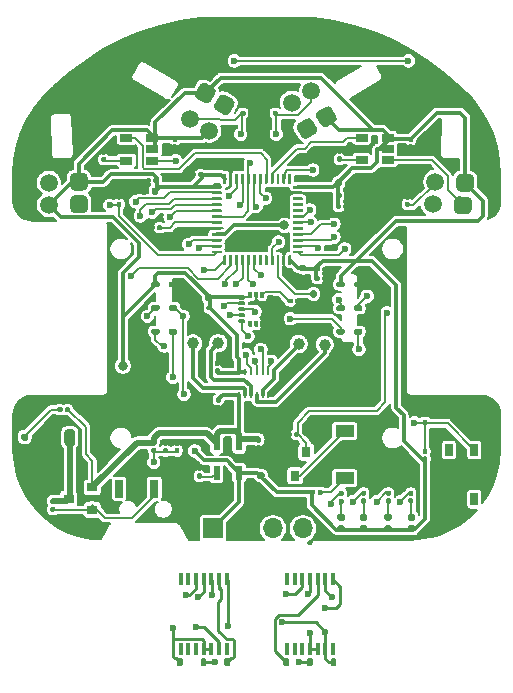
<source format=gtl>
G04 #@! TF.GenerationSoftware,KiCad,Pcbnew,(5.1.7)-1*
G04 #@! TF.CreationDate,2021-06-03T00:57:12+09:00*
G04 #@! TF.ProjectId,lapis,6c617069-732e-46b6-9963-61645f706362,rev?*
G04 #@! TF.SameCoordinates,Original*
G04 #@! TF.FileFunction,Copper,L1,Top*
G04 #@! TF.FilePolarity,Positive*
%FSLAX46Y46*%
G04 Gerber Fmt 4.6, Leading zero omitted, Abs format (unit mm)*
G04 Created by KiCad (PCBNEW (5.1.7)-1) date 2021-06-03 00:57:12*
%MOMM*%
%LPD*%
G01*
G04 APERTURE LIST*
G04 #@! TA.AperFunction,SMDPad,CuDef*
%ADD10R,0.700000X1.500000*%
G04 #@! TD*
G04 #@! TA.AperFunction,SMDPad,CuDef*
%ADD11R,0.600000X1.200000*%
G04 #@! TD*
G04 #@! TA.AperFunction,SMDPad,CuDef*
%ADD12R,0.250000X0.500000*%
G04 #@! TD*
G04 #@! TA.AperFunction,SMDPad,CuDef*
%ADD13R,0.450000X1.000000*%
G04 #@! TD*
G04 #@! TA.AperFunction,SMDPad,CuDef*
%ADD14R,1.060000X0.650000*%
G04 #@! TD*
G04 #@! TA.AperFunction,SMDPad,CuDef*
%ADD15R,0.650000X1.050000*%
G04 #@! TD*
G04 #@! TA.AperFunction,ComponentPad*
%ADD16C,1.500000*%
G04 #@! TD*
G04 #@! TA.AperFunction,ComponentPad*
%ADD17C,1.000000*%
G04 #@! TD*
G04 #@! TA.AperFunction,SMDPad,CuDef*
%ADD18R,0.800000X0.900000*%
G04 #@! TD*
G04 #@! TA.AperFunction,SMDPad,CuDef*
%ADD19R,0.900000X0.800000*%
G04 #@! TD*
G04 #@! TA.AperFunction,SMDPad,CuDef*
%ADD20R,1.600000X1.000000*%
G04 #@! TD*
G04 #@! TA.AperFunction,ComponentPad*
%ADD21O,1.700000X1.700000*%
G04 #@! TD*
G04 #@! TA.AperFunction,ComponentPad*
%ADD22R,1.700000X1.700000*%
G04 #@! TD*
G04 #@! TA.AperFunction,ComponentPad*
%ADD23O,0.900000X1.400000*%
G04 #@! TD*
G04 #@! TA.AperFunction,ViaPad*
%ADD24C,0.600000*%
G04 #@! TD*
G04 #@! TA.AperFunction,ViaPad*
%ADD25C,0.800000*%
G04 #@! TD*
G04 #@! TA.AperFunction,Conductor*
%ADD26C,0.200000*%
G04 #@! TD*
G04 #@! TA.AperFunction,Conductor*
%ADD27C,0.300000*%
G04 #@! TD*
G04 #@! TA.AperFunction,Conductor*
%ADD28C,0.250000*%
G04 #@! TD*
G04 #@! TA.AperFunction,Conductor*
%ADD29C,0.500000*%
G04 #@! TD*
G04 #@! TA.AperFunction,Conductor*
%ADD30C,0.100000*%
G04 #@! TD*
G04 APERTURE END LIST*
D10*
X138090000Y-118980000D03*
X136590000Y-118980000D03*
X133590000Y-118980000D03*
D11*
X143750000Y-117650000D03*
X141850000Y-117650000D03*
X141850000Y-115150000D03*
X142800000Y-115150000D03*
X143750000Y-115150000D03*
D12*
X143740000Y-109140000D03*
X144240000Y-109140000D03*
X144740000Y-109140000D03*
X145240000Y-109140000D03*
X145740000Y-109140000D03*
X146240000Y-109140000D03*
X146240000Y-111040000D03*
X145740000Y-111040000D03*
X145240000Y-111040000D03*
X144740000Y-111040000D03*
X144240000Y-111040000D03*
X143740000Y-111040000D03*
D13*
X142700000Y-132538000D03*
X142050000Y-132538000D03*
X141400000Y-132538000D03*
X140750000Y-132538000D03*
X140100000Y-132538000D03*
X139450000Y-132538000D03*
X138800000Y-132538000D03*
X138800000Y-126662000D03*
X139450000Y-126662000D03*
X140100000Y-126662000D03*
X140750000Y-126662000D03*
X141400000Y-126662000D03*
X142050000Y-126662000D03*
X142700000Y-126662000D03*
X151700000Y-132538000D03*
X151050000Y-132538000D03*
X150400000Y-132538000D03*
X149750000Y-132538000D03*
X149100000Y-132538000D03*
X148450000Y-132538000D03*
X147800000Y-132538000D03*
X147800000Y-126662000D03*
X148450000Y-126662000D03*
X149100000Y-126662000D03*
X149750000Y-126662000D03*
X150400000Y-126662000D03*
X151050000Y-126662000D03*
X151700000Y-126662000D03*
D14*
X156330000Y-90220000D03*
X156330000Y-89270000D03*
X156330000Y-91170000D03*
X154130000Y-91170000D03*
X154130000Y-90220000D03*
X154130000Y-89270000D03*
X136420000Y-90260000D03*
X136420000Y-89310000D03*
X136420000Y-91210000D03*
X134220000Y-91210000D03*
X134220000Y-90260000D03*
X134220000Y-89310000D03*
G04 #@! TA.AperFunction,SMDPad,CuDef*
G36*
G01*
X150397500Y-119400000D02*
X150397500Y-119200000D01*
G75*
G02*
X150497500Y-119100000I100000J0D01*
G01*
X150757500Y-119100000D01*
G75*
G02*
X150857500Y-119200000I0J-100000D01*
G01*
X150857500Y-119400000D01*
G75*
G02*
X150757500Y-119500000I-100000J0D01*
G01*
X150497500Y-119500000D01*
G75*
G02*
X150397500Y-119400000I0J100000D01*
G01*
G37*
G04 #@! TD.AperFunction*
G04 #@! TA.AperFunction,SMDPad,CuDef*
G36*
G01*
X149757500Y-119400000D02*
X149757500Y-119200000D01*
G75*
G02*
X149857500Y-119100000I100000J0D01*
G01*
X150117500Y-119100000D01*
G75*
G02*
X150217500Y-119200000I0J-100000D01*
G01*
X150217500Y-119400000D01*
G75*
G02*
X150117500Y-119500000I-100000J0D01*
G01*
X149857500Y-119500000D01*
G75*
G02*
X149757500Y-119400000I0J100000D01*
G01*
G37*
G04 #@! TD.AperFunction*
G04 #@! TA.AperFunction,SMDPad,CuDef*
G36*
G01*
X148210000Y-114300000D02*
X148210000Y-114500000D01*
G75*
G02*
X148110000Y-114600000I-100000J0D01*
G01*
X147850000Y-114600000D01*
G75*
G02*
X147750000Y-114500000I0J100000D01*
G01*
X147750000Y-114300000D01*
G75*
G02*
X147850000Y-114200000I100000J0D01*
G01*
X148110000Y-114200000D01*
G75*
G02*
X148210000Y-114300000I0J-100000D01*
G01*
G37*
G04 #@! TD.AperFunction*
G04 #@! TA.AperFunction,SMDPad,CuDef*
G36*
G01*
X148850000Y-114300000D02*
X148850000Y-114500000D01*
G75*
G02*
X148750000Y-114600000I-100000J0D01*
G01*
X148490000Y-114600000D01*
G75*
G02*
X148390000Y-114500000I0J100000D01*
G01*
X148390000Y-114300000D01*
G75*
G02*
X148490000Y-114200000I100000J0D01*
G01*
X148750000Y-114200000D01*
G75*
G02*
X148850000Y-114300000I0J-100000D01*
G01*
G37*
G04 #@! TD.AperFunction*
G04 #@! TA.AperFunction,SMDPad,CuDef*
G36*
G01*
X159605000Y-116067500D02*
X159405000Y-116067500D01*
G75*
G02*
X159305000Y-115967500I0J100000D01*
G01*
X159305000Y-115707500D01*
G75*
G02*
X159405000Y-115607500I100000J0D01*
G01*
X159605000Y-115607500D01*
G75*
G02*
X159705000Y-115707500I0J-100000D01*
G01*
X159705000Y-115967500D01*
G75*
G02*
X159605000Y-116067500I-100000J0D01*
G01*
G37*
G04 #@! TD.AperFunction*
G04 #@! TA.AperFunction,SMDPad,CuDef*
G36*
G01*
X159605000Y-116707500D02*
X159405000Y-116707500D01*
G75*
G02*
X159305000Y-116607500I0J100000D01*
G01*
X159305000Y-116347500D01*
G75*
G02*
X159405000Y-116247500I100000J0D01*
G01*
X159605000Y-116247500D01*
G75*
G02*
X159705000Y-116347500I0J-100000D01*
G01*
X159705000Y-116607500D01*
G75*
G02*
X159605000Y-116707500I-100000J0D01*
G01*
G37*
G04 #@! TD.AperFunction*
G04 #@! TA.AperFunction,SMDPad,CuDef*
G36*
G01*
X152500000Y-119642500D02*
X152300000Y-119642500D01*
G75*
G02*
X152200000Y-119542500I0J100000D01*
G01*
X152200000Y-119282500D01*
G75*
G02*
X152300000Y-119182500I100000J0D01*
G01*
X152500000Y-119182500D01*
G75*
G02*
X152600000Y-119282500I0J-100000D01*
G01*
X152600000Y-119542500D01*
G75*
G02*
X152500000Y-119642500I-100000J0D01*
G01*
G37*
G04 #@! TD.AperFunction*
G04 #@! TA.AperFunction,SMDPad,CuDef*
G36*
G01*
X152500000Y-120282500D02*
X152300000Y-120282500D01*
G75*
G02*
X152200000Y-120182500I0J100000D01*
G01*
X152200000Y-119922500D01*
G75*
G02*
X152300000Y-119822500I100000J0D01*
G01*
X152500000Y-119822500D01*
G75*
G02*
X152600000Y-119922500I0J-100000D01*
G01*
X152600000Y-120182500D01*
G75*
G02*
X152500000Y-120282500I-100000J0D01*
G01*
G37*
G04 #@! TD.AperFunction*
G04 #@! TA.AperFunction,SMDPad,CuDef*
G36*
G01*
X154400000Y-119610000D02*
X154200000Y-119610000D01*
G75*
G02*
X154100000Y-119510000I0J100000D01*
G01*
X154100000Y-119250000D01*
G75*
G02*
X154200000Y-119150000I100000J0D01*
G01*
X154400000Y-119150000D01*
G75*
G02*
X154500000Y-119250000I0J-100000D01*
G01*
X154500000Y-119510000D01*
G75*
G02*
X154400000Y-119610000I-100000J0D01*
G01*
G37*
G04 #@! TD.AperFunction*
G04 #@! TA.AperFunction,SMDPad,CuDef*
G36*
G01*
X154400000Y-120250000D02*
X154200000Y-120250000D01*
G75*
G02*
X154100000Y-120150000I0J100000D01*
G01*
X154100000Y-119890000D01*
G75*
G02*
X154200000Y-119790000I100000J0D01*
G01*
X154400000Y-119790000D01*
G75*
G02*
X154500000Y-119890000I0J-100000D01*
G01*
X154500000Y-120150000D01*
G75*
G02*
X154400000Y-120250000I-100000J0D01*
G01*
G37*
G04 #@! TD.AperFunction*
G04 #@! TA.AperFunction,SMDPad,CuDef*
G36*
G01*
X156500000Y-119610000D02*
X156300000Y-119610000D01*
G75*
G02*
X156200000Y-119510000I0J100000D01*
G01*
X156200000Y-119250000D01*
G75*
G02*
X156300000Y-119150000I100000J0D01*
G01*
X156500000Y-119150000D01*
G75*
G02*
X156600000Y-119250000I0J-100000D01*
G01*
X156600000Y-119510000D01*
G75*
G02*
X156500000Y-119610000I-100000J0D01*
G01*
G37*
G04 #@! TD.AperFunction*
G04 #@! TA.AperFunction,SMDPad,CuDef*
G36*
G01*
X156500000Y-120250000D02*
X156300000Y-120250000D01*
G75*
G02*
X156200000Y-120150000I0J100000D01*
G01*
X156200000Y-119890000D01*
G75*
G02*
X156300000Y-119790000I100000J0D01*
G01*
X156500000Y-119790000D01*
G75*
G02*
X156600000Y-119890000I0J-100000D01*
G01*
X156600000Y-120150000D01*
G75*
G02*
X156500000Y-120250000I-100000J0D01*
G01*
G37*
G04 #@! TD.AperFunction*
G04 #@! TA.AperFunction,SMDPad,CuDef*
G36*
G01*
X158400000Y-119610000D02*
X158200000Y-119610000D01*
G75*
G02*
X158100000Y-119510000I0J100000D01*
G01*
X158100000Y-119250000D01*
G75*
G02*
X158200000Y-119150000I100000J0D01*
G01*
X158400000Y-119150000D01*
G75*
G02*
X158500000Y-119250000I0J-100000D01*
G01*
X158500000Y-119510000D01*
G75*
G02*
X158400000Y-119610000I-100000J0D01*
G01*
G37*
G04 #@! TD.AperFunction*
G04 #@! TA.AperFunction,SMDPad,CuDef*
G36*
G01*
X158400000Y-120250000D02*
X158200000Y-120250000D01*
G75*
G02*
X158100000Y-120150000I0J100000D01*
G01*
X158100000Y-119890000D01*
G75*
G02*
X158200000Y-119790000I100000J0D01*
G01*
X158400000Y-119790000D01*
G75*
G02*
X158500000Y-119890000I0J-100000D01*
G01*
X158500000Y-120150000D01*
G75*
G02*
X158400000Y-120250000I-100000J0D01*
G01*
G37*
G04 #@! TD.AperFunction*
G04 #@! TA.AperFunction,SMDPad,CuDef*
G36*
G01*
X152360000Y-90672500D02*
X152160000Y-90672500D01*
G75*
G02*
X152060000Y-90572500I0J100000D01*
G01*
X152060000Y-90312500D01*
G75*
G02*
X152160000Y-90212500I100000J0D01*
G01*
X152360000Y-90212500D01*
G75*
G02*
X152460000Y-90312500I0J-100000D01*
G01*
X152460000Y-90572500D01*
G75*
G02*
X152360000Y-90672500I-100000J0D01*
G01*
G37*
G04 #@! TD.AperFunction*
G04 #@! TA.AperFunction,SMDPad,CuDef*
G36*
G01*
X152360000Y-91312500D02*
X152160000Y-91312500D01*
G75*
G02*
X152060000Y-91212500I0J100000D01*
G01*
X152060000Y-90952500D01*
G75*
G02*
X152160000Y-90852500I100000J0D01*
G01*
X152360000Y-90852500D01*
G75*
G02*
X152460000Y-90952500I0J-100000D01*
G01*
X152460000Y-91212500D01*
G75*
G02*
X152360000Y-91312500I-100000J0D01*
G01*
G37*
G04 #@! TD.AperFunction*
G04 #@! TA.AperFunction,SMDPad,CuDef*
G36*
G01*
X128990000Y-112400000D02*
X128990000Y-112200000D01*
G75*
G02*
X129090000Y-112100000I100000J0D01*
G01*
X129350000Y-112100000D01*
G75*
G02*
X129450000Y-112200000I0J-100000D01*
G01*
X129450000Y-112400000D01*
G75*
G02*
X129350000Y-112500000I-100000J0D01*
G01*
X129090000Y-112500000D01*
G75*
G02*
X128990000Y-112400000I0J100000D01*
G01*
G37*
G04 #@! TD.AperFunction*
G04 #@! TA.AperFunction,SMDPad,CuDef*
G36*
G01*
X128350000Y-112400000D02*
X128350000Y-112200000D01*
G75*
G02*
X128450000Y-112100000I100000J0D01*
G01*
X128710000Y-112100000D01*
G75*
G02*
X128810000Y-112200000I0J-100000D01*
G01*
X128810000Y-112400000D01*
G75*
G02*
X128710000Y-112500000I-100000J0D01*
G01*
X128450000Y-112500000D01*
G75*
G02*
X128350000Y-112400000I0J100000D01*
G01*
G37*
G04 #@! TD.AperFunction*
G04 #@! TA.AperFunction,SMDPad,CuDef*
G36*
G01*
X137400000Y-115550000D02*
X137600000Y-115550000D01*
G75*
G02*
X137700000Y-115650000I0J-100000D01*
G01*
X137700000Y-115910000D01*
G75*
G02*
X137600000Y-116010000I-100000J0D01*
G01*
X137400000Y-116010000D01*
G75*
G02*
X137300000Y-115910000I0J100000D01*
G01*
X137300000Y-115650000D01*
G75*
G02*
X137400000Y-115550000I100000J0D01*
G01*
G37*
G04 #@! TD.AperFunction*
G04 #@! TA.AperFunction,SMDPad,CuDef*
G36*
G01*
X137400000Y-114910000D02*
X137600000Y-114910000D01*
G75*
G02*
X137700000Y-115010000I0J-100000D01*
G01*
X137700000Y-115270000D01*
G75*
G02*
X137600000Y-115370000I-100000J0D01*
G01*
X137400000Y-115370000D01*
G75*
G02*
X137300000Y-115270000I0J100000D01*
G01*
X137300000Y-115010000D01*
G75*
G02*
X137400000Y-114910000I100000J0D01*
G01*
G37*
G04 #@! TD.AperFunction*
G04 #@! TA.AperFunction,SMDPad,CuDef*
G36*
G01*
X136630000Y-115350000D02*
X136430000Y-115350000D01*
G75*
G02*
X136330000Y-115250000I0J100000D01*
G01*
X136330000Y-114990000D01*
G75*
G02*
X136430000Y-114890000I100000J0D01*
G01*
X136630000Y-114890000D01*
G75*
G02*
X136730000Y-114990000I0J-100000D01*
G01*
X136730000Y-115250000D01*
G75*
G02*
X136630000Y-115350000I-100000J0D01*
G01*
G37*
G04 #@! TD.AperFunction*
G04 #@! TA.AperFunction,SMDPad,CuDef*
G36*
G01*
X136630000Y-115990000D02*
X136430000Y-115990000D01*
G75*
G02*
X136330000Y-115890000I0J100000D01*
G01*
X136330000Y-115630000D01*
G75*
G02*
X136430000Y-115530000I100000J0D01*
G01*
X136630000Y-115530000D01*
G75*
G02*
X136730000Y-115630000I0J-100000D01*
G01*
X136730000Y-115890000D01*
G75*
G02*
X136630000Y-115990000I-100000J0D01*
G01*
G37*
G04 #@! TD.AperFunction*
G04 #@! TA.AperFunction,SMDPad,CuDef*
G36*
G01*
X128070000Y-120322500D02*
X127870000Y-120322500D01*
G75*
G02*
X127770000Y-120222500I0J100000D01*
G01*
X127770000Y-119962500D01*
G75*
G02*
X127870000Y-119862500I100000J0D01*
G01*
X128070000Y-119862500D01*
G75*
G02*
X128170000Y-119962500I0J-100000D01*
G01*
X128170000Y-120222500D01*
G75*
G02*
X128070000Y-120322500I-100000J0D01*
G01*
G37*
G04 #@! TD.AperFunction*
G04 #@! TA.AperFunction,SMDPad,CuDef*
G36*
G01*
X128070000Y-120962500D02*
X127870000Y-120962500D01*
G75*
G02*
X127770000Y-120862500I0J100000D01*
G01*
X127770000Y-120602500D01*
G75*
G02*
X127870000Y-120502500I100000J0D01*
G01*
X128070000Y-120502500D01*
G75*
G02*
X128170000Y-120602500I0J-100000D01*
G01*
X128170000Y-120862500D01*
G75*
G02*
X128070000Y-120962500I-100000J0D01*
G01*
G37*
G04 #@! TD.AperFunction*
G04 #@! TA.AperFunction,SMDPad,CuDef*
G36*
G01*
X144490000Y-87300000D02*
X144490000Y-87100000D01*
G75*
G02*
X144590000Y-87000000I100000J0D01*
G01*
X144850000Y-87000000D01*
G75*
G02*
X144950000Y-87100000I0J-100000D01*
G01*
X144950000Y-87300000D01*
G75*
G02*
X144850000Y-87400000I-100000J0D01*
G01*
X144590000Y-87400000D01*
G75*
G02*
X144490000Y-87300000I0J100000D01*
G01*
G37*
G04 #@! TD.AperFunction*
G04 #@! TA.AperFunction,SMDPad,CuDef*
G36*
G01*
X143850000Y-87300000D02*
X143850000Y-87100000D01*
G75*
G02*
X143950000Y-87000000I100000J0D01*
G01*
X144210000Y-87000000D01*
G75*
G02*
X144310000Y-87100000I0J-100000D01*
G01*
X144310000Y-87300000D01*
G75*
G02*
X144210000Y-87400000I-100000J0D01*
G01*
X143950000Y-87400000D01*
G75*
G02*
X143850000Y-87300000I0J100000D01*
G01*
G37*
G04 #@! TD.AperFunction*
G04 #@! TA.AperFunction,SMDPad,CuDef*
G36*
G01*
X133700000Y-94510000D02*
X133500000Y-94510000D01*
G75*
G02*
X133400000Y-94410000I0J100000D01*
G01*
X133400000Y-94150000D01*
G75*
G02*
X133500000Y-94050000I100000J0D01*
G01*
X133700000Y-94050000D01*
G75*
G02*
X133800000Y-94150000I0J-100000D01*
G01*
X133800000Y-94410000D01*
G75*
G02*
X133700000Y-94510000I-100000J0D01*
G01*
G37*
G04 #@! TD.AperFunction*
G04 #@! TA.AperFunction,SMDPad,CuDef*
G36*
G01*
X133700000Y-95150000D02*
X133500000Y-95150000D01*
G75*
G02*
X133400000Y-95050000I0J100000D01*
G01*
X133400000Y-94790000D01*
G75*
G02*
X133500000Y-94690000I100000J0D01*
G01*
X133700000Y-94690000D01*
G75*
G02*
X133800000Y-94790000I0J-100000D01*
G01*
X133800000Y-95050000D01*
G75*
G02*
X133700000Y-95150000I-100000J0D01*
G01*
G37*
G04 #@! TD.AperFunction*
G04 #@! TA.AperFunction,SMDPad,CuDef*
G36*
G01*
X158100000Y-94510000D02*
X157900000Y-94510000D01*
G75*
G02*
X157800000Y-94410000I0J100000D01*
G01*
X157800000Y-94150000D01*
G75*
G02*
X157900000Y-94050000I100000J0D01*
G01*
X158100000Y-94050000D01*
G75*
G02*
X158200000Y-94150000I0J-100000D01*
G01*
X158200000Y-94410000D01*
G75*
G02*
X158100000Y-94510000I-100000J0D01*
G01*
G37*
G04 #@! TD.AperFunction*
G04 #@! TA.AperFunction,SMDPad,CuDef*
G36*
G01*
X158100000Y-95150000D02*
X157900000Y-95150000D01*
G75*
G02*
X157800000Y-95050000I0J100000D01*
G01*
X157800000Y-94790000D01*
G75*
G02*
X157900000Y-94690000I100000J0D01*
G01*
X158100000Y-94690000D01*
G75*
G02*
X158200000Y-94790000I0J-100000D01*
G01*
X158200000Y-95050000D01*
G75*
G02*
X158100000Y-95150000I-100000J0D01*
G01*
G37*
G04 #@! TD.AperFunction*
G04 #@! TA.AperFunction,SMDPad,CuDef*
G36*
G01*
X146410000Y-87100000D02*
X146410000Y-87300000D01*
G75*
G02*
X146310000Y-87400000I-100000J0D01*
G01*
X146050000Y-87400000D01*
G75*
G02*
X145950000Y-87300000I0J100000D01*
G01*
X145950000Y-87100000D01*
G75*
G02*
X146050000Y-87000000I100000J0D01*
G01*
X146310000Y-87000000D01*
G75*
G02*
X146410000Y-87100000I0J-100000D01*
G01*
G37*
G04 #@! TD.AperFunction*
G04 #@! TA.AperFunction,SMDPad,CuDef*
G36*
G01*
X147050000Y-87100000D02*
X147050000Y-87300000D01*
G75*
G02*
X146950000Y-87400000I-100000J0D01*
G01*
X146690000Y-87400000D01*
G75*
G02*
X146590000Y-87300000I0J100000D01*
G01*
X146590000Y-87100000D01*
G75*
G02*
X146690000Y-87000000I100000J0D01*
G01*
X146950000Y-87000000D01*
G75*
G02*
X147050000Y-87100000I0J-100000D01*
G01*
G37*
G04 #@! TD.AperFunction*
G04 #@! TA.AperFunction,SMDPad,CuDef*
G36*
G01*
X132400000Y-90712500D02*
X132200000Y-90712500D01*
G75*
G02*
X132100000Y-90612500I0J100000D01*
G01*
X132100000Y-90352500D01*
G75*
G02*
X132200000Y-90252500I100000J0D01*
G01*
X132400000Y-90252500D01*
G75*
G02*
X132500000Y-90352500I0J-100000D01*
G01*
X132500000Y-90612500D01*
G75*
G02*
X132400000Y-90712500I-100000J0D01*
G01*
G37*
G04 #@! TD.AperFunction*
G04 #@! TA.AperFunction,SMDPad,CuDef*
G36*
G01*
X132400000Y-91352500D02*
X132200000Y-91352500D01*
G75*
G02*
X132100000Y-91252500I0J100000D01*
G01*
X132100000Y-90992500D01*
G75*
G02*
X132200000Y-90892500I100000J0D01*
G01*
X132400000Y-90892500D01*
G75*
G02*
X132500000Y-90992500I0J-100000D01*
G01*
X132500000Y-91252500D01*
G75*
G02*
X132400000Y-91352500I-100000J0D01*
G01*
G37*
G04 #@! TD.AperFunction*
G04 #@! TA.AperFunction,SMDPad,CuDef*
G36*
G01*
X152227500Y-121120000D02*
X152572500Y-121120000D01*
G75*
G02*
X152720000Y-121267500I0J-147500D01*
G01*
X152720000Y-121562500D01*
G75*
G02*
X152572500Y-121710000I-147500J0D01*
G01*
X152227500Y-121710000D01*
G75*
G02*
X152080000Y-121562500I0J147500D01*
G01*
X152080000Y-121267500D01*
G75*
G02*
X152227500Y-121120000I147500J0D01*
G01*
G37*
G04 #@! TD.AperFunction*
G04 #@! TA.AperFunction,SMDPad,CuDef*
G36*
G01*
X152227500Y-122090000D02*
X152572500Y-122090000D01*
G75*
G02*
X152720000Y-122237500I0J-147500D01*
G01*
X152720000Y-122532500D01*
G75*
G02*
X152572500Y-122680000I-147500J0D01*
G01*
X152227500Y-122680000D01*
G75*
G02*
X152080000Y-122532500I0J147500D01*
G01*
X152080000Y-122237500D01*
G75*
G02*
X152227500Y-122090000I147500J0D01*
G01*
G37*
G04 #@! TD.AperFunction*
G04 #@! TA.AperFunction,SMDPad,CuDef*
G36*
G01*
X154127500Y-122090000D02*
X154472500Y-122090000D01*
G75*
G02*
X154620000Y-122237500I0J-147500D01*
G01*
X154620000Y-122532500D01*
G75*
G02*
X154472500Y-122680000I-147500J0D01*
G01*
X154127500Y-122680000D01*
G75*
G02*
X153980000Y-122532500I0J147500D01*
G01*
X153980000Y-122237500D01*
G75*
G02*
X154127500Y-122090000I147500J0D01*
G01*
G37*
G04 #@! TD.AperFunction*
G04 #@! TA.AperFunction,SMDPad,CuDef*
G36*
G01*
X154127500Y-121120000D02*
X154472500Y-121120000D01*
G75*
G02*
X154620000Y-121267500I0J-147500D01*
G01*
X154620000Y-121562500D01*
G75*
G02*
X154472500Y-121710000I-147500J0D01*
G01*
X154127500Y-121710000D01*
G75*
G02*
X153980000Y-121562500I0J147500D01*
G01*
X153980000Y-121267500D01*
G75*
G02*
X154127500Y-121120000I147500J0D01*
G01*
G37*
G04 #@! TD.AperFunction*
G04 #@! TA.AperFunction,SMDPad,CuDef*
G36*
G01*
X156197500Y-122090000D02*
X156542500Y-122090000D01*
G75*
G02*
X156690000Y-122237500I0J-147500D01*
G01*
X156690000Y-122532500D01*
G75*
G02*
X156542500Y-122680000I-147500J0D01*
G01*
X156197500Y-122680000D01*
G75*
G02*
X156050000Y-122532500I0J147500D01*
G01*
X156050000Y-122237500D01*
G75*
G02*
X156197500Y-122090000I147500J0D01*
G01*
G37*
G04 #@! TD.AperFunction*
G04 #@! TA.AperFunction,SMDPad,CuDef*
G36*
G01*
X156197500Y-121120000D02*
X156542500Y-121120000D01*
G75*
G02*
X156690000Y-121267500I0J-147500D01*
G01*
X156690000Y-121562500D01*
G75*
G02*
X156542500Y-121710000I-147500J0D01*
G01*
X156197500Y-121710000D01*
G75*
G02*
X156050000Y-121562500I0J147500D01*
G01*
X156050000Y-121267500D01*
G75*
G02*
X156197500Y-121120000I147500J0D01*
G01*
G37*
G04 #@! TD.AperFunction*
G04 #@! TA.AperFunction,SMDPad,CuDef*
G36*
G01*
X158167500Y-122090000D02*
X158512500Y-122090000D01*
G75*
G02*
X158660000Y-122237500I0J-147500D01*
G01*
X158660000Y-122532500D01*
G75*
G02*
X158512500Y-122680000I-147500J0D01*
G01*
X158167500Y-122680000D01*
G75*
G02*
X158020000Y-122532500I0J147500D01*
G01*
X158020000Y-122237500D01*
G75*
G02*
X158167500Y-122090000I147500J0D01*
G01*
G37*
G04 #@! TD.AperFunction*
G04 #@! TA.AperFunction,SMDPad,CuDef*
G36*
G01*
X158167500Y-121120000D02*
X158512500Y-121120000D01*
G75*
G02*
X158660000Y-121267500I0J-147500D01*
G01*
X158660000Y-121562500D01*
G75*
G02*
X158512500Y-121710000I-147500J0D01*
G01*
X158167500Y-121710000D01*
G75*
G02*
X158020000Y-121562500I0J147500D01*
G01*
X158020000Y-121267500D01*
G75*
G02*
X158167500Y-121120000I147500J0D01*
G01*
G37*
G04 #@! TD.AperFunction*
G04 #@! TA.AperFunction,SMDPad,CuDef*
G36*
G01*
X125772500Y-115880000D02*
X125427500Y-115880000D01*
G75*
G02*
X125280000Y-115732500I0J147500D01*
G01*
X125280000Y-115437500D01*
G75*
G02*
X125427500Y-115290000I147500J0D01*
G01*
X125772500Y-115290000D01*
G75*
G02*
X125920000Y-115437500I0J-147500D01*
G01*
X125920000Y-115732500D01*
G75*
G02*
X125772500Y-115880000I-147500J0D01*
G01*
G37*
G04 #@! TD.AperFunction*
G04 #@! TA.AperFunction,SMDPad,CuDef*
G36*
G01*
X125772500Y-114910000D02*
X125427500Y-114910000D01*
G75*
G02*
X125280000Y-114762500I0J147500D01*
G01*
X125280000Y-114467500D01*
G75*
G02*
X125427500Y-114320000I147500J0D01*
G01*
X125772500Y-114320000D01*
G75*
G02*
X125920000Y-114467500I0J-147500D01*
G01*
X125920000Y-114762500D01*
G75*
G02*
X125772500Y-114910000I-147500J0D01*
G01*
G37*
G04 #@! TD.AperFunction*
G04 #@! TA.AperFunction,SMDPad,CuDef*
G36*
G01*
X150732500Y-102670000D02*
X150732500Y-102330000D01*
G75*
G02*
X150872500Y-102190000I140000J0D01*
G01*
X151152500Y-102190000D01*
G75*
G02*
X151292500Y-102330000I0J-140000D01*
G01*
X151292500Y-102670000D01*
G75*
G02*
X151152500Y-102810000I-140000J0D01*
G01*
X150872500Y-102810000D01*
G75*
G02*
X150732500Y-102670000I0J140000D01*
G01*
G37*
G04 #@! TD.AperFunction*
G04 #@! TA.AperFunction,SMDPad,CuDef*
G36*
G01*
X149772500Y-102670000D02*
X149772500Y-102330000D01*
G75*
G02*
X149912500Y-102190000I140000J0D01*
G01*
X150192500Y-102190000D01*
G75*
G02*
X150332500Y-102330000I0J-140000D01*
G01*
X150332500Y-102670000D01*
G75*
G02*
X150192500Y-102810000I-140000J0D01*
G01*
X149912500Y-102810000D01*
G75*
G02*
X149772500Y-102670000I0J140000D01*
G01*
G37*
G04 #@! TD.AperFunction*
G04 #@! TA.AperFunction,SMDPad,CuDef*
G36*
G01*
X136610000Y-96800000D02*
X136610000Y-97000000D01*
G75*
G02*
X136510000Y-97100000I-100000J0D01*
G01*
X136250000Y-97100000D01*
G75*
G02*
X136150000Y-97000000I0J100000D01*
G01*
X136150000Y-96800000D01*
G75*
G02*
X136250000Y-96700000I100000J0D01*
G01*
X136510000Y-96700000D01*
G75*
G02*
X136610000Y-96800000I0J-100000D01*
G01*
G37*
G04 #@! TD.AperFunction*
G04 #@! TA.AperFunction,SMDPad,CuDef*
G36*
G01*
X137250000Y-96800000D02*
X137250000Y-97000000D01*
G75*
G02*
X137150000Y-97100000I-100000J0D01*
G01*
X136890000Y-97100000D01*
G75*
G02*
X136790000Y-97000000I0J100000D01*
G01*
X136790000Y-96800000D01*
G75*
G02*
X136890000Y-96700000I100000J0D01*
G01*
X137150000Y-96700000D01*
G75*
G02*
X137250000Y-96800000I0J-100000D01*
G01*
G37*
G04 #@! TD.AperFunction*
G04 #@! TA.AperFunction,SMDPad,CuDef*
G36*
G01*
X136317500Y-92800000D02*
X136317500Y-93000000D01*
G75*
G02*
X136217500Y-93100000I-100000J0D01*
G01*
X135957500Y-93100000D01*
G75*
G02*
X135857500Y-93000000I0J100000D01*
G01*
X135857500Y-92800000D01*
G75*
G02*
X135957500Y-92700000I100000J0D01*
G01*
X136217500Y-92700000D01*
G75*
G02*
X136317500Y-92800000I0J-100000D01*
G01*
G37*
G04 #@! TD.AperFunction*
G04 #@! TA.AperFunction,SMDPad,CuDef*
G36*
G01*
X136957500Y-92800000D02*
X136957500Y-93000000D01*
G75*
G02*
X136857500Y-93100000I-100000J0D01*
G01*
X136597500Y-93100000D01*
G75*
G02*
X136497500Y-93000000I0J100000D01*
G01*
X136497500Y-92800000D01*
G75*
G02*
X136597500Y-92700000I100000J0D01*
G01*
X136857500Y-92700000D01*
G75*
G02*
X136957500Y-92800000I0J-100000D01*
G01*
G37*
G04 #@! TD.AperFunction*
G04 #@! TA.AperFunction,SMDPad,CuDef*
G36*
G01*
X150797500Y-100500000D02*
X150797500Y-100300000D01*
G75*
G02*
X150897500Y-100200000I100000J0D01*
G01*
X151157500Y-100200000D01*
G75*
G02*
X151257500Y-100300000I0J-100000D01*
G01*
X151257500Y-100500000D01*
G75*
G02*
X151157500Y-100600000I-100000J0D01*
G01*
X150897500Y-100600000D01*
G75*
G02*
X150797500Y-100500000I0J100000D01*
G01*
G37*
G04 #@! TD.AperFunction*
G04 #@! TA.AperFunction,SMDPad,CuDef*
G36*
G01*
X150157500Y-100500000D02*
X150157500Y-100300000D01*
G75*
G02*
X150257500Y-100200000I100000J0D01*
G01*
X150517500Y-100200000D01*
G75*
G02*
X150617500Y-100300000I0J-100000D01*
G01*
X150617500Y-100500000D01*
G75*
G02*
X150517500Y-100600000I-100000J0D01*
G01*
X150257500Y-100600000D01*
G75*
G02*
X150157500Y-100500000I0J100000D01*
G01*
G37*
G04 #@! TD.AperFunction*
G04 #@! TA.AperFunction,SMDPad,CuDef*
G36*
G01*
X140110000Y-92300000D02*
X140110000Y-92500000D01*
G75*
G02*
X140010000Y-92600000I-100000J0D01*
G01*
X139750000Y-92600000D01*
G75*
G02*
X139650000Y-92500000I0J100000D01*
G01*
X139650000Y-92300000D01*
G75*
G02*
X139750000Y-92200000I100000J0D01*
G01*
X140010000Y-92200000D01*
G75*
G02*
X140110000Y-92300000I0J-100000D01*
G01*
G37*
G04 #@! TD.AperFunction*
G04 #@! TA.AperFunction,SMDPad,CuDef*
G36*
G01*
X140750000Y-92300000D02*
X140750000Y-92500000D01*
G75*
G02*
X140650000Y-92600000I-100000J0D01*
G01*
X140390000Y-92600000D01*
G75*
G02*
X140290000Y-92500000I0J100000D01*
G01*
X140290000Y-92300000D01*
G75*
G02*
X140390000Y-92200000I100000J0D01*
G01*
X140650000Y-92200000D01*
G75*
G02*
X140750000Y-92300000I0J-100000D01*
G01*
G37*
G04 #@! TD.AperFunction*
G04 #@! TA.AperFunction,SMDPad,CuDef*
G36*
G01*
X152627500Y-94290000D02*
X152627500Y-94090000D01*
G75*
G02*
X152727500Y-93990000I100000J0D01*
G01*
X152987500Y-93990000D01*
G75*
G02*
X153087500Y-94090000I0J-100000D01*
G01*
X153087500Y-94290000D01*
G75*
G02*
X152987500Y-94390000I-100000J0D01*
G01*
X152727500Y-94390000D01*
G75*
G02*
X152627500Y-94290000I0J100000D01*
G01*
G37*
G04 #@! TD.AperFunction*
G04 #@! TA.AperFunction,SMDPad,CuDef*
G36*
G01*
X151987500Y-94290000D02*
X151987500Y-94090000D01*
G75*
G02*
X152087500Y-93990000I100000J0D01*
G01*
X152347500Y-93990000D01*
G75*
G02*
X152447500Y-94090000I0J-100000D01*
G01*
X152447500Y-94290000D01*
G75*
G02*
X152347500Y-94390000I-100000J0D01*
G01*
X152087500Y-94390000D01*
G75*
G02*
X151987500Y-94290000I0J100000D01*
G01*
G37*
G04 #@! TD.AperFunction*
G04 #@! TA.AperFunction,SMDPad,CuDef*
G36*
G01*
X150790000Y-101300000D02*
X150790000Y-101100000D01*
G75*
G02*
X150890000Y-101000000I100000J0D01*
G01*
X151150000Y-101000000D01*
G75*
G02*
X151250000Y-101100000I0J-100000D01*
G01*
X151250000Y-101300000D01*
G75*
G02*
X151150000Y-101400000I-100000J0D01*
G01*
X150890000Y-101400000D01*
G75*
G02*
X150790000Y-101300000I0J100000D01*
G01*
G37*
G04 #@! TD.AperFunction*
G04 #@! TA.AperFunction,SMDPad,CuDef*
G36*
G01*
X150150000Y-101300000D02*
X150150000Y-101100000D01*
G75*
G02*
X150250000Y-101000000I100000J0D01*
G01*
X150510000Y-101000000D01*
G75*
G02*
X150610000Y-101100000I0J-100000D01*
G01*
X150610000Y-101300000D01*
G75*
G02*
X150510000Y-101400000I-100000J0D01*
G01*
X150250000Y-101400000D01*
G75*
G02*
X150150000Y-101300000I0J100000D01*
G01*
G37*
G04 #@! TD.AperFunction*
G04 #@! TA.AperFunction,SMDPad,CuDef*
G36*
G01*
X152867500Y-93270000D02*
X152867500Y-92930000D01*
G75*
G02*
X153007500Y-92790000I140000J0D01*
G01*
X153287500Y-92790000D01*
G75*
G02*
X153427500Y-92930000I0J-140000D01*
G01*
X153427500Y-93270000D01*
G75*
G02*
X153287500Y-93410000I-140000J0D01*
G01*
X153007500Y-93410000D01*
G75*
G02*
X152867500Y-93270000I0J140000D01*
G01*
G37*
G04 #@! TD.AperFunction*
G04 #@! TA.AperFunction,SMDPad,CuDef*
G36*
G01*
X151907500Y-93270000D02*
X151907500Y-92930000D01*
G75*
G02*
X152047500Y-92790000I140000J0D01*
G01*
X152327500Y-92790000D01*
G75*
G02*
X152467500Y-92930000I0J-140000D01*
G01*
X152467500Y-93270000D01*
G75*
G02*
X152327500Y-93410000I-140000J0D01*
G01*
X152047500Y-93410000D01*
G75*
G02*
X151907500Y-93270000I0J140000D01*
G01*
G37*
G04 #@! TD.AperFunction*
G04 #@! TA.AperFunction,SMDPad,CuDef*
G36*
G01*
X135967500Y-93630000D02*
X135967500Y-93970000D01*
G75*
G02*
X135827500Y-94110000I-140000J0D01*
G01*
X135547500Y-94110000D01*
G75*
G02*
X135407500Y-93970000I0J140000D01*
G01*
X135407500Y-93630000D01*
G75*
G02*
X135547500Y-93490000I140000J0D01*
G01*
X135827500Y-93490000D01*
G75*
G02*
X135967500Y-93630000I0J-140000D01*
G01*
G37*
G04 #@! TD.AperFunction*
G04 #@! TA.AperFunction,SMDPad,CuDef*
G36*
G01*
X136927500Y-93630000D02*
X136927500Y-93970000D01*
G75*
G02*
X136787500Y-94110000I-140000J0D01*
G01*
X136507500Y-94110000D01*
G75*
G02*
X136367500Y-93970000I0J140000D01*
G01*
X136367500Y-93630000D01*
G75*
G02*
X136507500Y-93490000I140000J0D01*
G01*
X136787500Y-93490000D01*
G75*
G02*
X136927500Y-93630000I0J-140000D01*
G01*
G37*
G04 #@! TD.AperFunction*
G04 #@! TA.AperFunction,SMDPad,CuDef*
G36*
G01*
X159605000Y-112960000D02*
X159405000Y-112960000D01*
G75*
G02*
X159305000Y-112860000I0J100000D01*
G01*
X159305000Y-112600000D01*
G75*
G02*
X159405000Y-112500000I100000J0D01*
G01*
X159605000Y-112500000D01*
G75*
G02*
X159705000Y-112600000I0J-100000D01*
G01*
X159705000Y-112860000D01*
G75*
G02*
X159605000Y-112960000I-100000J0D01*
G01*
G37*
G04 #@! TD.AperFunction*
G04 #@! TA.AperFunction,SMDPad,CuDef*
G36*
G01*
X159605000Y-113600000D02*
X159405000Y-113600000D01*
G75*
G02*
X159305000Y-113500000I0J100000D01*
G01*
X159305000Y-113240000D01*
G75*
G02*
X159405000Y-113140000I100000J0D01*
G01*
X159605000Y-113140000D01*
G75*
G02*
X159705000Y-113240000I0J-100000D01*
G01*
X159705000Y-113500000D01*
G75*
G02*
X159605000Y-113600000I-100000J0D01*
G01*
G37*
G04 #@! TD.AperFunction*
G04 #@! TA.AperFunction,SMDPad,CuDef*
G36*
G01*
X158190000Y-89840000D02*
X158390000Y-89840000D01*
G75*
G02*
X158490000Y-89940000I0J-100000D01*
G01*
X158490000Y-90200000D01*
G75*
G02*
X158390000Y-90300000I-100000J0D01*
G01*
X158190000Y-90300000D01*
G75*
G02*
X158090000Y-90200000I0J100000D01*
G01*
X158090000Y-89940000D01*
G75*
G02*
X158190000Y-89840000I100000J0D01*
G01*
G37*
G04 #@! TD.AperFunction*
G04 #@! TA.AperFunction,SMDPad,CuDef*
G36*
G01*
X158190000Y-89200000D02*
X158390000Y-89200000D01*
G75*
G02*
X158490000Y-89300000I0J-100000D01*
G01*
X158490000Y-89560000D01*
G75*
G02*
X158390000Y-89660000I-100000J0D01*
G01*
X158190000Y-89660000D01*
G75*
G02*
X158090000Y-89560000I0J100000D01*
G01*
X158090000Y-89300000D01*
G75*
G02*
X158190000Y-89200000I100000J0D01*
G01*
G37*
G04 #@! TD.AperFunction*
G04 #@! TA.AperFunction,SMDPad,CuDef*
G36*
G01*
X138600000Y-115370000D02*
X138400000Y-115370000D01*
G75*
G02*
X138300000Y-115270000I0J100000D01*
G01*
X138300000Y-115010000D01*
G75*
G02*
X138400000Y-114910000I100000J0D01*
G01*
X138600000Y-114910000D01*
G75*
G02*
X138700000Y-115010000I0J-100000D01*
G01*
X138700000Y-115270000D01*
G75*
G02*
X138600000Y-115370000I-100000J0D01*
G01*
G37*
G04 #@! TD.AperFunction*
G04 #@! TA.AperFunction,SMDPad,CuDef*
G36*
G01*
X138600000Y-116010000D02*
X138400000Y-116010000D01*
G75*
G02*
X138300000Y-115910000I0J100000D01*
G01*
X138300000Y-115650000D01*
G75*
G02*
X138400000Y-115550000I100000J0D01*
G01*
X138600000Y-115550000D01*
G75*
G02*
X138700000Y-115650000I0J-100000D01*
G01*
X138700000Y-115910000D01*
G75*
G02*
X138600000Y-116010000I-100000J0D01*
G01*
G37*
G04 #@! TD.AperFunction*
G04 #@! TA.AperFunction,SMDPad,CuDef*
G36*
G01*
X145770000Y-117200000D02*
X145430000Y-117200000D01*
G75*
G02*
X145290000Y-117060000I0J140000D01*
G01*
X145290000Y-116780000D01*
G75*
G02*
X145430000Y-116640000I140000J0D01*
G01*
X145770000Y-116640000D01*
G75*
G02*
X145910000Y-116780000I0J-140000D01*
G01*
X145910000Y-117060000D01*
G75*
G02*
X145770000Y-117200000I-140000J0D01*
G01*
G37*
G04 #@! TD.AperFunction*
G04 #@! TA.AperFunction,SMDPad,CuDef*
G36*
G01*
X145770000Y-118160000D02*
X145430000Y-118160000D01*
G75*
G02*
X145290000Y-118020000I0J140000D01*
G01*
X145290000Y-117740000D01*
G75*
G02*
X145430000Y-117600000I140000J0D01*
G01*
X145770000Y-117600000D01*
G75*
G02*
X145910000Y-117740000I0J-140000D01*
G01*
X145910000Y-118020000D01*
G75*
G02*
X145770000Y-118160000I-140000J0D01*
G01*
G37*
G04 #@! TD.AperFunction*
G04 #@! TA.AperFunction,SMDPad,CuDef*
G36*
G01*
X140500000Y-117510000D02*
X140300000Y-117510000D01*
G75*
G02*
X140200000Y-117410000I0J100000D01*
G01*
X140200000Y-117150000D01*
G75*
G02*
X140300000Y-117050000I100000J0D01*
G01*
X140500000Y-117050000D01*
G75*
G02*
X140600000Y-117150000I0J-100000D01*
G01*
X140600000Y-117410000D01*
G75*
G02*
X140500000Y-117510000I-100000J0D01*
G01*
G37*
G04 #@! TD.AperFunction*
G04 #@! TA.AperFunction,SMDPad,CuDef*
G36*
G01*
X140500000Y-118150000D02*
X140300000Y-118150000D01*
G75*
G02*
X140200000Y-118050000I0J100000D01*
G01*
X140200000Y-117790000D01*
G75*
G02*
X140300000Y-117690000I100000J0D01*
G01*
X140500000Y-117690000D01*
G75*
G02*
X140600000Y-117790000I0J-100000D01*
G01*
X140600000Y-118050000D01*
G75*
G02*
X140500000Y-118150000I-100000J0D01*
G01*
G37*
G04 #@! TD.AperFunction*
G04 #@! TA.AperFunction,SMDPad,CuDef*
G36*
G01*
X145300000Y-115290000D02*
X145500000Y-115290000D01*
G75*
G02*
X145600000Y-115390000I0J-100000D01*
G01*
X145600000Y-115650000D01*
G75*
G02*
X145500000Y-115750000I-100000J0D01*
G01*
X145300000Y-115750000D01*
G75*
G02*
X145200000Y-115650000I0J100000D01*
G01*
X145200000Y-115390000D01*
G75*
G02*
X145300000Y-115290000I100000J0D01*
G01*
G37*
G04 #@! TD.AperFunction*
G04 #@! TA.AperFunction,SMDPad,CuDef*
G36*
G01*
X145300000Y-114650000D02*
X145500000Y-114650000D01*
G75*
G02*
X145600000Y-114750000I0J-100000D01*
G01*
X145600000Y-115010000D01*
G75*
G02*
X145500000Y-115110000I-100000J0D01*
G01*
X145300000Y-115110000D01*
G75*
G02*
X145200000Y-115010000I0J100000D01*
G01*
X145200000Y-114750000D01*
G75*
G02*
X145300000Y-114650000I100000J0D01*
G01*
G37*
G04 #@! TD.AperFunction*
G04 #@! TA.AperFunction,SMDPad,CuDef*
G36*
G01*
X142000000Y-108610000D02*
X141800000Y-108610000D01*
G75*
G02*
X141700000Y-108510000I0J100000D01*
G01*
X141700000Y-108250000D01*
G75*
G02*
X141800000Y-108150000I100000J0D01*
G01*
X142000000Y-108150000D01*
G75*
G02*
X142100000Y-108250000I0J-100000D01*
G01*
X142100000Y-108510000D01*
G75*
G02*
X142000000Y-108610000I-100000J0D01*
G01*
G37*
G04 #@! TD.AperFunction*
G04 #@! TA.AperFunction,SMDPad,CuDef*
G36*
G01*
X142000000Y-109250000D02*
X141800000Y-109250000D01*
G75*
G02*
X141700000Y-109150000I0J100000D01*
G01*
X141700000Y-108890000D01*
G75*
G02*
X141800000Y-108790000I100000J0D01*
G01*
X142000000Y-108790000D01*
G75*
G02*
X142100000Y-108890000I0J-100000D01*
G01*
X142100000Y-109150000D01*
G75*
G02*
X142000000Y-109250000I-100000J0D01*
G01*
G37*
G04 #@! TD.AperFunction*
G04 #@! TA.AperFunction,SMDPad,CuDef*
G36*
G01*
X141900000Y-111890000D02*
X142100000Y-111890000D01*
G75*
G02*
X142200000Y-111990000I0J-100000D01*
G01*
X142200000Y-112250000D01*
G75*
G02*
X142100000Y-112350000I-100000J0D01*
G01*
X141900000Y-112350000D01*
G75*
G02*
X141800000Y-112250000I0J100000D01*
G01*
X141800000Y-111990000D01*
G75*
G02*
X141900000Y-111890000I100000J0D01*
G01*
G37*
G04 #@! TD.AperFunction*
G04 #@! TA.AperFunction,SMDPad,CuDef*
G36*
G01*
X141900000Y-111250000D02*
X142100000Y-111250000D01*
G75*
G02*
X142200000Y-111350000I0J-100000D01*
G01*
X142200000Y-111610000D01*
G75*
G02*
X142100000Y-111710000I-100000J0D01*
G01*
X141900000Y-111710000D01*
G75*
G02*
X141800000Y-111610000I0J100000D01*
G01*
X141800000Y-111350000D01*
G75*
G02*
X141900000Y-111250000I100000J0D01*
G01*
G37*
G04 #@! TD.AperFunction*
G04 #@! TA.AperFunction,SMDPad,CuDef*
G36*
G01*
X138220000Y-89830000D02*
X138420000Y-89830000D01*
G75*
G02*
X138520000Y-89930000I0J-100000D01*
G01*
X138520000Y-90190000D01*
G75*
G02*
X138420000Y-90290000I-100000J0D01*
G01*
X138220000Y-90290000D01*
G75*
G02*
X138120000Y-90190000I0J100000D01*
G01*
X138120000Y-89930000D01*
G75*
G02*
X138220000Y-89830000I100000J0D01*
G01*
G37*
G04 #@! TD.AperFunction*
G04 #@! TA.AperFunction,SMDPad,CuDef*
G36*
G01*
X138220000Y-89190000D02*
X138420000Y-89190000D01*
G75*
G02*
X138520000Y-89290000I0J-100000D01*
G01*
X138520000Y-89550000D01*
G75*
G02*
X138420000Y-89650000I-100000J0D01*
G01*
X138220000Y-89650000D01*
G75*
G02*
X138120000Y-89550000I0J100000D01*
G01*
X138120000Y-89290000D01*
G75*
G02*
X138220000Y-89190000I100000J0D01*
G01*
G37*
G04 #@! TD.AperFunction*
G04 #@! TA.AperFunction,SMDPad,CuDef*
G36*
G01*
X148490000Y-103200000D02*
X148490000Y-103000000D01*
G75*
G02*
X148590000Y-102900000I100000J0D01*
G01*
X148850000Y-102900000D01*
G75*
G02*
X148950000Y-103000000I0J-100000D01*
G01*
X148950000Y-103200000D01*
G75*
G02*
X148850000Y-103300000I-100000J0D01*
G01*
X148590000Y-103300000D01*
G75*
G02*
X148490000Y-103200000I0J100000D01*
G01*
G37*
G04 #@! TD.AperFunction*
G04 #@! TA.AperFunction,SMDPad,CuDef*
G36*
G01*
X147850000Y-103200000D02*
X147850000Y-103000000D01*
G75*
G02*
X147950000Y-102900000I100000J0D01*
G01*
X148210000Y-102900000D01*
G75*
G02*
X148310000Y-103000000I0J-100000D01*
G01*
X148310000Y-103200000D01*
G75*
G02*
X148210000Y-103300000I-100000J0D01*
G01*
X147950000Y-103300000D01*
G75*
G02*
X147850000Y-103200000I0J100000D01*
G01*
G37*
G04 #@! TD.AperFunction*
G04 #@! TA.AperFunction,SMDPad,CuDef*
G36*
G01*
X152590000Y-95200000D02*
X152590000Y-95000000D01*
G75*
G02*
X152690000Y-94900000I100000J0D01*
G01*
X152950000Y-94900000D01*
G75*
G02*
X153050000Y-95000000I0J-100000D01*
G01*
X153050000Y-95200000D01*
G75*
G02*
X152950000Y-95300000I-100000J0D01*
G01*
X152690000Y-95300000D01*
G75*
G02*
X152590000Y-95200000I0J100000D01*
G01*
G37*
G04 #@! TD.AperFunction*
G04 #@! TA.AperFunction,SMDPad,CuDef*
G36*
G01*
X151950000Y-95200000D02*
X151950000Y-95000000D01*
G75*
G02*
X152050000Y-94900000I100000J0D01*
G01*
X152310000Y-94900000D01*
G75*
G02*
X152410000Y-95000000I0J-100000D01*
G01*
X152410000Y-95200000D01*
G75*
G02*
X152310000Y-95300000I-100000J0D01*
G01*
X152050000Y-95300000D01*
G75*
G02*
X151950000Y-95200000I0J100000D01*
G01*
G37*
G04 #@! TD.AperFunction*
G04 #@! TA.AperFunction,SMDPad,CuDef*
G36*
G01*
X140810000Y-103600000D02*
X140810000Y-103800000D01*
G75*
G02*
X140710000Y-103900000I-100000J0D01*
G01*
X140450000Y-103900000D01*
G75*
G02*
X140350000Y-103800000I0J100000D01*
G01*
X140350000Y-103600000D01*
G75*
G02*
X140450000Y-103500000I100000J0D01*
G01*
X140710000Y-103500000D01*
G75*
G02*
X140810000Y-103600000I0J-100000D01*
G01*
G37*
G04 #@! TD.AperFunction*
G04 #@! TA.AperFunction,SMDPad,CuDef*
G36*
G01*
X141450000Y-103600000D02*
X141450000Y-103800000D01*
G75*
G02*
X141350000Y-103900000I-100000J0D01*
G01*
X141090000Y-103900000D01*
G75*
G02*
X140990000Y-103800000I0J100000D01*
G01*
X140990000Y-103600000D01*
G75*
G02*
X141090000Y-103500000I100000J0D01*
G01*
X141350000Y-103500000D01*
G75*
G02*
X141450000Y-103600000I0J-100000D01*
G01*
G37*
G04 #@! TD.AperFunction*
G04 #@! TA.AperFunction,SMDPad,CuDef*
G36*
G01*
X140500000Y-102630000D02*
X140500000Y-102970000D01*
G75*
G02*
X140360000Y-103110000I-140000J0D01*
G01*
X140080000Y-103110000D01*
G75*
G02*
X139940000Y-102970000I0J140000D01*
G01*
X139940000Y-102630000D01*
G75*
G02*
X140080000Y-102490000I140000J0D01*
G01*
X140360000Y-102490000D01*
G75*
G02*
X140500000Y-102630000I0J-140000D01*
G01*
G37*
G04 #@! TD.AperFunction*
G04 #@! TA.AperFunction,SMDPad,CuDef*
G36*
G01*
X141460000Y-102630000D02*
X141460000Y-102970000D01*
G75*
G02*
X141320000Y-103110000I-140000J0D01*
G01*
X141040000Y-103110000D01*
G75*
G02*
X140900000Y-102970000I0J140000D01*
G01*
X140900000Y-102630000D01*
G75*
G02*
X141040000Y-102490000I140000J0D01*
G01*
X141320000Y-102490000D01*
G75*
G02*
X141460000Y-102630000I0J-140000D01*
G01*
G37*
G04 #@! TD.AperFunction*
D15*
X161525000Y-119875000D03*
X161525000Y-115725000D03*
X163675000Y-119875000D03*
X163675000Y-115725000D03*
D16*
X160161547Y-94911355D03*
G04 #@! TA.AperFunction,ComponentPad*
G36*
G01*
X163462631Y-94651403D02*
X163436456Y-95400946D01*
G75*
G02*
X163048597Y-95762631I-374772J13087D01*
G01*
X162299054Y-95736456D01*
G75*
G02*
X161937369Y-95348597I13087J374772D01*
G01*
X161963544Y-94599054D01*
G75*
G02*
X162351403Y-94237369I374772J-13087D01*
G01*
X163100946Y-94263544D01*
G75*
G02*
X163462631Y-94651403I-13087J-374772D01*
G01*
G37*
G04 #@! TD.AperFunction*
G04 #@! TA.AperFunction,ComponentPad*
G36*
G01*
X150199760Y-88962020D02*
X149550240Y-89337020D01*
G75*
G02*
X149037980Y-89199760I-187500J324760D01*
G01*
X148662980Y-88550240D01*
G75*
G02*
X148800240Y-88037980I324760J187500D01*
G01*
X149449760Y-87662980D01*
G75*
G02*
X149962020Y-87800240I187500J-324760D01*
G01*
X150337020Y-88449760D01*
G75*
G02*
X150199760Y-88962020I-324760J-187500D01*
G01*
G37*
G04 #@! TD.AperFunction*
X148230000Y-86300295D03*
X141230000Y-88699705D03*
G04 #@! TA.AperFunction,ComponentPad*
G36*
G01*
X142550240Y-85662980D02*
X143199760Y-86037980D01*
G75*
G02*
X143337020Y-86550240I-187500J-324760D01*
G01*
X142962020Y-87199760D01*
G75*
G02*
X142449760Y-87337020I-324760J187500D01*
G01*
X141800240Y-86962020D01*
G75*
G02*
X141662980Y-86449760I187500J324760D01*
G01*
X142037980Y-85800240D01*
G75*
G02*
X142550240Y-85662980I324760J-187500D01*
G01*
G37*
G04 #@! TD.AperFunction*
X127661547Y-94988645D03*
G04 #@! TA.AperFunction,ComponentPad*
G36*
G01*
X130936456Y-94499054D02*
X130962631Y-95248597D01*
G75*
G02*
X130600946Y-95636456I-374772J-13087D01*
G01*
X129851403Y-95662631D01*
G75*
G02*
X129463544Y-95300946I-13087J374772D01*
G01*
X129437369Y-94551403D01*
G75*
G02*
X129799054Y-94163544I374772J13087D01*
G01*
X130548597Y-94137369D01*
G75*
G02*
X130936456Y-94499054I13087J-374772D01*
G01*
G37*
G04 #@! TD.AperFunction*
G04 #@! TA.AperFunction,ComponentPad*
G36*
G01*
X130936456Y-92599054D02*
X130962631Y-93348597D01*
G75*
G02*
X130600946Y-93736456I-374772J-13087D01*
G01*
X129851403Y-93762631D01*
G75*
G02*
X129463544Y-93400946I-13087J374772D01*
G01*
X129437369Y-92651403D01*
G75*
G02*
X129799054Y-92263544I374772J13087D01*
G01*
X130548597Y-92237369D01*
G75*
G02*
X130936456Y-92599054I13087J-374772D01*
G01*
G37*
G04 #@! TD.AperFunction*
X127661547Y-93088645D03*
G04 #@! TA.AperFunction,ComponentPad*
G36*
G01*
X151844760Y-87957020D02*
X151195240Y-88332020D01*
G75*
G02*
X150682980Y-88194760I-187500J324760D01*
G01*
X150307980Y-87545240D01*
G75*
G02*
X150445240Y-87032980I324760J187500D01*
G01*
X151094760Y-86657980D01*
G75*
G02*
X151607020Y-86795240I187500J-324760D01*
G01*
X151982020Y-87444760D01*
G75*
G02*
X151844760Y-87957020I-324760J-187500D01*
G01*
G37*
G04 #@! TD.AperFunction*
X149875000Y-85295295D03*
X139630000Y-87699705D03*
G04 #@! TA.AperFunction,ComponentPad*
G36*
G01*
X140950240Y-84662980D02*
X141599760Y-85037980D01*
G75*
G02*
X141737020Y-85550240I-187500J-324760D01*
G01*
X141362020Y-86199760D01*
G75*
G02*
X140849760Y-86337020I-324760J187500D01*
G01*
X140200240Y-85962020D01*
G75*
G02*
X140062980Y-85449760I187500J324760D01*
G01*
X140437980Y-84800240D01*
G75*
G02*
X140950240Y-84662980I324760J-187500D01*
G01*
G37*
G04 #@! TD.AperFunction*
X160361547Y-93011355D03*
G04 #@! TA.AperFunction,ComponentPad*
G36*
G01*
X163662631Y-92751403D02*
X163636456Y-93500946D01*
G75*
G02*
X163248597Y-93862631I-374772J13087D01*
G01*
X162499054Y-93836456D01*
G75*
G02*
X162137369Y-93448597I13087J374772D01*
G01*
X162163544Y-92699054D01*
G75*
G02*
X162551403Y-92337369I374772J-13087D01*
G01*
X163300946Y-92363544D01*
G75*
G02*
X163662631Y-92751403I-13087J-374772D01*
G01*
G37*
G04 #@! TD.AperFunction*
G04 #@! TA.AperFunction,SMDPad,CuDef*
G36*
G01*
X144525000Y-102762500D02*
X144525000Y-102387500D01*
G75*
G02*
X144612500Y-102300000I87500J0D01*
G01*
X144787500Y-102300000D01*
G75*
G02*
X144875000Y-102387500I0J-87500D01*
G01*
X144875000Y-102762500D01*
G75*
G02*
X144787500Y-102850000I-87500J0D01*
G01*
X144612500Y-102850000D01*
G75*
G02*
X144525000Y-102762500I0J87500D01*
G01*
G37*
G04 #@! TD.AperFunction*
G04 #@! TA.AperFunction,SMDPad,CuDef*
G36*
G01*
X145025000Y-102762500D02*
X145025000Y-102387500D01*
G75*
G02*
X145112500Y-102300000I87500J0D01*
G01*
X145287500Y-102300000D01*
G75*
G02*
X145375000Y-102387500I0J-87500D01*
G01*
X145375000Y-102762500D01*
G75*
G02*
X145287500Y-102850000I-87500J0D01*
G01*
X145112500Y-102850000D01*
G75*
G02*
X145025000Y-102762500I0J87500D01*
G01*
G37*
G04 #@! TD.AperFunction*
G04 #@! TA.AperFunction,SMDPad,CuDef*
G36*
G01*
X145525000Y-102762500D02*
X145525000Y-102387500D01*
G75*
G02*
X145612500Y-102300000I87500J0D01*
G01*
X145787500Y-102300000D01*
G75*
G02*
X145875000Y-102387500I0J-87500D01*
G01*
X145875000Y-102762500D01*
G75*
G02*
X145787500Y-102850000I-87500J0D01*
G01*
X145612500Y-102850000D01*
G75*
G02*
X145525000Y-102762500I0J87500D01*
G01*
G37*
G04 #@! TD.AperFunction*
G04 #@! TA.AperFunction,SMDPad,CuDef*
G36*
G01*
X146150000Y-102887500D02*
X146150000Y-102712500D01*
G75*
G02*
X146237500Y-102625000I87500J0D01*
G01*
X146612500Y-102625000D01*
G75*
G02*
X146700000Y-102712500I0J-87500D01*
G01*
X146700000Y-102887500D01*
G75*
G02*
X146612500Y-102975000I-87500J0D01*
G01*
X146237500Y-102975000D01*
G75*
G02*
X146150000Y-102887500I0J87500D01*
G01*
G37*
G04 #@! TD.AperFunction*
G04 #@! TA.AperFunction,SMDPad,CuDef*
G36*
G01*
X146150000Y-103387500D02*
X146150000Y-103212500D01*
G75*
G02*
X146237500Y-103125000I87500J0D01*
G01*
X146612500Y-103125000D01*
G75*
G02*
X146700000Y-103212500I0J-87500D01*
G01*
X146700000Y-103387500D01*
G75*
G02*
X146612500Y-103475000I-87500J0D01*
G01*
X146237500Y-103475000D01*
G75*
G02*
X146150000Y-103387500I0J87500D01*
G01*
G37*
G04 #@! TD.AperFunction*
G04 #@! TA.AperFunction,SMDPad,CuDef*
G36*
G01*
X146150000Y-103887500D02*
X146150000Y-103712500D01*
G75*
G02*
X146237500Y-103625000I87500J0D01*
G01*
X146612500Y-103625000D01*
G75*
G02*
X146700000Y-103712500I0J-87500D01*
G01*
X146700000Y-103887500D01*
G75*
G02*
X146612500Y-103975000I-87500J0D01*
G01*
X146237500Y-103975000D01*
G75*
G02*
X146150000Y-103887500I0J87500D01*
G01*
G37*
G04 #@! TD.AperFunction*
G04 #@! TA.AperFunction,SMDPad,CuDef*
G36*
G01*
X146150000Y-104387500D02*
X146150000Y-104212500D01*
G75*
G02*
X146237500Y-104125000I87500J0D01*
G01*
X146612500Y-104125000D01*
G75*
G02*
X146700000Y-104212500I0J-87500D01*
G01*
X146700000Y-104387500D01*
G75*
G02*
X146612500Y-104475000I-87500J0D01*
G01*
X146237500Y-104475000D01*
G75*
G02*
X146150000Y-104387500I0J87500D01*
G01*
G37*
G04 #@! TD.AperFunction*
G04 #@! TA.AperFunction,SMDPad,CuDef*
G36*
G01*
X146150000Y-104887500D02*
X146150000Y-104712500D01*
G75*
G02*
X146237500Y-104625000I87500J0D01*
G01*
X146612500Y-104625000D01*
G75*
G02*
X146700000Y-104712500I0J-87500D01*
G01*
X146700000Y-104887500D01*
G75*
G02*
X146612500Y-104975000I-87500J0D01*
G01*
X146237500Y-104975000D01*
G75*
G02*
X146150000Y-104887500I0J87500D01*
G01*
G37*
G04 #@! TD.AperFunction*
G04 #@! TA.AperFunction,SMDPad,CuDef*
G36*
G01*
X145525000Y-105212500D02*
X145525000Y-104837500D01*
G75*
G02*
X145612500Y-104750000I87500J0D01*
G01*
X145787500Y-104750000D01*
G75*
G02*
X145875000Y-104837500I0J-87500D01*
G01*
X145875000Y-105212500D01*
G75*
G02*
X145787500Y-105300000I-87500J0D01*
G01*
X145612500Y-105300000D01*
G75*
G02*
X145525000Y-105212500I0J87500D01*
G01*
G37*
G04 #@! TD.AperFunction*
G04 #@! TA.AperFunction,SMDPad,CuDef*
G36*
G01*
X145025000Y-105212500D02*
X145025000Y-104837500D01*
G75*
G02*
X145112500Y-104750000I87500J0D01*
G01*
X145287500Y-104750000D01*
G75*
G02*
X145375000Y-104837500I0J-87500D01*
G01*
X145375000Y-105212500D01*
G75*
G02*
X145287500Y-105300000I-87500J0D01*
G01*
X145112500Y-105300000D01*
G75*
G02*
X145025000Y-105212500I0J87500D01*
G01*
G37*
G04 #@! TD.AperFunction*
G04 #@! TA.AperFunction,SMDPad,CuDef*
G36*
G01*
X144525000Y-105212500D02*
X144525000Y-104837500D01*
G75*
G02*
X144612500Y-104750000I87500J0D01*
G01*
X144787500Y-104750000D01*
G75*
G02*
X144875000Y-104837500I0J-87500D01*
G01*
X144875000Y-105212500D01*
G75*
G02*
X144787500Y-105300000I-87500J0D01*
G01*
X144612500Y-105300000D01*
G75*
G02*
X144525000Y-105212500I0J87500D01*
G01*
G37*
G04 #@! TD.AperFunction*
G04 #@! TA.AperFunction,SMDPad,CuDef*
G36*
G01*
X143700000Y-104887500D02*
X143700000Y-104712500D01*
G75*
G02*
X143787500Y-104625000I87500J0D01*
G01*
X144162500Y-104625000D01*
G75*
G02*
X144250000Y-104712500I0J-87500D01*
G01*
X144250000Y-104887500D01*
G75*
G02*
X144162500Y-104975000I-87500J0D01*
G01*
X143787500Y-104975000D01*
G75*
G02*
X143700000Y-104887500I0J87500D01*
G01*
G37*
G04 #@! TD.AperFunction*
G04 #@! TA.AperFunction,SMDPad,CuDef*
G36*
G01*
X143700000Y-104387500D02*
X143700000Y-104212500D01*
G75*
G02*
X143787500Y-104125000I87500J0D01*
G01*
X144162500Y-104125000D01*
G75*
G02*
X144250000Y-104212500I0J-87500D01*
G01*
X144250000Y-104387500D01*
G75*
G02*
X144162500Y-104475000I-87500J0D01*
G01*
X143787500Y-104475000D01*
G75*
G02*
X143700000Y-104387500I0J87500D01*
G01*
G37*
G04 #@! TD.AperFunction*
G04 #@! TA.AperFunction,SMDPad,CuDef*
G36*
G01*
X143700000Y-103887500D02*
X143700000Y-103712500D01*
G75*
G02*
X143787500Y-103625000I87500J0D01*
G01*
X144162500Y-103625000D01*
G75*
G02*
X144250000Y-103712500I0J-87500D01*
G01*
X144250000Y-103887500D01*
G75*
G02*
X144162500Y-103975000I-87500J0D01*
G01*
X143787500Y-103975000D01*
G75*
G02*
X143700000Y-103887500I0J87500D01*
G01*
G37*
G04 #@! TD.AperFunction*
G04 #@! TA.AperFunction,SMDPad,CuDef*
G36*
G01*
X143700000Y-103387500D02*
X143700000Y-103212500D01*
G75*
G02*
X143787500Y-103125000I87500J0D01*
G01*
X144162500Y-103125000D01*
G75*
G02*
X144250000Y-103212500I0J-87500D01*
G01*
X144250000Y-103387500D01*
G75*
G02*
X144162500Y-103475000I-87500J0D01*
G01*
X143787500Y-103475000D01*
G75*
G02*
X143700000Y-103387500I0J87500D01*
G01*
G37*
G04 #@! TD.AperFunction*
G04 #@! TA.AperFunction,SMDPad,CuDef*
G36*
G01*
X143700000Y-102887500D02*
X143700000Y-102712500D01*
G75*
G02*
X143787500Y-102625000I87500J0D01*
G01*
X144162500Y-102625000D01*
G75*
G02*
X144250000Y-102712500I0J-87500D01*
G01*
X144250000Y-102887500D01*
G75*
G02*
X144162500Y-102975000I-87500J0D01*
G01*
X143787500Y-102975000D01*
G75*
G02*
X143700000Y-102887500I0J87500D01*
G01*
G37*
G04 #@! TD.AperFunction*
G04 #@! TA.AperFunction,SMDPad,CuDef*
G36*
G01*
X142425000Y-93137500D02*
X142425000Y-92387500D01*
G75*
G02*
X142487500Y-92325000I62500J0D01*
G01*
X142612500Y-92325000D01*
G75*
G02*
X142675000Y-92387500I0J-62500D01*
G01*
X142675000Y-93137500D01*
G75*
G02*
X142612500Y-93200000I-62500J0D01*
G01*
X142487500Y-93200000D01*
G75*
G02*
X142425000Y-93137500I0J62500D01*
G01*
G37*
G04 #@! TD.AperFunction*
G04 #@! TA.AperFunction,SMDPad,CuDef*
G36*
G01*
X142925000Y-93137500D02*
X142925000Y-92387500D01*
G75*
G02*
X142987500Y-92325000I62500J0D01*
G01*
X143112500Y-92325000D01*
G75*
G02*
X143175000Y-92387500I0J-62500D01*
G01*
X143175000Y-93137500D01*
G75*
G02*
X143112500Y-93200000I-62500J0D01*
G01*
X142987500Y-93200000D01*
G75*
G02*
X142925000Y-93137500I0J62500D01*
G01*
G37*
G04 #@! TD.AperFunction*
G04 #@! TA.AperFunction,SMDPad,CuDef*
G36*
G01*
X143425000Y-93137500D02*
X143425000Y-92387500D01*
G75*
G02*
X143487500Y-92325000I62500J0D01*
G01*
X143612500Y-92325000D01*
G75*
G02*
X143675000Y-92387500I0J-62500D01*
G01*
X143675000Y-93137500D01*
G75*
G02*
X143612500Y-93200000I-62500J0D01*
G01*
X143487500Y-93200000D01*
G75*
G02*
X143425000Y-93137500I0J62500D01*
G01*
G37*
G04 #@! TD.AperFunction*
G04 #@! TA.AperFunction,SMDPad,CuDef*
G36*
G01*
X143925000Y-93137500D02*
X143925000Y-92387500D01*
G75*
G02*
X143987500Y-92325000I62500J0D01*
G01*
X144112500Y-92325000D01*
G75*
G02*
X144175000Y-92387500I0J-62500D01*
G01*
X144175000Y-93137500D01*
G75*
G02*
X144112500Y-93200000I-62500J0D01*
G01*
X143987500Y-93200000D01*
G75*
G02*
X143925000Y-93137500I0J62500D01*
G01*
G37*
G04 #@! TD.AperFunction*
G04 #@! TA.AperFunction,SMDPad,CuDef*
G36*
G01*
X144425000Y-93137500D02*
X144425000Y-92387500D01*
G75*
G02*
X144487500Y-92325000I62500J0D01*
G01*
X144612500Y-92325000D01*
G75*
G02*
X144675000Y-92387500I0J-62500D01*
G01*
X144675000Y-93137500D01*
G75*
G02*
X144612500Y-93200000I-62500J0D01*
G01*
X144487500Y-93200000D01*
G75*
G02*
X144425000Y-93137500I0J62500D01*
G01*
G37*
G04 #@! TD.AperFunction*
G04 #@! TA.AperFunction,SMDPad,CuDef*
G36*
G01*
X144925000Y-93137500D02*
X144925000Y-92387500D01*
G75*
G02*
X144987500Y-92325000I62500J0D01*
G01*
X145112500Y-92325000D01*
G75*
G02*
X145175000Y-92387500I0J-62500D01*
G01*
X145175000Y-93137500D01*
G75*
G02*
X145112500Y-93200000I-62500J0D01*
G01*
X144987500Y-93200000D01*
G75*
G02*
X144925000Y-93137500I0J62500D01*
G01*
G37*
G04 #@! TD.AperFunction*
G04 #@! TA.AperFunction,SMDPad,CuDef*
G36*
G01*
X145425000Y-93137500D02*
X145425000Y-92387500D01*
G75*
G02*
X145487500Y-92325000I62500J0D01*
G01*
X145612500Y-92325000D01*
G75*
G02*
X145675000Y-92387500I0J-62500D01*
G01*
X145675000Y-93137500D01*
G75*
G02*
X145612500Y-93200000I-62500J0D01*
G01*
X145487500Y-93200000D01*
G75*
G02*
X145425000Y-93137500I0J62500D01*
G01*
G37*
G04 #@! TD.AperFunction*
G04 #@! TA.AperFunction,SMDPad,CuDef*
G36*
G01*
X145925000Y-93137500D02*
X145925000Y-92387500D01*
G75*
G02*
X145987500Y-92325000I62500J0D01*
G01*
X146112500Y-92325000D01*
G75*
G02*
X146175000Y-92387500I0J-62500D01*
G01*
X146175000Y-93137500D01*
G75*
G02*
X146112500Y-93200000I-62500J0D01*
G01*
X145987500Y-93200000D01*
G75*
G02*
X145925000Y-93137500I0J62500D01*
G01*
G37*
G04 #@! TD.AperFunction*
G04 #@! TA.AperFunction,SMDPad,CuDef*
G36*
G01*
X146425000Y-93137500D02*
X146425000Y-92387500D01*
G75*
G02*
X146487500Y-92325000I62500J0D01*
G01*
X146612500Y-92325000D01*
G75*
G02*
X146675000Y-92387500I0J-62500D01*
G01*
X146675000Y-93137500D01*
G75*
G02*
X146612500Y-93200000I-62500J0D01*
G01*
X146487500Y-93200000D01*
G75*
G02*
X146425000Y-93137500I0J62500D01*
G01*
G37*
G04 #@! TD.AperFunction*
G04 #@! TA.AperFunction,SMDPad,CuDef*
G36*
G01*
X146925000Y-93137500D02*
X146925000Y-92387500D01*
G75*
G02*
X146987500Y-92325000I62500J0D01*
G01*
X147112500Y-92325000D01*
G75*
G02*
X147175000Y-92387500I0J-62500D01*
G01*
X147175000Y-93137500D01*
G75*
G02*
X147112500Y-93200000I-62500J0D01*
G01*
X146987500Y-93200000D01*
G75*
G02*
X146925000Y-93137500I0J62500D01*
G01*
G37*
G04 #@! TD.AperFunction*
G04 #@! TA.AperFunction,SMDPad,CuDef*
G36*
G01*
X147425000Y-93137500D02*
X147425000Y-92387500D01*
G75*
G02*
X147487500Y-92325000I62500J0D01*
G01*
X147612500Y-92325000D01*
G75*
G02*
X147675000Y-92387500I0J-62500D01*
G01*
X147675000Y-93137500D01*
G75*
G02*
X147612500Y-93200000I-62500J0D01*
G01*
X147487500Y-93200000D01*
G75*
G02*
X147425000Y-93137500I0J62500D01*
G01*
G37*
G04 #@! TD.AperFunction*
G04 #@! TA.AperFunction,SMDPad,CuDef*
G36*
G01*
X147925000Y-93137500D02*
X147925000Y-92387500D01*
G75*
G02*
X147987500Y-92325000I62500J0D01*
G01*
X148112500Y-92325000D01*
G75*
G02*
X148175000Y-92387500I0J-62500D01*
G01*
X148175000Y-93137500D01*
G75*
G02*
X148112500Y-93200000I-62500J0D01*
G01*
X147987500Y-93200000D01*
G75*
G02*
X147925000Y-93137500I0J62500D01*
G01*
G37*
G04 #@! TD.AperFunction*
G04 #@! TA.AperFunction,SMDPad,CuDef*
G36*
G01*
X148300000Y-93512500D02*
X148300000Y-93387500D01*
G75*
G02*
X148362500Y-93325000I62500J0D01*
G01*
X149112500Y-93325000D01*
G75*
G02*
X149175000Y-93387500I0J-62500D01*
G01*
X149175000Y-93512500D01*
G75*
G02*
X149112500Y-93575000I-62500J0D01*
G01*
X148362500Y-93575000D01*
G75*
G02*
X148300000Y-93512500I0J62500D01*
G01*
G37*
G04 #@! TD.AperFunction*
G04 #@! TA.AperFunction,SMDPad,CuDef*
G36*
G01*
X148300000Y-94012500D02*
X148300000Y-93887500D01*
G75*
G02*
X148362500Y-93825000I62500J0D01*
G01*
X149112500Y-93825000D01*
G75*
G02*
X149175000Y-93887500I0J-62500D01*
G01*
X149175000Y-94012500D01*
G75*
G02*
X149112500Y-94075000I-62500J0D01*
G01*
X148362500Y-94075000D01*
G75*
G02*
X148300000Y-94012500I0J62500D01*
G01*
G37*
G04 #@! TD.AperFunction*
G04 #@! TA.AperFunction,SMDPad,CuDef*
G36*
G01*
X148300000Y-94512500D02*
X148300000Y-94387500D01*
G75*
G02*
X148362500Y-94325000I62500J0D01*
G01*
X149112500Y-94325000D01*
G75*
G02*
X149175000Y-94387500I0J-62500D01*
G01*
X149175000Y-94512500D01*
G75*
G02*
X149112500Y-94575000I-62500J0D01*
G01*
X148362500Y-94575000D01*
G75*
G02*
X148300000Y-94512500I0J62500D01*
G01*
G37*
G04 #@! TD.AperFunction*
G04 #@! TA.AperFunction,SMDPad,CuDef*
G36*
G01*
X148300000Y-95012500D02*
X148300000Y-94887500D01*
G75*
G02*
X148362500Y-94825000I62500J0D01*
G01*
X149112500Y-94825000D01*
G75*
G02*
X149175000Y-94887500I0J-62500D01*
G01*
X149175000Y-95012500D01*
G75*
G02*
X149112500Y-95075000I-62500J0D01*
G01*
X148362500Y-95075000D01*
G75*
G02*
X148300000Y-95012500I0J62500D01*
G01*
G37*
G04 #@! TD.AperFunction*
G04 #@! TA.AperFunction,SMDPad,CuDef*
G36*
G01*
X148300000Y-95512500D02*
X148300000Y-95387500D01*
G75*
G02*
X148362500Y-95325000I62500J0D01*
G01*
X149112500Y-95325000D01*
G75*
G02*
X149175000Y-95387500I0J-62500D01*
G01*
X149175000Y-95512500D01*
G75*
G02*
X149112500Y-95575000I-62500J0D01*
G01*
X148362500Y-95575000D01*
G75*
G02*
X148300000Y-95512500I0J62500D01*
G01*
G37*
G04 #@! TD.AperFunction*
G04 #@! TA.AperFunction,SMDPad,CuDef*
G36*
G01*
X148300000Y-96012500D02*
X148300000Y-95887500D01*
G75*
G02*
X148362500Y-95825000I62500J0D01*
G01*
X149112500Y-95825000D01*
G75*
G02*
X149175000Y-95887500I0J-62500D01*
G01*
X149175000Y-96012500D01*
G75*
G02*
X149112500Y-96075000I-62500J0D01*
G01*
X148362500Y-96075000D01*
G75*
G02*
X148300000Y-96012500I0J62500D01*
G01*
G37*
G04 #@! TD.AperFunction*
G04 #@! TA.AperFunction,SMDPad,CuDef*
G36*
G01*
X148300000Y-96512500D02*
X148300000Y-96387500D01*
G75*
G02*
X148362500Y-96325000I62500J0D01*
G01*
X149112500Y-96325000D01*
G75*
G02*
X149175000Y-96387500I0J-62500D01*
G01*
X149175000Y-96512500D01*
G75*
G02*
X149112500Y-96575000I-62500J0D01*
G01*
X148362500Y-96575000D01*
G75*
G02*
X148300000Y-96512500I0J62500D01*
G01*
G37*
G04 #@! TD.AperFunction*
G04 #@! TA.AperFunction,SMDPad,CuDef*
G36*
G01*
X148300000Y-97012500D02*
X148300000Y-96887500D01*
G75*
G02*
X148362500Y-96825000I62500J0D01*
G01*
X149112500Y-96825000D01*
G75*
G02*
X149175000Y-96887500I0J-62500D01*
G01*
X149175000Y-97012500D01*
G75*
G02*
X149112500Y-97075000I-62500J0D01*
G01*
X148362500Y-97075000D01*
G75*
G02*
X148300000Y-97012500I0J62500D01*
G01*
G37*
G04 #@! TD.AperFunction*
G04 #@! TA.AperFunction,SMDPad,CuDef*
G36*
G01*
X148300000Y-97512500D02*
X148300000Y-97387500D01*
G75*
G02*
X148362500Y-97325000I62500J0D01*
G01*
X149112500Y-97325000D01*
G75*
G02*
X149175000Y-97387500I0J-62500D01*
G01*
X149175000Y-97512500D01*
G75*
G02*
X149112500Y-97575000I-62500J0D01*
G01*
X148362500Y-97575000D01*
G75*
G02*
X148300000Y-97512500I0J62500D01*
G01*
G37*
G04 #@! TD.AperFunction*
G04 #@! TA.AperFunction,SMDPad,CuDef*
G36*
G01*
X148300000Y-98012500D02*
X148300000Y-97887500D01*
G75*
G02*
X148362500Y-97825000I62500J0D01*
G01*
X149112500Y-97825000D01*
G75*
G02*
X149175000Y-97887500I0J-62500D01*
G01*
X149175000Y-98012500D01*
G75*
G02*
X149112500Y-98075000I-62500J0D01*
G01*
X148362500Y-98075000D01*
G75*
G02*
X148300000Y-98012500I0J62500D01*
G01*
G37*
G04 #@! TD.AperFunction*
G04 #@! TA.AperFunction,SMDPad,CuDef*
G36*
G01*
X148300000Y-98512500D02*
X148300000Y-98387500D01*
G75*
G02*
X148362500Y-98325000I62500J0D01*
G01*
X149112500Y-98325000D01*
G75*
G02*
X149175000Y-98387500I0J-62500D01*
G01*
X149175000Y-98512500D01*
G75*
G02*
X149112500Y-98575000I-62500J0D01*
G01*
X148362500Y-98575000D01*
G75*
G02*
X148300000Y-98512500I0J62500D01*
G01*
G37*
G04 #@! TD.AperFunction*
G04 #@! TA.AperFunction,SMDPad,CuDef*
G36*
G01*
X148300000Y-99012500D02*
X148300000Y-98887500D01*
G75*
G02*
X148362500Y-98825000I62500J0D01*
G01*
X149112500Y-98825000D01*
G75*
G02*
X149175000Y-98887500I0J-62500D01*
G01*
X149175000Y-99012500D01*
G75*
G02*
X149112500Y-99075000I-62500J0D01*
G01*
X148362500Y-99075000D01*
G75*
G02*
X148300000Y-99012500I0J62500D01*
G01*
G37*
G04 #@! TD.AperFunction*
G04 #@! TA.AperFunction,SMDPad,CuDef*
G36*
G01*
X147925000Y-100012500D02*
X147925000Y-99262500D01*
G75*
G02*
X147987500Y-99200000I62500J0D01*
G01*
X148112500Y-99200000D01*
G75*
G02*
X148175000Y-99262500I0J-62500D01*
G01*
X148175000Y-100012500D01*
G75*
G02*
X148112500Y-100075000I-62500J0D01*
G01*
X147987500Y-100075000D01*
G75*
G02*
X147925000Y-100012500I0J62500D01*
G01*
G37*
G04 #@! TD.AperFunction*
G04 #@! TA.AperFunction,SMDPad,CuDef*
G36*
G01*
X147425000Y-100012500D02*
X147425000Y-99262500D01*
G75*
G02*
X147487500Y-99200000I62500J0D01*
G01*
X147612500Y-99200000D01*
G75*
G02*
X147675000Y-99262500I0J-62500D01*
G01*
X147675000Y-100012500D01*
G75*
G02*
X147612500Y-100075000I-62500J0D01*
G01*
X147487500Y-100075000D01*
G75*
G02*
X147425000Y-100012500I0J62500D01*
G01*
G37*
G04 #@! TD.AperFunction*
G04 #@! TA.AperFunction,SMDPad,CuDef*
G36*
G01*
X146925000Y-100012500D02*
X146925000Y-99262500D01*
G75*
G02*
X146987500Y-99200000I62500J0D01*
G01*
X147112500Y-99200000D01*
G75*
G02*
X147175000Y-99262500I0J-62500D01*
G01*
X147175000Y-100012500D01*
G75*
G02*
X147112500Y-100075000I-62500J0D01*
G01*
X146987500Y-100075000D01*
G75*
G02*
X146925000Y-100012500I0J62500D01*
G01*
G37*
G04 #@! TD.AperFunction*
G04 #@! TA.AperFunction,SMDPad,CuDef*
G36*
G01*
X146425000Y-100012500D02*
X146425000Y-99262500D01*
G75*
G02*
X146487500Y-99200000I62500J0D01*
G01*
X146612500Y-99200000D01*
G75*
G02*
X146675000Y-99262500I0J-62500D01*
G01*
X146675000Y-100012500D01*
G75*
G02*
X146612500Y-100075000I-62500J0D01*
G01*
X146487500Y-100075000D01*
G75*
G02*
X146425000Y-100012500I0J62500D01*
G01*
G37*
G04 #@! TD.AperFunction*
G04 #@! TA.AperFunction,SMDPad,CuDef*
G36*
G01*
X145925000Y-100012500D02*
X145925000Y-99262500D01*
G75*
G02*
X145987500Y-99200000I62500J0D01*
G01*
X146112500Y-99200000D01*
G75*
G02*
X146175000Y-99262500I0J-62500D01*
G01*
X146175000Y-100012500D01*
G75*
G02*
X146112500Y-100075000I-62500J0D01*
G01*
X145987500Y-100075000D01*
G75*
G02*
X145925000Y-100012500I0J62500D01*
G01*
G37*
G04 #@! TD.AperFunction*
G04 #@! TA.AperFunction,SMDPad,CuDef*
G36*
G01*
X145425000Y-100012500D02*
X145425000Y-99262500D01*
G75*
G02*
X145487500Y-99200000I62500J0D01*
G01*
X145612500Y-99200000D01*
G75*
G02*
X145675000Y-99262500I0J-62500D01*
G01*
X145675000Y-100012500D01*
G75*
G02*
X145612500Y-100075000I-62500J0D01*
G01*
X145487500Y-100075000D01*
G75*
G02*
X145425000Y-100012500I0J62500D01*
G01*
G37*
G04 #@! TD.AperFunction*
G04 #@! TA.AperFunction,SMDPad,CuDef*
G36*
G01*
X144925000Y-100012500D02*
X144925000Y-99262500D01*
G75*
G02*
X144987500Y-99200000I62500J0D01*
G01*
X145112500Y-99200000D01*
G75*
G02*
X145175000Y-99262500I0J-62500D01*
G01*
X145175000Y-100012500D01*
G75*
G02*
X145112500Y-100075000I-62500J0D01*
G01*
X144987500Y-100075000D01*
G75*
G02*
X144925000Y-100012500I0J62500D01*
G01*
G37*
G04 #@! TD.AperFunction*
G04 #@! TA.AperFunction,SMDPad,CuDef*
G36*
G01*
X144425000Y-100012500D02*
X144425000Y-99262500D01*
G75*
G02*
X144487500Y-99200000I62500J0D01*
G01*
X144612500Y-99200000D01*
G75*
G02*
X144675000Y-99262500I0J-62500D01*
G01*
X144675000Y-100012500D01*
G75*
G02*
X144612500Y-100075000I-62500J0D01*
G01*
X144487500Y-100075000D01*
G75*
G02*
X144425000Y-100012500I0J62500D01*
G01*
G37*
G04 #@! TD.AperFunction*
G04 #@! TA.AperFunction,SMDPad,CuDef*
G36*
G01*
X143925000Y-100012500D02*
X143925000Y-99262500D01*
G75*
G02*
X143987500Y-99200000I62500J0D01*
G01*
X144112500Y-99200000D01*
G75*
G02*
X144175000Y-99262500I0J-62500D01*
G01*
X144175000Y-100012500D01*
G75*
G02*
X144112500Y-100075000I-62500J0D01*
G01*
X143987500Y-100075000D01*
G75*
G02*
X143925000Y-100012500I0J62500D01*
G01*
G37*
G04 #@! TD.AperFunction*
G04 #@! TA.AperFunction,SMDPad,CuDef*
G36*
G01*
X143425000Y-100012500D02*
X143425000Y-99262500D01*
G75*
G02*
X143487500Y-99200000I62500J0D01*
G01*
X143612500Y-99200000D01*
G75*
G02*
X143675000Y-99262500I0J-62500D01*
G01*
X143675000Y-100012500D01*
G75*
G02*
X143612500Y-100075000I-62500J0D01*
G01*
X143487500Y-100075000D01*
G75*
G02*
X143425000Y-100012500I0J62500D01*
G01*
G37*
G04 #@! TD.AperFunction*
G04 #@! TA.AperFunction,SMDPad,CuDef*
G36*
G01*
X142925000Y-100012500D02*
X142925000Y-99262500D01*
G75*
G02*
X142987500Y-99200000I62500J0D01*
G01*
X143112500Y-99200000D01*
G75*
G02*
X143175000Y-99262500I0J-62500D01*
G01*
X143175000Y-100012500D01*
G75*
G02*
X143112500Y-100075000I-62500J0D01*
G01*
X142987500Y-100075000D01*
G75*
G02*
X142925000Y-100012500I0J62500D01*
G01*
G37*
G04 #@! TD.AperFunction*
G04 #@! TA.AperFunction,SMDPad,CuDef*
G36*
G01*
X142425000Y-100012500D02*
X142425000Y-99262500D01*
G75*
G02*
X142487500Y-99200000I62500J0D01*
G01*
X142612500Y-99200000D01*
G75*
G02*
X142675000Y-99262500I0J-62500D01*
G01*
X142675000Y-100012500D01*
G75*
G02*
X142612500Y-100075000I-62500J0D01*
G01*
X142487500Y-100075000D01*
G75*
G02*
X142425000Y-100012500I0J62500D01*
G01*
G37*
G04 #@! TD.AperFunction*
G04 #@! TA.AperFunction,SMDPad,CuDef*
G36*
G01*
X141425000Y-99012500D02*
X141425000Y-98887500D01*
G75*
G02*
X141487500Y-98825000I62500J0D01*
G01*
X142237500Y-98825000D01*
G75*
G02*
X142300000Y-98887500I0J-62500D01*
G01*
X142300000Y-99012500D01*
G75*
G02*
X142237500Y-99075000I-62500J0D01*
G01*
X141487500Y-99075000D01*
G75*
G02*
X141425000Y-99012500I0J62500D01*
G01*
G37*
G04 #@! TD.AperFunction*
G04 #@! TA.AperFunction,SMDPad,CuDef*
G36*
G01*
X141425000Y-98512500D02*
X141425000Y-98387500D01*
G75*
G02*
X141487500Y-98325000I62500J0D01*
G01*
X142237500Y-98325000D01*
G75*
G02*
X142300000Y-98387500I0J-62500D01*
G01*
X142300000Y-98512500D01*
G75*
G02*
X142237500Y-98575000I-62500J0D01*
G01*
X141487500Y-98575000D01*
G75*
G02*
X141425000Y-98512500I0J62500D01*
G01*
G37*
G04 #@! TD.AperFunction*
G04 #@! TA.AperFunction,SMDPad,CuDef*
G36*
G01*
X141425000Y-98012500D02*
X141425000Y-97887500D01*
G75*
G02*
X141487500Y-97825000I62500J0D01*
G01*
X142237500Y-97825000D01*
G75*
G02*
X142300000Y-97887500I0J-62500D01*
G01*
X142300000Y-98012500D01*
G75*
G02*
X142237500Y-98075000I-62500J0D01*
G01*
X141487500Y-98075000D01*
G75*
G02*
X141425000Y-98012500I0J62500D01*
G01*
G37*
G04 #@! TD.AperFunction*
G04 #@! TA.AperFunction,SMDPad,CuDef*
G36*
G01*
X141425000Y-97512500D02*
X141425000Y-97387500D01*
G75*
G02*
X141487500Y-97325000I62500J0D01*
G01*
X142237500Y-97325000D01*
G75*
G02*
X142300000Y-97387500I0J-62500D01*
G01*
X142300000Y-97512500D01*
G75*
G02*
X142237500Y-97575000I-62500J0D01*
G01*
X141487500Y-97575000D01*
G75*
G02*
X141425000Y-97512500I0J62500D01*
G01*
G37*
G04 #@! TD.AperFunction*
G04 #@! TA.AperFunction,SMDPad,CuDef*
G36*
G01*
X141425000Y-97012500D02*
X141425000Y-96887500D01*
G75*
G02*
X141487500Y-96825000I62500J0D01*
G01*
X142237500Y-96825000D01*
G75*
G02*
X142300000Y-96887500I0J-62500D01*
G01*
X142300000Y-97012500D01*
G75*
G02*
X142237500Y-97075000I-62500J0D01*
G01*
X141487500Y-97075000D01*
G75*
G02*
X141425000Y-97012500I0J62500D01*
G01*
G37*
G04 #@! TD.AperFunction*
G04 #@! TA.AperFunction,SMDPad,CuDef*
G36*
G01*
X141425000Y-96512500D02*
X141425000Y-96387500D01*
G75*
G02*
X141487500Y-96325000I62500J0D01*
G01*
X142237500Y-96325000D01*
G75*
G02*
X142300000Y-96387500I0J-62500D01*
G01*
X142300000Y-96512500D01*
G75*
G02*
X142237500Y-96575000I-62500J0D01*
G01*
X141487500Y-96575000D01*
G75*
G02*
X141425000Y-96512500I0J62500D01*
G01*
G37*
G04 #@! TD.AperFunction*
G04 #@! TA.AperFunction,SMDPad,CuDef*
G36*
G01*
X141425000Y-96012500D02*
X141425000Y-95887500D01*
G75*
G02*
X141487500Y-95825000I62500J0D01*
G01*
X142237500Y-95825000D01*
G75*
G02*
X142300000Y-95887500I0J-62500D01*
G01*
X142300000Y-96012500D01*
G75*
G02*
X142237500Y-96075000I-62500J0D01*
G01*
X141487500Y-96075000D01*
G75*
G02*
X141425000Y-96012500I0J62500D01*
G01*
G37*
G04 #@! TD.AperFunction*
G04 #@! TA.AperFunction,SMDPad,CuDef*
G36*
G01*
X141425000Y-95512500D02*
X141425000Y-95387500D01*
G75*
G02*
X141487500Y-95325000I62500J0D01*
G01*
X142237500Y-95325000D01*
G75*
G02*
X142300000Y-95387500I0J-62500D01*
G01*
X142300000Y-95512500D01*
G75*
G02*
X142237500Y-95575000I-62500J0D01*
G01*
X141487500Y-95575000D01*
G75*
G02*
X141425000Y-95512500I0J62500D01*
G01*
G37*
G04 #@! TD.AperFunction*
G04 #@! TA.AperFunction,SMDPad,CuDef*
G36*
G01*
X141425000Y-95012500D02*
X141425000Y-94887500D01*
G75*
G02*
X141487500Y-94825000I62500J0D01*
G01*
X142237500Y-94825000D01*
G75*
G02*
X142300000Y-94887500I0J-62500D01*
G01*
X142300000Y-95012500D01*
G75*
G02*
X142237500Y-95075000I-62500J0D01*
G01*
X141487500Y-95075000D01*
G75*
G02*
X141425000Y-95012500I0J62500D01*
G01*
G37*
G04 #@! TD.AperFunction*
G04 #@! TA.AperFunction,SMDPad,CuDef*
G36*
G01*
X141425000Y-94512500D02*
X141425000Y-94387500D01*
G75*
G02*
X141487500Y-94325000I62500J0D01*
G01*
X142237500Y-94325000D01*
G75*
G02*
X142300000Y-94387500I0J-62500D01*
G01*
X142300000Y-94512500D01*
G75*
G02*
X142237500Y-94575000I-62500J0D01*
G01*
X141487500Y-94575000D01*
G75*
G02*
X141425000Y-94512500I0J62500D01*
G01*
G37*
G04 #@! TD.AperFunction*
G04 #@! TA.AperFunction,SMDPad,CuDef*
G36*
G01*
X141425000Y-94012500D02*
X141425000Y-93887500D01*
G75*
G02*
X141487500Y-93825000I62500J0D01*
G01*
X142237500Y-93825000D01*
G75*
G02*
X142300000Y-93887500I0J-62500D01*
G01*
X142300000Y-94012500D01*
G75*
G02*
X142237500Y-94075000I-62500J0D01*
G01*
X141487500Y-94075000D01*
G75*
G02*
X141425000Y-94012500I0J62500D01*
G01*
G37*
G04 #@! TD.AperFunction*
G04 #@! TA.AperFunction,SMDPad,CuDef*
G36*
G01*
X141425000Y-93512500D02*
X141425000Y-93387500D01*
G75*
G02*
X141487500Y-93325000I62500J0D01*
G01*
X142237500Y-93325000D01*
G75*
G02*
X142300000Y-93387500I0J-62500D01*
G01*
X142300000Y-93512500D01*
G75*
G02*
X142237500Y-93575000I-62500J0D01*
G01*
X141487500Y-93575000D01*
G75*
G02*
X141425000Y-93512500I0J62500D01*
G01*
G37*
G04 #@! TD.AperFunction*
D17*
X148800000Y-106735000D03*
X151000000Y-106800000D03*
X141990000Y-106670000D03*
X139850000Y-106690000D03*
D18*
X148500000Y-117900000D03*
X147550000Y-115900000D03*
X149450000Y-115900000D03*
D19*
X129330000Y-119835000D03*
X131330000Y-118885000D03*
X131330000Y-120785000D03*
D20*
X152700000Y-114100000D03*
X152700000Y-118100000D03*
D21*
X149160000Y-122360000D03*
X146620000Y-122360000D03*
X144080000Y-122360000D03*
D22*
X141540000Y-122360000D03*
G04 #@! TA.AperFunction,SMDPad,CuDef*
G36*
G01*
X138375000Y-101950000D02*
X137925000Y-101950000D01*
G75*
G02*
X137800000Y-101825000I0J125000D01*
G01*
X137800000Y-101575000D01*
G75*
G02*
X137925000Y-101450000I125000J0D01*
G01*
X138375000Y-101450000D01*
G75*
G02*
X138500000Y-101575000I0J-125000D01*
G01*
X138500000Y-101825000D01*
G75*
G02*
X138375000Y-101950000I-125000J0D01*
G01*
G37*
G04 #@! TD.AperFunction*
G04 #@! TA.AperFunction,SMDPad,CuDef*
G36*
G01*
X138375000Y-103950000D02*
X137925000Y-103950000D01*
G75*
G02*
X137800000Y-103825000I0J125000D01*
G01*
X137800000Y-103575000D01*
G75*
G02*
X137925000Y-103450000I125000J0D01*
G01*
X138375000Y-103450000D01*
G75*
G02*
X138500000Y-103575000I0J-125000D01*
G01*
X138500000Y-103825000D01*
G75*
G02*
X138375000Y-103950000I-125000J0D01*
G01*
G37*
G04 #@! TD.AperFunction*
G04 #@! TA.AperFunction,SMDPad,CuDef*
G36*
G01*
X138375000Y-105950000D02*
X137925000Y-105950000D01*
G75*
G02*
X137800000Y-105825000I0J125000D01*
G01*
X137800000Y-105575000D01*
G75*
G02*
X137925000Y-105450000I125000J0D01*
G01*
X138375000Y-105450000D01*
G75*
G02*
X138500000Y-105575000I0J-125000D01*
G01*
X138500000Y-105825000D01*
G75*
G02*
X138375000Y-105950000I-125000J0D01*
G01*
G37*
G04 #@! TD.AperFunction*
G04 #@! TA.AperFunction,SMDPad,CuDef*
G36*
G01*
X136445000Y-105440000D02*
X136895000Y-105440000D01*
G75*
G02*
X137020000Y-105565000I0J-125000D01*
G01*
X137020000Y-105815000D01*
G75*
G02*
X136895000Y-105940000I-125000J0D01*
G01*
X136445000Y-105940000D01*
G75*
G02*
X136320000Y-105815000I0J125000D01*
G01*
X136320000Y-105565000D01*
G75*
G02*
X136445000Y-105440000I125000J0D01*
G01*
G37*
G04 #@! TD.AperFunction*
G04 #@! TA.AperFunction,SMDPad,CuDef*
G36*
G01*
X136445000Y-103440000D02*
X136895000Y-103440000D01*
G75*
G02*
X137020000Y-103565000I0J-125000D01*
G01*
X137020000Y-103815000D01*
G75*
G02*
X136895000Y-103940000I-125000J0D01*
G01*
X136445000Y-103940000D01*
G75*
G02*
X136320000Y-103815000I0J125000D01*
G01*
X136320000Y-103565000D01*
G75*
G02*
X136445000Y-103440000I125000J0D01*
G01*
G37*
G04 #@! TD.AperFunction*
G04 #@! TA.AperFunction,SMDPad,CuDef*
G36*
G01*
X136445000Y-101440000D02*
X136895000Y-101440000D01*
G75*
G02*
X137020000Y-101565000I0J-125000D01*
G01*
X137020000Y-101815000D01*
G75*
G02*
X136895000Y-101940000I-125000J0D01*
G01*
X136445000Y-101940000D01*
G75*
G02*
X136320000Y-101815000I0J125000D01*
G01*
X136320000Y-101565000D01*
G75*
G02*
X136445000Y-101440000I125000J0D01*
G01*
G37*
G04 #@! TD.AperFunction*
G04 #@! TA.AperFunction,SMDPad,CuDef*
G36*
G01*
X138495000Y-133915000D02*
X138495000Y-133465000D01*
G75*
G02*
X138620000Y-133340000I125000J0D01*
G01*
X138870000Y-133340000D01*
G75*
G02*
X138995000Y-133465000I0J-125000D01*
G01*
X138995000Y-133915000D01*
G75*
G02*
X138870000Y-134040000I-125000J0D01*
G01*
X138620000Y-134040000D01*
G75*
G02*
X138495000Y-133915000I0J125000D01*
G01*
G37*
G04 #@! TD.AperFunction*
G04 #@! TA.AperFunction,SMDPad,CuDef*
G36*
G01*
X140495000Y-133915000D02*
X140495000Y-133465000D01*
G75*
G02*
X140620000Y-133340000I125000J0D01*
G01*
X140870000Y-133340000D01*
G75*
G02*
X140995000Y-133465000I0J-125000D01*
G01*
X140995000Y-133915000D01*
G75*
G02*
X140870000Y-134040000I-125000J0D01*
G01*
X140620000Y-134040000D01*
G75*
G02*
X140495000Y-133915000I0J125000D01*
G01*
G37*
G04 #@! TD.AperFunction*
G04 #@! TA.AperFunction,SMDPad,CuDef*
G36*
G01*
X142495000Y-133915000D02*
X142495000Y-133465000D01*
G75*
G02*
X142620000Y-133340000I125000J0D01*
G01*
X142870000Y-133340000D01*
G75*
G02*
X142995000Y-133465000I0J-125000D01*
G01*
X142995000Y-133915000D01*
G75*
G02*
X142870000Y-134040000I-125000J0D01*
G01*
X142620000Y-134040000D01*
G75*
G02*
X142495000Y-133915000I0J125000D01*
G01*
G37*
G04 #@! TD.AperFunction*
G04 #@! TA.AperFunction,SMDPad,CuDef*
G36*
G01*
X154075000Y-101950000D02*
X153625000Y-101950000D01*
G75*
G02*
X153500000Y-101825000I0J125000D01*
G01*
X153500000Y-101575000D01*
G75*
G02*
X153625000Y-101450000I125000J0D01*
G01*
X154075000Y-101450000D01*
G75*
G02*
X154200000Y-101575000I0J-125000D01*
G01*
X154200000Y-101825000D01*
G75*
G02*
X154075000Y-101950000I-125000J0D01*
G01*
G37*
G04 #@! TD.AperFunction*
G04 #@! TA.AperFunction,SMDPad,CuDef*
G36*
G01*
X154075000Y-103950000D02*
X153625000Y-103950000D01*
G75*
G02*
X153500000Y-103825000I0J125000D01*
G01*
X153500000Y-103575000D01*
G75*
G02*
X153625000Y-103450000I125000J0D01*
G01*
X154075000Y-103450000D01*
G75*
G02*
X154200000Y-103575000I0J-125000D01*
G01*
X154200000Y-103825000D01*
G75*
G02*
X154075000Y-103950000I-125000J0D01*
G01*
G37*
G04 #@! TD.AperFunction*
G04 #@! TA.AperFunction,SMDPad,CuDef*
G36*
G01*
X154075000Y-105950000D02*
X153625000Y-105950000D01*
G75*
G02*
X153500000Y-105825000I0J125000D01*
G01*
X153500000Y-105575000D01*
G75*
G02*
X153625000Y-105450000I125000J0D01*
G01*
X154075000Y-105450000D01*
G75*
G02*
X154200000Y-105575000I0J-125000D01*
G01*
X154200000Y-105825000D01*
G75*
G02*
X154075000Y-105950000I-125000J0D01*
G01*
G37*
G04 #@! TD.AperFunction*
G04 #@! TA.AperFunction,SMDPad,CuDef*
G36*
G01*
X151500000Y-133915000D02*
X151500000Y-133465000D01*
G75*
G02*
X151625000Y-133340000I125000J0D01*
G01*
X151875000Y-133340000D01*
G75*
G02*
X152000000Y-133465000I0J-125000D01*
G01*
X152000000Y-133915000D01*
G75*
G02*
X151875000Y-134040000I-125000J0D01*
G01*
X151625000Y-134040000D01*
G75*
G02*
X151500000Y-133915000I0J125000D01*
G01*
G37*
G04 #@! TD.AperFunction*
G04 #@! TA.AperFunction,SMDPad,CuDef*
G36*
G01*
X149500000Y-133915000D02*
X149500000Y-133465000D01*
G75*
G02*
X149625000Y-133340000I125000J0D01*
G01*
X149875000Y-133340000D01*
G75*
G02*
X150000000Y-133465000I0J-125000D01*
G01*
X150000000Y-133915000D01*
G75*
G02*
X149875000Y-134040000I-125000J0D01*
G01*
X149625000Y-134040000D01*
G75*
G02*
X149500000Y-133915000I0J125000D01*
G01*
G37*
G04 #@! TD.AperFunction*
G04 #@! TA.AperFunction,SMDPad,CuDef*
G36*
G01*
X147500000Y-133915000D02*
X147500000Y-133465000D01*
G75*
G02*
X147625000Y-133340000I125000J0D01*
G01*
X147875000Y-133340000D01*
G75*
G02*
X148000000Y-133465000I0J-125000D01*
G01*
X148000000Y-133915000D01*
G75*
G02*
X147875000Y-134040000I-125000J0D01*
G01*
X147625000Y-134040000D01*
G75*
G02*
X147500000Y-133915000I0J125000D01*
G01*
G37*
G04 #@! TD.AperFunction*
D23*
X128175000Y-114675000D03*
G04 #@! TA.AperFunction,ComponentPad*
G36*
G01*
X129875000Y-114200000D02*
X129875000Y-115150000D01*
G75*
G02*
X129650000Y-115375000I-225000J0D01*
G01*
X129200000Y-115375000D01*
G75*
G02*
X128975000Y-115150000I0J225000D01*
G01*
X128975000Y-114200000D01*
G75*
G02*
X129200000Y-113975000I225000J0D01*
G01*
X129650000Y-113975000D01*
G75*
G02*
X129875000Y-114200000I0J-225000D01*
G01*
G37*
G04 #@! TD.AperFunction*
G04 #@! TA.AperFunction,SMDPad,CuDef*
G36*
G01*
X152125000Y-105450000D02*
X152575000Y-105450000D01*
G75*
G02*
X152700000Y-105575000I0J-125000D01*
G01*
X152700000Y-105825000D01*
G75*
G02*
X152575000Y-105950000I-125000J0D01*
G01*
X152125000Y-105950000D01*
G75*
G02*
X152000000Y-105825000I0J125000D01*
G01*
X152000000Y-105575000D01*
G75*
G02*
X152125000Y-105450000I125000J0D01*
G01*
G37*
G04 #@! TD.AperFunction*
G04 #@! TA.AperFunction,SMDPad,CuDef*
G36*
G01*
X152125000Y-103450000D02*
X152575000Y-103450000D01*
G75*
G02*
X152700000Y-103575000I0J-125000D01*
G01*
X152700000Y-103825000D01*
G75*
G02*
X152575000Y-103950000I-125000J0D01*
G01*
X152125000Y-103950000D01*
G75*
G02*
X152000000Y-103825000I0J125000D01*
G01*
X152000000Y-103575000D01*
G75*
G02*
X152125000Y-103450000I125000J0D01*
G01*
G37*
G04 #@! TD.AperFunction*
G04 #@! TA.AperFunction,SMDPad,CuDef*
G36*
G01*
X152125000Y-101450000D02*
X152575000Y-101450000D01*
G75*
G02*
X152700000Y-101575000I0J-125000D01*
G01*
X152700000Y-101825000D01*
G75*
G02*
X152575000Y-101950000I-125000J0D01*
G01*
X152125000Y-101950000D01*
G75*
G02*
X152000000Y-101825000I0J125000D01*
G01*
X152000000Y-101575000D01*
G75*
G02*
X152125000Y-101450000I125000J0D01*
G01*
G37*
G04 #@! TD.AperFunction*
D24*
X152700000Y-98700000D03*
X152200000Y-103000000D03*
X150419999Y-98619999D03*
X136000000Y-104400000D03*
X133700000Y-93500000D03*
X163600000Y-117700000D03*
X145700000Y-85700000D03*
X161100000Y-121400000D03*
X126400000Y-118400000D03*
X132500000Y-113100000D03*
X145400000Y-120900000D03*
X146900000Y-117500000D03*
X140100000Y-80400000D03*
X140800000Y-105000000D03*
X138900000Y-102600000D03*
X149300000Y-103900000D03*
X151200000Y-103800000D03*
X150600000Y-94400000D03*
X147000000Y-95100000D03*
X155600000Y-94000000D03*
X137900000Y-92700000D03*
X143700000Y-91700000D03*
X154300000Y-116300000D03*
X132300000Y-116600000D03*
X132800000Y-120500000D03*
X139600000Y-121500000D03*
X159100000Y-92000000D03*
X150600000Y-80700000D03*
X164900000Y-91700000D03*
X130700000Y-84000000D03*
X125400000Y-92000000D03*
X131400000Y-91800000D03*
X149300000Y-105300000D03*
X139500000Y-82900000D03*
X133800000Y-86500000D03*
X157100000Y-86500000D03*
X145100000Y-113100000D03*
X147200000Y-110300000D03*
X148600000Y-108500000D03*
X152600000Y-108100000D03*
X144700000Y-116100000D03*
X142800000Y-119000000D03*
X135100000Y-119100000D03*
X140600000Y-108200000D03*
X150400000Y-114100000D03*
X159900000Y-89800000D03*
X140600000Y-97200000D03*
X137400000Y-98300000D03*
X150600000Y-117800000D03*
X157300000Y-100400000D03*
X154400000Y-111200000D03*
X151300000Y-90500000D03*
X142800000Y-113000000D03*
X125800000Y-112500000D03*
X163600000Y-112600000D03*
X156600000Y-113200000D03*
X133100000Y-97400000D03*
X149000000Y-101500000D03*
D25*
X133900000Y-108600000D03*
X147600000Y-96700000D03*
D24*
X149200000Y-100300000D03*
X140000000Y-115800000D03*
X138390000Y-91210000D03*
X158097942Y-82768111D03*
X143352184Y-82768111D03*
X146907500Y-88992500D03*
X139500000Y-98300000D03*
X140400000Y-98600000D03*
X132807500Y-95007500D03*
X143892500Y-88992500D03*
X140799498Y-100487500D03*
X147400000Y-130300000D03*
X147700000Y-127900000D03*
X139270000Y-128020000D03*
X140110000Y-130700000D03*
X151050000Y-131090000D03*
X149800000Y-131200000D03*
X138200000Y-130800000D03*
X148810000Y-133690000D03*
X149600000Y-127900000D03*
X140300000Y-128200000D03*
X141500000Y-128000000D03*
X151600000Y-128200000D03*
X141690000Y-133690000D03*
X142800000Y-130600000D03*
X151004990Y-129104990D03*
X143800000Y-95000000D03*
X144350000Y-107650000D03*
X145100000Y-108200000D03*
X142900000Y-94200000D03*
X146000000Y-94400000D03*
X145600000Y-107200000D03*
X146500000Y-108200000D03*
X145200000Y-95100000D03*
X144700000Y-91400000D03*
X158600000Y-113400000D03*
X150000000Y-92000000D03*
X156300000Y-104100000D03*
X149737668Y-95400000D03*
X149850000Y-96450000D03*
X139000000Y-104400000D03*
X139100000Y-111000000D03*
X151800000Y-96600000D03*
X154600000Y-102700000D03*
X138150000Y-109550000D03*
X153900000Y-107200000D03*
X151800000Y-97700000D03*
X137400000Y-106900000D03*
X148100000Y-104600000D03*
X147100000Y-98100000D03*
X144500000Y-106100000D03*
X145600000Y-100900000D03*
X145100000Y-104000000D03*
X144900000Y-101700000D03*
X143000000Y-104300000D03*
X143500000Y-101700000D03*
X142500000Y-103500000D03*
X142600000Y-101700000D03*
X151500000Y-120256798D03*
X135000000Y-94700000D03*
X153400000Y-120100000D03*
X135400000Y-95900000D03*
X155400000Y-120100000D03*
X136400000Y-95600000D03*
X136530000Y-116770000D03*
X134600000Y-101000000D03*
X157400000Y-120100000D03*
X137900000Y-96000000D03*
D26*
X149007500Y-99220000D02*
X148737500Y-98950000D01*
X149007500Y-99220000D02*
X151380000Y-99220000D01*
X151380000Y-99220000D02*
X152180000Y-99220000D01*
X152180000Y-99220000D02*
X152700000Y-98700000D01*
X152700000Y-98700000D02*
X152700000Y-98700000D01*
X152350000Y-103700000D02*
X152350000Y-103350000D01*
X152350000Y-103350000D02*
X152200000Y-103200000D01*
X152200000Y-103200000D02*
X152200000Y-103000000D01*
X152200000Y-103000000D02*
X152200000Y-103000000D01*
X150250000Y-98450000D02*
X148737500Y-98450000D01*
X150419999Y-98619999D02*
X150250000Y-98450000D01*
X136670000Y-103690000D02*
X136510000Y-103690000D01*
X136670000Y-103690000D02*
X136670000Y-103730000D01*
X136670000Y-103730000D02*
X136000000Y-104400000D01*
X136000000Y-104400000D02*
X136000000Y-104400000D01*
X145601976Y-103300000D02*
X146425000Y-103300000D01*
X145200000Y-102898024D02*
X145601976Y-103300000D01*
X145200000Y-102575000D02*
X145200000Y-102898024D01*
D27*
X145282500Y-117650000D02*
X145600000Y-117967500D01*
X143750000Y-117650000D02*
X145282500Y-117650000D01*
X145600000Y-117967500D02*
X146932500Y-119300000D01*
X146932500Y-119300000D02*
X149900000Y-119300000D01*
X143750000Y-120150000D02*
X141540000Y-122360000D01*
X143750000Y-117650000D02*
X143750000Y-120150000D01*
X143680000Y-109200000D02*
X143740000Y-109140000D01*
X142000000Y-109200000D02*
X143680000Y-109200000D01*
X152350000Y-100984301D02*
X152350000Y-101700000D01*
X153634301Y-99700000D02*
X152350000Y-100984301D01*
X133900000Y-108807120D02*
X133900000Y-108600000D01*
X141267500Y-103660000D02*
X141307500Y-103700000D01*
X141267500Y-102800000D02*
X141267500Y-103660000D01*
X143606276Y-102774990D02*
X143975000Y-102774990D01*
X143581266Y-102800000D02*
X143606276Y-102774990D01*
X141267500Y-102800000D02*
X143581266Y-102800000D01*
D26*
X144475000Y-102800000D02*
X144700000Y-102575000D01*
X143975000Y-102800000D02*
X144475000Y-102800000D01*
D27*
X141307500Y-103700000D02*
X143600000Y-105992500D01*
X143960000Y-109140000D02*
X144240000Y-109140000D01*
X143740000Y-109140000D02*
X143960000Y-109140000D01*
X141697500Y-93285000D02*
X141862500Y-93450000D01*
X141697500Y-93285000D02*
X142027500Y-93285000D01*
X151750000Y-93450000D02*
X152100000Y-93100000D01*
X148737500Y-93450000D02*
X151750000Y-93450000D01*
X152130000Y-93130000D02*
X152100000Y-93100000D01*
X152130000Y-94190000D02*
X152130000Y-93130000D01*
X155500000Y-90220000D02*
X156580000Y-90220000D01*
X155449999Y-90270001D02*
X155500000Y-90220000D01*
X155449999Y-91335003D02*
X155449999Y-90270001D01*
X153354999Y-91845001D02*
X154940001Y-91845001D01*
X154940001Y-91845001D02*
X155449999Y-91335003D01*
X152100000Y-93100000D02*
X153354999Y-91845001D01*
X155579999Y-90270001D02*
X156580000Y-89270000D01*
X155449999Y-90270001D02*
X155579999Y-90270001D01*
X156652500Y-89342500D02*
X156580000Y-89270000D01*
X158290000Y-89342500D02*
X156652500Y-89342500D01*
X156580000Y-89270000D02*
X155904999Y-88594999D01*
X136692500Y-89332500D02*
X136670000Y-89310000D01*
X138320000Y-89332500D02*
X136692500Y-89332500D01*
X136670000Y-90260000D02*
X136670000Y-89310000D01*
X136735000Y-93800000D02*
X137085000Y-93450000D01*
X136815000Y-93720000D02*
X136735000Y-93800000D01*
X136815000Y-92900000D02*
X136815000Y-93720000D01*
X133900000Y-108600000D02*
X133900000Y-104460000D01*
X136649990Y-101710010D02*
X133900000Y-104460000D01*
X136649990Y-100984311D02*
X136649990Y-101710010D01*
X136884311Y-100749990D02*
X136649990Y-100984311D01*
X139217490Y-100749990D02*
X136884311Y-100749990D01*
X141267500Y-102800000D02*
X139217490Y-100749990D01*
D28*
X147500000Y-96900000D02*
X147500000Y-96800000D01*
X147500000Y-96800000D02*
X147600000Y-96700000D01*
X147600000Y-96700000D02*
X147600000Y-96700000D01*
D27*
X148082510Y-99670010D02*
X148050000Y-99637500D01*
X142550000Y-97450000D02*
X143300000Y-96700000D01*
X141862500Y-97450000D02*
X142550000Y-97450000D01*
X147600000Y-96700000D02*
X143300000Y-96700000D01*
X152130000Y-95062500D02*
X152092500Y-95100000D01*
X152130000Y-94190000D02*
X152130000Y-95062500D01*
X142187500Y-92400000D02*
X142550000Y-92762500D01*
X140715000Y-92400000D02*
X142187500Y-92400000D01*
X142700011Y-116600011D02*
X141100011Y-116600011D01*
X143750000Y-117650000D02*
X142700011Y-116600011D01*
X141100011Y-116600011D02*
X140800011Y-116600011D01*
X140800011Y-116600011D02*
X140000000Y-115800000D01*
X140000000Y-115800000D02*
X140000000Y-115800000D01*
X151145000Y-87495000D02*
X152244999Y-88594999D01*
X152244999Y-88594999D02*
X152494999Y-88594999D01*
X155904999Y-88594999D02*
X152494999Y-88594999D01*
X142204706Y-84195294D02*
X140900000Y-85500000D01*
X150688225Y-84195294D02*
X142204706Y-84195294D01*
X155087930Y-88594999D02*
X150688225Y-84195294D01*
X155904999Y-88594999D02*
X155087930Y-88594999D01*
X140597205Y-89332500D02*
X141230000Y-88699705D01*
X138320000Y-89332500D02*
X140597205Y-89332500D01*
X139137998Y-85500000D02*
X140900000Y-85500000D01*
X136670000Y-87967998D02*
X139137998Y-85500000D01*
X136670000Y-89310000D02*
X136670000Y-87967998D01*
X132250000Y-93000000D02*
X130200000Y-93000000D01*
X132900010Y-92349990D02*
X132250000Y-93000000D01*
X136464990Y-92349990D02*
X132900010Y-92349990D01*
X136815000Y-92700000D02*
X136464990Y-92349990D01*
X136815000Y-92900000D02*
X136815000Y-92700000D01*
X129650192Y-93000000D02*
X127661547Y-94988645D01*
X130200000Y-93000000D02*
X129650192Y-93000000D01*
X130200000Y-91462002D02*
X130200000Y-93000000D01*
X133027003Y-88634999D02*
X130200000Y-91462002D01*
X135994999Y-88634999D02*
X133027003Y-88634999D01*
X136670000Y-89310000D02*
X135994999Y-88634999D01*
X162900000Y-92984474D02*
X162900000Y-93100000D01*
X140607500Y-92692500D02*
X140607500Y-92400000D01*
X139850000Y-93450000D02*
X140607500Y-92692500D01*
X137085000Y-93450000D02*
X139850000Y-93450000D01*
X139850000Y-93450000D02*
X141862500Y-93450000D01*
X150300000Y-100261086D02*
X150300000Y-100400000D01*
X150861086Y-99700000D02*
X150300000Y-100261086D01*
X153634301Y-99700000D02*
X150861086Y-99700000D01*
X150292500Y-100407500D02*
X150300000Y-100400000D01*
X150292500Y-101200000D02*
X150292500Y-100407500D01*
X149300000Y-100400000D02*
X149200000Y-100300000D01*
X150300000Y-100400000D02*
X149300000Y-100400000D01*
X148712500Y-100300000D02*
X148050000Y-99637500D01*
X149200000Y-100300000D02*
X148712500Y-100300000D01*
X160474548Y-87157952D02*
X158290000Y-89342500D01*
X162487783Y-87157952D02*
X160474548Y-87157952D01*
X162900000Y-87570169D02*
X162487783Y-87157952D01*
X162900000Y-93100000D02*
X162900000Y-87570169D01*
X143600000Y-107862002D02*
X143600000Y-105992500D01*
X143740000Y-108002002D02*
X143600000Y-107862002D01*
X143740000Y-109140000D02*
X143740000Y-108002002D01*
X149900000Y-119300000D02*
X149900000Y-120400000D01*
X151972500Y-122472500D02*
X149900000Y-120400000D01*
X152400000Y-122472500D02*
X151972500Y-122472500D01*
X152400000Y-122472500D02*
X158298764Y-122472500D01*
X164000009Y-96299991D02*
X157034309Y-96299991D01*
X164400000Y-95900000D02*
X164000009Y-96299991D01*
X164400000Y-94600000D02*
X164400000Y-95900000D01*
X157034309Y-96299991D02*
X156917150Y-96417150D01*
X162900000Y-93100000D02*
X164400000Y-94600000D01*
X156917150Y-96417150D02*
X153634301Y-99700000D01*
X128692514Y-96019612D02*
X127661547Y-94988645D01*
X133100000Y-96019612D02*
X128692514Y-96019612D01*
X135300000Y-99337998D02*
X135300000Y-98219612D01*
X133900000Y-100737998D02*
X135300000Y-99337998D01*
X135300000Y-98219612D02*
X133100000Y-96019612D01*
X133900000Y-104460000D02*
X133900000Y-100737998D01*
X159505000Y-121540000D02*
X158660000Y-122385000D01*
X158660000Y-122385000D02*
X158340000Y-122385000D01*
X159305000Y-116565000D02*
X159505000Y-116565000D01*
X157706683Y-114966683D02*
X159305000Y-116565000D01*
X157706683Y-112776681D02*
X157706683Y-114966683D01*
X159505000Y-116565000D02*
X159505000Y-121540000D01*
X157050001Y-112119999D02*
X157706683Y-112776681D01*
X157050001Y-101749999D02*
X157050001Y-112119999D01*
X155000002Y-99700000D02*
X157050001Y-101749999D01*
X153634301Y-99700000D02*
X155000002Y-99700000D01*
X148800000Y-106862002D02*
X148800000Y-106735000D01*
X146715001Y-108947001D02*
X148800000Y-106862002D01*
X146715001Y-109675003D02*
X146715001Y-108947001D01*
X145745002Y-110645002D02*
X146715001Y-109675003D01*
X145740000Y-110645002D02*
X145745002Y-110645002D01*
X145740000Y-111040000D02*
X145740000Y-110645002D01*
X145240000Y-111590000D02*
X145290001Y-111640001D01*
X145240000Y-111040000D02*
X145240000Y-111590000D01*
X151000000Y-107507106D02*
X146867105Y-111640001D01*
X151000000Y-106800000D02*
X151000000Y-107507106D01*
X146867105Y-111640001D02*
X146540001Y-111640001D01*
X145290001Y-111640001D02*
X146540001Y-111640001D01*
X141349990Y-107310010D02*
X141990000Y-106670000D01*
X141349990Y-109511404D02*
X141349990Y-107310010D01*
X141613596Y-109775010D02*
X141349990Y-109511404D01*
X144740000Y-110327878D02*
X144187132Y-109775010D01*
X144187132Y-109775010D02*
X141613596Y-109775010D01*
X144740000Y-111040000D02*
X144740000Y-110327878D01*
X144145001Y-110439999D02*
X140660001Y-110439999D01*
X144240000Y-110534998D02*
X144145001Y-110439999D01*
X144240000Y-111040000D02*
X144240000Y-110534998D01*
X139850000Y-109629998D02*
X139850000Y-106690000D01*
X140660001Y-110439999D02*
X139850000Y-109629998D01*
X136462500Y-115100000D02*
X136530000Y-115032500D01*
D29*
X144107500Y-114792500D02*
X145400000Y-114792500D01*
D27*
X143750000Y-115150000D02*
X144107500Y-114792500D01*
D29*
X141084990Y-114384990D02*
X141850000Y-115150000D01*
D27*
X143740000Y-111247120D02*
X143740000Y-111040000D01*
X143750000Y-111257120D02*
X143740000Y-111247120D01*
X143750000Y-115150000D02*
X143750000Y-111257120D01*
D29*
X143750000Y-114389998D02*
X143750000Y-115150000D01*
X143460001Y-114099999D02*
X143750000Y-114389998D01*
X142139999Y-114099999D02*
X143460001Y-114099999D01*
X141850000Y-114389998D02*
X142139999Y-114099999D01*
X141850000Y-115150000D02*
X141850000Y-114389998D01*
X140984990Y-114284990D02*
X141084990Y-114384990D01*
X136960010Y-114284990D02*
X140984990Y-114284990D01*
X136530000Y-114715000D02*
X136960010Y-114284990D01*
X136530000Y-115032500D02*
X136530000Y-114715000D01*
D27*
X143740000Y-111040000D02*
X142360000Y-111040000D01*
X142007500Y-111392500D02*
X142000000Y-111392500D01*
X142360000Y-111040000D02*
X142007500Y-111392500D01*
D26*
X131330000Y-116618002D02*
X130800000Y-116088002D01*
X131330000Y-118885000D02*
X131330000Y-116618002D01*
X130800000Y-113792500D02*
X129307500Y-112300000D01*
X130800000Y-116088002D02*
X130800000Y-113792500D01*
D29*
X135135010Y-115079990D02*
X136530000Y-115079990D01*
X131330000Y-118885000D02*
X135135010Y-115079990D01*
D26*
X141492500Y-118007500D02*
X141850000Y-117650000D01*
X140400000Y-118007500D02*
X141492500Y-118007500D01*
X145950010Y-102324990D02*
X145700000Y-102575000D01*
X147217490Y-102324990D02*
X145950010Y-102324990D01*
X147992500Y-103100000D02*
X147217490Y-102324990D01*
X136670000Y-91210000D02*
X138390000Y-91210000D01*
X138390000Y-91210000D02*
X138390000Y-91210000D01*
X158097942Y-82768111D02*
X143352184Y-82768111D01*
D27*
X143352184Y-82768111D02*
X143352184Y-82768111D01*
D26*
X160074194Y-91170000D02*
X156580000Y-91170000D01*
X161411548Y-92507354D02*
X160074194Y-91170000D01*
X161411548Y-93711548D02*
X161411548Y-92507354D01*
X162700000Y-95000000D02*
X161411548Y-93711548D01*
D29*
X129425000Y-119740000D02*
X129330000Y-119835000D01*
X129425000Y-114675000D02*
X129425000Y-119740000D01*
X129160000Y-120005000D02*
X129330000Y-119835000D01*
X127970000Y-120005000D02*
X129160000Y-120005000D01*
D26*
X146907500Y-87200000D02*
X146907500Y-88607500D01*
X146907500Y-88607500D02*
X146907500Y-88992500D01*
X146907500Y-88992500D02*
X146907500Y-88992500D01*
X139850000Y-97950000D02*
X141862500Y-97950000D01*
X139500000Y-98300000D02*
X139850000Y-97950000D01*
X149875000Y-86209297D02*
X149875000Y-85295295D01*
X148734001Y-87350296D02*
X149875000Y-86209297D01*
X147057796Y-87350296D02*
X148734001Y-87350296D01*
X146907500Y-87200000D02*
X147057796Y-87350296D01*
X140550000Y-98450000D02*
X141862500Y-98450000D01*
X140400000Y-98600000D02*
X140550000Y-98450000D01*
X158511400Y-95007500D02*
X158000000Y-95007500D01*
X160361547Y-93157353D02*
X158511400Y-95007500D01*
X160361547Y-93011355D02*
X160361547Y-93157353D01*
X133592500Y-95000000D02*
X133600000Y-95007500D01*
X141612499Y-99200001D02*
X141862500Y-98950000D01*
X133600000Y-95007500D02*
X133600000Y-95883202D01*
X136916799Y-99200001D02*
X141612499Y-99200001D01*
X133600000Y-95883202D02*
X136916799Y-99200001D01*
X133600000Y-95007500D02*
X133007500Y-95007500D01*
X133007500Y-95007500D02*
X132807500Y-95007500D01*
X132807500Y-95007500D02*
X132807500Y-95007500D01*
D27*
X139500000Y-87550000D02*
X139500000Y-88152500D01*
D26*
X143892500Y-88992500D02*
X143892500Y-88992500D01*
X141700000Y-100487500D02*
X141700000Y-100487500D01*
X141700000Y-100487500D02*
X142550000Y-99637500D01*
X140799498Y-100487500D02*
X141700000Y-100487500D01*
X143992500Y-88892500D02*
X143892500Y-88992500D01*
X143992500Y-87200000D02*
X143992500Y-88892500D01*
X142046710Y-87649704D02*
X142197006Y-87800000D01*
X139680001Y-87649704D02*
X142046710Y-87649704D01*
X139630000Y-87699705D02*
X139680001Y-87649704D01*
X143392500Y-87800000D02*
X143992500Y-87200000D01*
X142197006Y-87800000D02*
X143392500Y-87800000D01*
X132300000Y-91210000D02*
X133970000Y-91210000D01*
X152260000Y-91170000D02*
X153880000Y-91170000D01*
D28*
X151050000Y-133388000D02*
X151050000Y-132638000D01*
X151352000Y-133690000D02*
X151050000Y-133388000D01*
X151750000Y-133690000D02*
X151352000Y-133690000D01*
X151050000Y-132538000D02*
X151050000Y-131788000D01*
X147500000Y-130300000D02*
X147400000Y-130300000D01*
X147400000Y-130300000D02*
X147400000Y-130300000D01*
X149100000Y-127322002D02*
X149100000Y-126662000D01*
X148522002Y-127900000D02*
X149100000Y-127322002D01*
X147700000Y-127900000D02*
X148522002Y-127900000D01*
X140100000Y-127326998D02*
X140100000Y-126662000D01*
X142050000Y-131950000D02*
X142050000Y-132538000D01*
X140100000Y-127474998D02*
X139554998Y-128020000D01*
X140100000Y-127326998D02*
X140100000Y-127474998D01*
X139554998Y-128020000D02*
X139270000Y-128020000D01*
X139270000Y-128020000D02*
X139270000Y-128020000D01*
X142050000Y-131950000D02*
X140800000Y-130700000D01*
X140800000Y-130700000D02*
X140110000Y-130700000D01*
X140110000Y-130700000D02*
X140110000Y-130700000D01*
X151050000Y-131788000D02*
X151050000Y-131090000D01*
X151050000Y-131090000D02*
X151050000Y-131090000D01*
X150260000Y-130300000D02*
X147400000Y-130300000D01*
X151050000Y-131090000D02*
X150260000Y-130300000D01*
X149750000Y-132538000D02*
X150400000Y-132538000D01*
X149800000Y-132488000D02*
X149750000Y-132538000D01*
X149800000Y-131200000D02*
X149800000Y-132488000D01*
X138324990Y-133324990D02*
X138200000Y-133200000D01*
X138405334Y-133324990D02*
X138324990Y-133324990D01*
X138745000Y-133664656D02*
X138405334Y-133324990D01*
X138745000Y-133690000D02*
X138745000Y-133664656D01*
X140750000Y-131877998D02*
X140750000Y-132538000D01*
X140585001Y-131712999D02*
X140750000Y-131877998D01*
X138314999Y-131712999D02*
X140585001Y-131712999D01*
X138200000Y-131827998D02*
X138314999Y-131712999D01*
X138200000Y-133200000D02*
X138200000Y-131827998D01*
X140750000Y-132538000D02*
X141400000Y-132538000D01*
X138200000Y-131827998D02*
X138200000Y-130800000D01*
X138200000Y-130800000D02*
X138200000Y-130800000D01*
X149110000Y-133690000D02*
X149750000Y-133690000D01*
X148810000Y-133690000D02*
X148810000Y-133690000D01*
X148810000Y-133690000D02*
X149110000Y-133690000D01*
X140750000Y-127250000D02*
X140750000Y-126662000D01*
X140750000Y-127750000D02*
X140750000Y-127250000D01*
X140300000Y-128200000D02*
X140750000Y-127750000D01*
X149750000Y-127750000D02*
X149600000Y-127900000D01*
X149750000Y-126662000D02*
X149750000Y-127750000D01*
X141500000Y-126762000D02*
X141400000Y-126662000D01*
X141500000Y-128000000D02*
X141500000Y-126762000D01*
X147750000Y-133669656D02*
X147750000Y-133690000D01*
X147405334Y-133324990D02*
X147750000Y-133669656D01*
X147384990Y-133324990D02*
X147405334Y-133324990D01*
X146774999Y-132714999D02*
X147384990Y-133324990D01*
X146774999Y-129999999D02*
X146774999Y-132714999D01*
X147099999Y-129674999D02*
X146774999Y-129999999D01*
X148750003Y-129674999D02*
X147099999Y-129674999D01*
X150400000Y-128025002D02*
X148750003Y-129674999D01*
X150400000Y-126662000D02*
X150400000Y-128025002D01*
X151050000Y-127650000D02*
X151050000Y-126662000D01*
X151600000Y-128200000D02*
X151050000Y-127650000D01*
X143175010Y-133324990D02*
X143300000Y-133200000D01*
X143094666Y-133324990D02*
X143175010Y-133324990D01*
X142745000Y-133674656D02*
X143094666Y-133324990D01*
X142745000Y-133690000D02*
X142745000Y-133674656D01*
X143300000Y-133200000D02*
X143300000Y-131827998D01*
X143300000Y-131827998D02*
X143172002Y-131700000D01*
X143172002Y-131700000D02*
X142700000Y-131700000D01*
X142700000Y-131700000D02*
X142000000Y-131000000D01*
X142225001Y-127487001D02*
X142050000Y-127312000D01*
X142050000Y-127312000D02*
X142050000Y-127150000D01*
X142225001Y-128348001D02*
X142225001Y-127487001D01*
X142000000Y-128573002D02*
X142225001Y-128348001D01*
X142000000Y-131000000D02*
X142000000Y-128573002D01*
X142050000Y-127150000D02*
X142050000Y-126662000D01*
X142050000Y-127450000D02*
X142050000Y-127150000D01*
X152325001Y-127287001D02*
X151700000Y-126662000D01*
X152325001Y-128774999D02*
X152325001Y-127287001D01*
X140745000Y-133690000D02*
X141690000Y-133690000D01*
X141690000Y-133690000D02*
X141690000Y-133690000D01*
X142800000Y-126762000D02*
X142700000Y-126662000D01*
X142800000Y-130600000D02*
X142800000Y-126762000D01*
X151995010Y-129104990D02*
X151004990Y-129104990D01*
X152325001Y-128774999D02*
X151995010Y-129104990D01*
D26*
X144740000Y-109140000D02*
X144740000Y-108740000D01*
X144740000Y-108740000D02*
X144400000Y-108400000D01*
X144400000Y-108400000D02*
X144400000Y-108200000D01*
X144400000Y-108200000D02*
X144400000Y-108200000D01*
X144050000Y-94750000D02*
X144050000Y-92762500D01*
X143800000Y-95000000D02*
X144050000Y-94750000D01*
X144400000Y-107700000D02*
X144350000Y-107650000D01*
X144400000Y-108200000D02*
X144400000Y-107700000D01*
X144350000Y-107650000D02*
X144200000Y-107500000D01*
X145240000Y-109140000D02*
X145240000Y-108540000D01*
X145240000Y-108540000D02*
X145100000Y-108400000D01*
X145100000Y-108400000D02*
X145100000Y-108300000D01*
X145100000Y-108300000D02*
X145100000Y-108200000D01*
X145100000Y-108200000D02*
X145100000Y-108200000D01*
X143550000Y-93550000D02*
X143550000Y-92762500D01*
X142900000Y-94200000D02*
X143550000Y-93550000D01*
X145550000Y-93950000D02*
X145550000Y-92762500D01*
X146000000Y-94400000D02*
X145550000Y-93950000D01*
X145740000Y-109140000D02*
X145740000Y-107340000D01*
X145740000Y-107340000D02*
X145600000Y-107200000D01*
X145600000Y-107200000D02*
X145600000Y-107200000D01*
X146240000Y-109140000D02*
X146240000Y-108660000D01*
X146240000Y-108660000D02*
X146500000Y-108400000D01*
X146500000Y-108400000D02*
X146500000Y-108200000D01*
X146500000Y-108200000D02*
X146500000Y-108200000D01*
X145050000Y-94950000D02*
X145050000Y-92762500D01*
X145200000Y-95100000D02*
X145050000Y-94950000D01*
X159505000Y-115750000D02*
X159505000Y-113457500D01*
X161407500Y-113457500D02*
X159505000Y-113457500D01*
X163675000Y-115725000D02*
X161407500Y-113457500D01*
X141862500Y-95950000D02*
X142312668Y-95950000D01*
X159505000Y-115750000D02*
X159505000Y-115305000D01*
X144050000Y-95950000D02*
X141862500Y-95950000D01*
X144550000Y-95450000D02*
X144050000Y-95950000D01*
X144550000Y-92762500D02*
X144550000Y-95450000D01*
X144550000Y-91550000D02*
X144700000Y-91400000D01*
X144550000Y-92762500D02*
X144550000Y-91550000D01*
X159505000Y-113457500D02*
X159305000Y-113457500D01*
X159505000Y-113457500D02*
X159157500Y-113457500D01*
X159157500Y-113457500D02*
X158657500Y-113457500D01*
X158657500Y-113457500D02*
X158600000Y-113400000D01*
X158600000Y-113400000D02*
X158600000Y-113400000D01*
X152900000Y-89270000D02*
X153880000Y-89270000D01*
X152533533Y-89636467D02*
X152900000Y-89270000D01*
X146550000Y-92762500D02*
X146550000Y-92312332D01*
X152533533Y-89636467D02*
X149863533Y-89636467D01*
X148662333Y-90199999D02*
X146550000Y-92312332D01*
X149300001Y-90199999D02*
X148662333Y-90199999D01*
X149863533Y-89636467D02*
X149300001Y-90199999D01*
X146124990Y-91136988D02*
X146124990Y-92687510D01*
X145588002Y-90600000D02*
X146124990Y-91136988D01*
X140000000Y-90600000D02*
X145588002Y-90600000D01*
X135714978Y-91899980D02*
X138700020Y-91899980D01*
X146124990Y-92687510D02*
X146050000Y-92762500D01*
X135589999Y-91775001D02*
X135714978Y-91899980D01*
X135589999Y-89949999D02*
X135589999Y-91775001D01*
X138700020Y-91899980D02*
X140000000Y-90600000D01*
X134950000Y-89310000D02*
X135589999Y-89949999D01*
X133970000Y-89310000D02*
X134950000Y-89310000D01*
X149450000Y-115142500D02*
X148707500Y-114400000D01*
X149450000Y-115900000D02*
X149450000Y-115142500D01*
X147624990Y-92687510D02*
X147550000Y-92762500D01*
X147624990Y-92237342D02*
X147624990Y-92687510D01*
X149975010Y-92024990D02*
X150000000Y-92000000D01*
X147837342Y-92024990D02*
X149975010Y-92024990D01*
X147624990Y-92237342D02*
X147837342Y-92024990D01*
X148707500Y-114400000D02*
X148707500Y-113392500D01*
X148707500Y-113392500D02*
X149700000Y-112400000D01*
X149700000Y-112400000D02*
X155400000Y-112400000D01*
X156150000Y-104250000D02*
X156300000Y-104100000D01*
X156150000Y-111650000D02*
X156150000Y-104250000D01*
X155400000Y-112400000D02*
X156150000Y-111650000D01*
X149187668Y-95950000D02*
X149737668Y-95400000D01*
X148737500Y-95950000D02*
X149187668Y-95950000D01*
X149737668Y-95400000D02*
X149737668Y-95400000D01*
X148737500Y-96450000D02*
X149850000Y-96450000D01*
X149850000Y-96450000D02*
X149850000Y-96450000D01*
X138150000Y-103700000D02*
X138300000Y-103700000D01*
X138300000Y-103700000D02*
X139000000Y-104400000D01*
X139000000Y-104400000D02*
X139000000Y-104400000D01*
X139000000Y-104400000D02*
X139000000Y-110900000D01*
X139000000Y-110900000D02*
X139100000Y-111000000D01*
X139100000Y-111000000D02*
X139100000Y-111000000D01*
X153850000Y-103700000D02*
X153850000Y-103650000D01*
X149850000Y-97450000D02*
X148737500Y-97450000D01*
X150300000Y-97000000D02*
X149850000Y-97450000D01*
X150300000Y-97000000D02*
X150600000Y-96700000D01*
X150600000Y-96700000D02*
X150700000Y-96600000D01*
X150700000Y-96600000D02*
X151800000Y-96600000D01*
X151800000Y-96600000D02*
X151800000Y-96600000D01*
X153850000Y-103700000D02*
X153850000Y-103450000D01*
X153850000Y-103450000D02*
X154500000Y-102800000D01*
X154500000Y-102800000D02*
X154600000Y-102700000D01*
X154600000Y-102700000D02*
X154600000Y-102700000D01*
X138150000Y-105700000D02*
X138150000Y-109550000D01*
X138150000Y-109550000D02*
X138150000Y-109550000D01*
X153850000Y-105700000D02*
X153850000Y-107050000D01*
X151550000Y-97950000D02*
X148737500Y-97950000D01*
X151800000Y-97700000D02*
X151550000Y-97950000D01*
X147050000Y-100087668D02*
X147050000Y-99637500D01*
X148500000Y-102500000D02*
X147050000Y-101050000D01*
X147050000Y-101050000D02*
X147050000Y-99637500D01*
X149965000Y-102500000D02*
X148500000Y-102500000D01*
X136670000Y-106364988D02*
X137205012Y-106900000D01*
X136670000Y-105690000D02*
X136670000Y-106364988D01*
X137205012Y-106900000D02*
X137400000Y-106900000D01*
X137400000Y-106900000D02*
X137400000Y-106900000D01*
X152350000Y-105700000D02*
X152350000Y-105350000D01*
X151600000Y-104600000D02*
X148100000Y-104600000D01*
X152350000Y-105350000D02*
X151600000Y-104600000D01*
X146550000Y-98650000D02*
X147100000Y-98100000D01*
X146550000Y-99637500D02*
X146550000Y-98650000D01*
X143975000Y-104800000D02*
X143975000Y-105575000D01*
X143975000Y-105575000D02*
X144500000Y-106100000D01*
X144500000Y-106100000D02*
X144500000Y-106100000D01*
X145050000Y-99637500D02*
X145050000Y-100350000D01*
X145050000Y-100350000D02*
X145600000Y-100900000D01*
X145600000Y-100900000D02*
X145600000Y-100900000D01*
X144550000Y-101350000D02*
X144550000Y-99637500D01*
X144900000Y-101700000D02*
X144550000Y-101350000D01*
X144900000Y-103800000D02*
X145100000Y-104000000D01*
X143975000Y-103800000D02*
X144900000Y-103800000D01*
X143975000Y-104300000D02*
X143900000Y-104300000D01*
X143900000Y-104300000D02*
X143000000Y-104300000D01*
X143000000Y-104300000D02*
X143000000Y-104300000D01*
X144050000Y-101150000D02*
X144050000Y-99637500D01*
X143500000Y-101700000D02*
X144050000Y-101150000D01*
X143975000Y-103300000D02*
X143100000Y-103300000D01*
X143100000Y-103300000D02*
X142800000Y-103300000D01*
X142800000Y-103300000D02*
X142700000Y-103300000D01*
X142700000Y-103300000D02*
X142500000Y-103500000D01*
X142500000Y-103500000D02*
X142500000Y-103500000D01*
X143550000Y-99637500D02*
X143550000Y-100450000D01*
X142600000Y-101400000D02*
X142600000Y-101700000D01*
X143550000Y-100450000D02*
X142600000Y-101400000D01*
X141812500Y-96500000D02*
X141862500Y-96450000D01*
X137107500Y-96900000D02*
X137900000Y-96900000D01*
X138350000Y-96450000D02*
X141862500Y-96450000D01*
X137900000Y-96900000D02*
X138350000Y-96450000D01*
X152400000Y-119425000D02*
X152400000Y-119500000D01*
X151500000Y-120256798D02*
X151500000Y-120256798D01*
X137389990Y-94410010D02*
X135289990Y-94410010D01*
X137899990Y-93900010D02*
X137389990Y-94410010D01*
X135289990Y-94410010D02*
X135000000Y-94700000D01*
X141812510Y-93900010D02*
X137899990Y-93900010D01*
X141862500Y-93950000D02*
X141812510Y-93900010D01*
X152331798Y-119325000D02*
X152400000Y-119325000D01*
X151500000Y-120156798D02*
X152331798Y-119325000D01*
X151500000Y-120256798D02*
X151500000Y-120156798D01*
X153400000Y-120100000D02*
X153400000Y-120100000D01*
X135400000Y-95900000D02*
X135400000Y-95900000D01*
X135400000Y-95400000D02*
X135400000Y-95900000D01*
X135899999Y-94900001D02*
X135400000Y-95400000D01*
X137799999Y-94900001D02*
X135899999Y-94900001D01*
X138250000Y-94450000D02*
X137799999Y-94900001D01*
X141862500Y-94450000D02*
X138250000Y-94450000D01*
X154207500Y-119292500D02*
X154300000Y-119292500D01*
X153400000Y-120100000D02*
X154207500Y-119292500D01*
X155400000Y-120100000D02*
X155400000Y-120100000D01*
X138315698Y-94950000D02*
X141862500Y-94950000D01*
X137965688Y-95300011D02*
X138315698Y-94950000D01*
X136687991Y-95300011D02*
X137965688Y-95300011D01*
X136400000Y-95588002D02*
X136687991Y-95300011D01*
X136400000Y-95600000D02*
X136400000Y-95588002D01*
X156207500Y-119292500D02*
X156400000Y-119292500D01*
X155400000Y-120100000D02*
X156207500Y-119292500D01*
X137480000Y-115847500D02*
X137500000Y-115867500D01*
X136530000Y-115847500D02*
X137480000Y-115847500D01*
X137500000Y-115867500D02*
X138500000Y-115867500D01*
X136530000Y-115847500D02*
X136530000Y-116770000D01*
X136530000Y-116770000D02*
X136530000Y-116770000D01*
X135300020Y-100299980D02*
X134600000Y-101000000D01*
X139403890Y-100299980D02*
X135300020Y-100299980D01*
X140303910Y-101200000D02*
X139403890Y-100299980D01*
X141937668Y-101200000D02*
X141700000Y-101200000D01*
X143050000Y-100087668D02*
X141937668Y-101200000D01*
X143050000Y-99637500D02*
X143050000Y-100087668D01*
X141700000Y-101200000D02*
X140303910Y-101200000D01*
X127827500Y-112300000D02*
X125600000Y-114527500D01*
X128492500Y-112300000D02*
X127827500Y-112300000D01*
X158340000Y-120247500D02*
X158300000Y-120207500D01*
X158340000Y-120147500D02*
X158300000Y-120107500D01*
X158340000Y-121327500D02*
X158340000Y-120147500D01*
X156370000Y-120237500D02*
X156400000Y-120207500D01*
X156370000Y-120137500D02*
X156400000Y-120107500D01*
X156370000Y-121327500D02*
X156370000Y-120137500D01*
X154300000Y-121327500D02*
X154300000Y-120107500D01*
X152340000Y-120300000D02*
X152400000Y-120240000D01*
X152400000Y-121327500D02*
X152400000Y-120140000D01*
X157400000Y-120100000D02*
X157400000Y-120100000D01*
X138450000Y-95450000D02*
X141862500Y-95450000D01*
X137900000Y-96000000D02*
X137900000Y-96000000D01*
X137900000Y-96000000D02*
X138450000Y-95450000D01*
X158207500Y-119292500D02*
X158300000Y-119292500D01*
X157400000Y-120100000D02*
X158207500Y-119292500D01*
X148900000Y-117900000D02*
X152700000Y-114100000D01*
X148500000Y-117900000D02*
X148900000Y-117900000D01*
X131330000Y-120785000D02*
X128005000Y-120785000D01*
X136590000Y-119590002D02*
X136590000Y-118980000D01*
X134700001Y-121480001D02*
X136590000Y-119590002D01*
X132425001Y-121480001D02*
X134700001Y-121480001D01*
X131330000Y-120385000D02*
X132425001Y-121480001D01*
X151500000Y-119300000D02*
X152700000Y-118100000D01*
X150715000Y-119300000D02*
X151500000Y-119300000D01*
X157850001Y-110680343D02*
X157848065Y-110700000D01*
X157855788Y-110778414D01*
X157878660Y-110853814D01*
X157915803Y-110923303D01*
X157965789Y-110984211D01*
X158026697Y-111034197D01*
X158096186Y-111071340D01*
X158171586Y-111094212D01*
X158230353Y-111100000D01*
X158230354Y-111100000D01*
X158250000Y-111101935D01*
X158269647Y-111100000D01*
X164230437Y-111100000D01*
X164560402Y-111132354D01*
X164858983Y-111222500D01*
X165134367Y-111368925D01*
X165376063Y-111566047D01*
X165574870Y-111806363D01*
X165723215Y-112080723D01*
X165815441Y-112378657D01*
X165849999Y-112707450D01*
X165849299Y-115687655D01*
X165772233Y-116772474D01*
X165546069Y-117821766D01*
X165174313Y-118828726D01*
X164664387Y-119773253D01*
X164351693Y-120196399D01*
X164351693Y-119350000D01*
X164344935Y-119281388D01*
X164324922Y-119215413D01*
X164292422Y-119154610D01*
X164248685Y-119101315D01*
X164195390Y-119057578D01*
X164134587Y-119025078D01*
X164068612Y-119005065D01*
X164000000Y-118998307D01*
X163350000Y-118998307D01*
X163281388Y-119005065D01*
X163215413Y-119025078D01*
X163154610Y-119057578D01*
X163101315Y-119101315D01*
X163057578Y-119154610D01*
X163025078Y-119215413D01*
X163005065Y-119281388D01*
X162998307Y-119350000D01*
X162998307Y-120400000D01*
X163005065Y-120468612D01*
X163025078Y-120534587D01*
X163057578Y-120595390D01*
X163101315Y-120648685D01*
X163154610Y-120692422D01*
X163215413Y-120724922D01*
X163281388Y-120744935D01*
X163350000Y-120751693D01*
X163913022Y-120751693D01*
X163273265Y-121401274D01*
X162419824Y-122052282D01*
X161483174Y-122576541D01*
X160482007Y-122963593D01*
X159436273Y-123205723D01*
X158354292Y-123299176D01*
X158247755Y-123300000D01*
X150269647Y-123300000D01*
X150250000Y-123298065D01*
X150230354Y-123300000D01*
X150230353Y-123300000D01*
X150171586Y-123305788D01*
X150096186Y-123328660D01*
X150026697Y-123365803D01*
X149965789Y-123415789D01*
X149915803Y-123476697D01*
X149878660Y-123546186D01*
X149855788Y-123621586D01*
X149852010Y-123659943D01*
X149647949Y-123659533D01*
X149644212Y-123621586D01*
X149621340Y-123546186D01*
X149587026Y-123481990D01*
X149728413Y-123423426D01*
X149924955Y-123292101D01*
X150092101Y-123124955D01*
X150223426Y-122928413D01*
X150313884Y-122710027D01*
X150360000Y-122478190D01*
X150360000Y-122241810D01*
X150313884Y-122009973D01*
X150223426Y-121791587D01*
X150092101Y-121595045D01*
X149924955Y-121427899D01*
X149728413Y-121296574D01*
X149510027Y-121206116D01*
X149278190Y-121160000D01*
X149041810Y-121160000D01*
X148809973Y-121206116D01*
X148591587Y-121296574D01*
X148395045Y-121427899D01*
X148227899Y-121595045D01*
X148096574Y-121791587D01*
X148006116Y-122009973D01*
X147960000Y-122241810D01*
X147960000Y-122478190D01*
X148006116Y-122710027D01*
X148096574Y-122928413D01*
X148227899Y-123124955D01*
X148395045Y-123292101D01*
X148406867Y-123300000D01*
X147373133Y-123300000D01*
X147384955Y-123292101D01*
X147552101Y-123124955D01*
X147683426Y-122928413D01*
X147773884Y-122710027D01*
X147820000Y-122478190D01*
X147820000Y-122241810D01*
X147773884Y-122009973D01*
X147683426Y-121791587D01*
X147552101Y-121595045D01*
X147384955Y-121427899D01*
X147188413Y-121296574D01*
X146970027Y-121206116D01*
X146738190Y-121160000D01*
X146501810Y-121160000D01*
X146269973Y-121206116D01*
X146051587Y-121296574D01*
X145855045Y-121427899D01*
X145687899Y-121595045D01*
X145556574Y-121791587D01*
X145466116Y-122009973D01*
X145420000Y-122241810D01*
X145420000Y-122478190D01*
X145466116Y-122710027D01*
X145556574Y-122928413D01*
X145687899Y-123124955D01*
X145855045Y-123292101D01*
X145866867Y-123300000D01*
X142728447Y-123300000D01*
X142734935Y-123278612D01*
X142741693Y-123210000D01*
X142741693Y-121865412D01*
X144086181Y-120520925D01*
X144105264Y-120505264D01*
X144167746Y-120429129D01*
X144214175Y-120342267D01*
X144235174Y-120273041D01*
X144242765Y-120248018D01*
X144252419Y-120150000D01*
X144250000Y-120125440D01*
X144250000Y-118538639D01*
X144298685Y-118498685D01*
X144342422Y-118445390D01*
X144374922Y-118384587D01*
X144394935Y-118318612D01*
X144401693Y-118250000D01*
X144401693Y-118150000D01*
X144958092Y-118150000D01*
X144975735Y-118208163D01*
X145021172Y-118293170D01*
X145082321Y-118367679D01*
X145156830Y-118428828D01*
X145241837Y-118474265D01*
X145334075Y-118502245D01*
X145430000Y-118511693D01*
X145437088Y-118511693D01*
X146561580Y-119636187D01*
X146577236Y-119655264D01*
X146653371Y-119717746D01*
X146740233Y-119764175D01*
X146824198Y-119789645D01*
X146834483Y-119792765D01*
X146932500Y-119802419D01*
X146957060Y-119800000D01*
X149400000Y-119800000D01*
X149400001Y-120375430D01*
X149397581Y-120400000D01*
X149407235Y-120498017D01*
X149432508Y-120581328D01*
X149435826Y-120592267D01*
X149482255Y-120679129D01*
X149544737Y-120755264D01*
X149563819Y-120770924D01*
X151601580Y-122808687D01*
X151617236Y-122827764D01*
X151693371Y-122890246D01*
X151780233Y-122936675D01*
X151874483Y-122965265D01*
X151972500Y-122974919D01*
X151996853Y-122972520D01*
X152036467Y-122993694D01*
X152130112Y-123022101D01*
X152227500Y-123031693D01*
X152572500Y-123031693D01*
X152669888Y-123022101D01*
X152763533Y-122993694D01*
X152803185Y-122972500D01*
X153896815Y-122972500D01*
X153936467Y-122993694D01*
X154030112Y-123022101D01*
X154127500Y-123031693D01*
X154472500Y-123031693D01*
X154569888Y-123022101D01*
X154663533Y-122993694D01*
X154703185Y-122972500D01*
X155966815Y-122972500D01*
X156006467Y-122993694D01*
X156100112Y-123022101D01*
X156197500Y-123031693D01*
X156542500Y-123031693D01*
X156639888Y-123022101D01*
X156733533Y-122993694D01*
X156773185Y-122972500D01*
X157936815Y-122972500D01*
X157976467Y-122993694D01*
X158070112Y-123022101D01*
X158167500Y-123031693D01*
X158512500Y-123031693D01*
X158609888Y-123022101D01*
X158703533Y-122993694D01*
X158789837Y-122947564D01*
X158865483Y-122885483D01*
X158927564Y-122809837D01*
X158928244Y-122808564D01*
X158939129Y-122802746D01*
X159015264Y-122740264D01*
X159030929Y-122721176D01*
X159841187Y-121910920D01*
X159860264Y-121895264D01*
X159922746Y-121819129D01*
X159969175Y-121732267D01*
X159997765Y-121638017D01*
X160005000Y-121564560D01*
X160005000Y-121564551D01*
X160007418Y-121540001D01*
X160005000Y-121515451D01*
X160005000Y-116812740D01*
X160022310Y-116780355D01*
X160048014Y-116695621D01*
X160056693Y-116607500D01*
X160056693Y-116347500D01*
X160048014Y-116259379D01*
X160022310Y-116174645D01*
X160013146Y-116157500D01*
X160022310Y-116140355D01*
X160048014Y-116055621D01*
X160056693Y-115967500D01*
X160056693Y-115707500D01*
X160048014Y-115619379D01*
X160022310Y-115534645D01*
X159980569Y-115456553D01*
X159955000Y-115425397D01*
X159955000Y-115200000D01*
X160848307Y-115200000D01*
X160848307Y-116250000D01*
X160855065Y-116318612D01*
X160875078Y-116384587D01*
X160907578Y-116445390D01*
X160951315Y-116498685D01*
X161004610Y-116542422D01*
X161065413Y-116574922D01*
X161131388Y-116594935D01*
X161200000Y-116601693D01*
X161850000Y-116601693D01*
X161918612Y-116594935D01*
X161984587Y-116574922D01*
X162045390Y-116542422D01*
X162098685Y-116498685D01*
X162142422Y-116445390D01*
X162174922Y-116384587D01*
X162194935Y-116318612D01*
X162201693Y-116250000D01*
X162201693Y-115200000D01*
X162194935Y-115131388D01*
X162174922Y-115065413D01*
X162142422Y-115004610D01*
X162098685Y-114951315D01*
X162045390Y-114907578D01*
X161984587Y-114875078D01*
X161918612Y-114855065D01*
X161850000Y-114848307D01*
X161200000Y-114848307D01*
X161131388Y-114855065D01*
X161065413Y-114875078D01*
X161004610Y-114907578D01*
X160951315Y-114951315D01*
X160907578Y-115004610D01*
X160875078Y-115065413D01*
X160855065Y-115131388D01*
X160848307Y-115200000D01*
X159955000Y-115200000D01*
X159955000Y-113907500D01*
X161221105Y-113907500D01*
X162998307Y-115684703D01*
X162998307Y-116250000D01*
X163005065Y-116318612D01*
X163025078Y-116384587D01*
X163057578Y-116445390D01*
X163101315Y-116498685D01*
X163154610Y-116542422D01*
X163215413Y-116574922D01*
X163281388Y-116594935D01*
X163350000Y-116601693D01*
X164000000Y-116601693D01*
X164068612Y-116594935D01*
X164134587Y-116574922D01*
X164195390Y-116542422D01*
X164248685Y-116498685D01*
X164292422Y-116445390D01*
X164324922Y-116384587D01*
X164344935Y-116318612D01*
X164351693Y-116250000D01*
X164351693Y-115200000D01*
X164344935Y-115131388D01*
X164324922Y-115065413D01*
X164292422Y-115004610D01*
X164248685Y-114951315D01*
X164195390Y-114907578D01*
X164134587Y-114875078D01*
X164068612Y-114855065D01*
X164000000Y-114848307D01*
X163434703Y-114848307D01*
X161741328Y-113154933D01*
X161727237Y-113137763D01*
X161658716Y-113081529D01*
X161580541Y-113039743D01*
X161495715Y-113014011D01*
X161429605Y-113007500D01*
X161429594Y-113007500D01*
X161407500Y-113005324D01*
X161385406Y-113007500D01*
X159990429Y-113007500D01*
X159980569Y-112989053D01*
X159924395Y-112920605D01*
X159855947Y-112864431D01*
X159777855Y-112822690D01*
X159693121Y-112796986D01*
X159605000Y-112788307D01*
X159405000Y-112788307D01*
X159316879Y-112796986D01*
X159232145Y-112822690D01*
X159154053Y-112864431D01*
X159085605Y-112920605D01*
X159064978Y-112945739D01*
X159014351Y-112895112D01*
X158907890Y-112823978D01*
X158789598Y-112774979D01*
X158664019Y-112750000D01*
X158535981Y-112750000D01*
X158410402Y-112774979D01*
X158292110Y-112823978D01*
X158206683Y-112881058D01*
X158206683Y-112801241D01*
X158209102Y-112776681D01*
X158199448Y-112678664D01*
X158183125Y-112624854D01*
X158170858Y-112584414D01*
X158124429Y-112497552D01*
X158061947Y-112421417D01*
X158042869Y-112405761D01*
X157550001Y-111912894D01*
X157550001Y-101774548D01*
X157552419Y-101749998D01*
X157550001Y-101725448D01*
X157550001Y-101725439D01*
X157542766Y-101651982D01*
X157514176Y-101557732D01*
X157467747Y-101470870D01*
X157405265Y-101394735D01*
X157386188Y-101379079D01*
X155370931Y-99363824D01*
X155355266Y-99344736D01*
X155279131Y-99282254D01*
X155192269Y-99235825D01*
X155098019Y-99207235D01*
X155024562Y-99200000D01*
X155000002Y-99197581D01*
X154975442Y-99200000D01*
X154841406Y-99200000D01*
X155436482Y-98604924D01*
X155784671Y-98604924D01*
X155784671Y-98795078D01*
X155821768Y-98981577D01*
X155894536Y-99157256D01*
X156000180Y-99315362D01*
X156134639Y-99449821D01*
X156292745Y-99555465D01*
X156468424Y-99628233D01*
X156654923Y-99665330D01*
X156845077Y-99665330D01*
X157031576Y-99628233D01*
X157207255Y-99555465D01*
X157365361Y-99449821D01*
X157499820Y-99315362D01*
X157605464Y-99157256D01*
X157678232Y-98981577D01*
X157715329Y-98795078D01*
X157715329Y-98604924D01*
X157678232Y-98418425D01*
X157605464Y-98242746D01*
X157499820Y-98084640D01*
X157365361Y-97950181D01*
X157207255Y-97844537D01*
X157031576Y-97771769D01*
X156845077Y-97734672D01*
X156654923Y-97734672D01*
X156468424Y-97771769D01*
X156292745Y-97844537D01*
X156134639Y-97950181D01*
X156000180Y-98084640D01*
X155894536Y-98242746D01*
X155821768Y-98418425D01*
X155784671Y-98604924D01*
X155436482Y-98604924D01*
X157241415Y-96799991D01*
X157850000Y-96799991D01*
X157850001Y-110680343D01*
G04 #@! TA.AperFunction,Conductor*
D30*
G36*
X157850001Y-110680343D02*
G01*
X157848065Y-110700000D01*
X157855788Y-110778414D01*
X157878660Y-110853814D01*
X157915803Y-110923303D01*
X157965789Y-110984211D01*
X158026697Y-111034197D01*
X158096186Y-111071340D01*
X158171586Y-111094212D01*
X158230353Y-111100000D01*
X158230354Y-111100000D01*
X158250000Y-111101935D01*
X158269647Y-111100000D01*
X164230437Y-111100000D01*
X164560402Y-111132354D01*
X164858983Y-111222500D01*
X165134367Y-111368925D01*
X165376063Y-111566047D01*
X165574870Y-111806363D01*
X165723215Y-112080723D01*
X165815441Y-112378657D01*
X165849999Y-112707450D01*
X165849299Y-115687655D01*
X165772233Y-116772474D01*
X165546069Y-117821766D01*
X165174313Y-118828726D01*
X164664387Y-119773253D01*
X164351693Y-120196399D01*
X164351693Y-119350000D01*
X164344935Y-119281388D01*
X164324922Y-119215413D01*
X164292422Y-119154610D01*
X164248685Y-119101315D01*
X164195390Y-119057578D01*
X164134587Y-119025078D01*
X164068612Y-119005065D01*
X164000000Y-118998307D01*
X163350000Y-118998307D01*
X163281388Y-119005065D01*
X163215413Y-119025078D01*
X163154610Y-119057578D01*
X163101315Y-119101315D01*
X163057578Y-119154610D01*
X163025078Y-119215413D01*
X163005065Y-119281388D01*
X162998307Y-119350000D01*
X162998307Y-120400000D01*
X163005065Y-120468612D01*
X163025078Y-120534587D01*
X163057578Y-120595390D01*
X163101315Y-120648685D01*
X163154610Y-120692422D01*
X163215413Y-120724922D01*
X163281388Y-120744935D01*
X163350000Y-120751693D01*
X163913022Y-120751693D01*
X163273265Y-121401274D01*
X162419824Y-122052282D01*
X161483174Y-122576541D01*
X160482007Y-122963593D01*
X159436273Y-123205723D01*
X158354292Y-123299176D01*
X158247755Y-123300000D01*
X150269647Y-123300000D01*
X150250000Y-123298065D01*
X150230354Y-123300000D01*
X150230353Y-123300000D01*
X150171586Y-123305788D01*
X150096186Y-123328660D01*
X150026697Y-123365803D01*
X149965789Y-123415789D01*
X149915803Y-123476697D01*
X149878660Y-123546186D01*
X149855788Y-123621586D01*
X149852010Y-123659943D01*
X149647949Y-123659533D01*
X149644212Y-123621586D01*
X149621340Y-123546186D01*
X149587026Y-123481990D01*
X149728413Y-123423426D01*
X149924955Y-123292101D01*
X150092101Y-123124955D01*
X150223426Y-122928413D01*
X150313884Y-122710027D01*
X150360000Y-122478190D01*
X150360000Y-122241810D01*
X150313884Y-122009973D01*
X150223426Y-121791587D01*
X150092101Y-121595045D01*
X149924955Y-121427899D01*
X149728413Y-121296574D01*
X149510027Y-121206116D01*
X149278190Y-121160000D01*
X149041810Y-121160000D01*
X148809973Y-121206116D01*
X148591587Y-121296574D01*
X148395045Y-121427899D01*
X148227899Y-121595045D01*
X148096574Y-121791587D01*
X148006116Y-122009973D01*
X147960000Y-122241810D01*
X147960000Y-122478190D01*
X148006116Y-122710027D01*
X148096574Y-122928413D01*
X148227899Y-123124955D01*
X148395045Y-123292101D01*
X148406867Y-123300000D01*
X147373133Y-123300000D01*
X147384955Y-123292101D01*
X147552101Y-123124955D01*
X147683426Y-122928413D01*
X147773884Y-122710027D01*
X147820000Y-122478190D01*
X147820000Y-122241810D01*
X147773884Y-122009973D01*
X147683426Y-121791587D01*
X147552101Y-121595045D01*
X147384955Y-121427899D01*
X147188413Y-121296574D01*
X146970027Y-121206116D01*
X146738190Y-121160000D01*
X146501810Y-121160000D01*
X146269973Y-121206116D01*
X146051587Y-121296574D01*
X145855045Y-121427899D01*
X145687899Y-121595045D01*
X145556574Y-121791587D01*
X145466116Y-122009973D01*
X145420000Y-122241810D01*
X145420000Y-122478190D01*
X145466116Y-122710027D01*
X145556574Y-122928413D01*
X145687899Y-123124955D01*
X145855045Y-123292101D01*
X145866867Y-123300000D01*
X142728447Y-123300000D01*
X142734935Y-123278612D01*
X142741693Y-123210000D01*
X142741693Y-121865412D01*
X144086181Y-120520925D01*
X144105264Y-120505264D01*
X144167746Y-120429129D01*
X144214175Y-120342267D01*
X144235174Y-120273041D01*
X144242765Y-120248018D01*
X144252419Y-120150000D01*
X144250000Y-120125440D01*
X144250000Y-118538639D01*
X144298685Y-118498685D01*
X144342422Y-118445390D01*
X144374922Y-118384587D01*
X144394935Y-118318612D01*
X144401693Y-118250000D01*
X144401693Y-118150000D01*
X144958092Y-118150000D01*
X144975735Y-118208163D01*
X145021172Y-118293170D01*
X145082321Y-118367679D01*
X145156830Y-118428828D01*
X145241837Y-118474265D01*
X145334075Y-118502245D01*
X145430000Y-118511693D01*
X145437088Y-118511693D01*
X146561580Y-119636187D01*
X146577236Y-119655264D01*
X146653371Y-119717746D01*
X146740233Y-119764175D01*
X146824198Y-119789645D01*
X146834483Y-119792765D01*
X146932500Y-119802419D01*
X146957060Y-119800000D01*
X149400000Y-119800000D01*
X149400001Y-120375430D01*
X149397581Y-120400000D01*
X149407235Y-120498017D01*
X149432508Y-120581328D01*
X149435826Y-120592267D01*
X149482255Y-120679129D01*
X149544737Y-120755264D01*
X149563819Y-120770924D01*
X151601580Y-122808687D01*
X151617236Y-122827764D01*
X151693371Y-122890246D01*
X151780233Y-122936675D01*
X151874483Y-122965265D01*
X151972500Y-122974919D01*
X151996853Y-122972520D01*
X152036467Y-122993694D01*
X152130112Y-123022101D01*
X152227500Y-123031693D01*
X152572500Y-123031693D01*
X152669888Y-123022101D01*
X152763533Y-122993694D01*
X152803185Y-122972500D01*
X153896815Y-122972500D01*
X153936467Y-122993694D01*
X154030112Y-123022101D01*
X154127500Y-123031693D01*
X154472500Y-123031693D01*
X154569888Y-123022101D01*
X154663533Y-122993694D01*
X154703185Y-122972500D01*
X155966815Y-122972500D01*
X156006467Y-122993694D01*
X156100112Y-123022101D01*
X156197500Y-123031693D01*
X156542500Y-123031693D01*
X156639888Y-123022101D01*
X156733533Y-122993694D01*
X156773185Y-122972500D01*
X157936815Y-122972500D01*
X157976467Y-122993694D01*
X158070112Y-123022101D01*
X158167500Y-123031693D01*
X158512500Y-123031693D01*
X158609888Y-123022101D01*
X158703533Y-122993694D01*
X158789837Y-122947564D01*
X158865483Y-122885483D01*
X158927564Y-122809837D01*
X158928244Y-122808564D01*
X158939129Y-122802746D01*
X159015264Y-122740264D01*
X159030929Y-122721176D01*
X159841187Y-121910920D01*
X159860264Y-121895264D01*
X159922746Y-121819129D01*
X159969175Y-121732267D01*
X159997765Y-121638017D01*
X160005000Y-121564560D01*
X160005000Y-121564551D01*
X160007418Y-121540001D01*
X160005000Y-121515451D01*
X160005000Y-116812740D01*
X160022310Y-116780355D01*
X160048014Y-116695621D01*
X160056693Y-116607500D01*
X160056693Y-116347500D01*
X160048014Y-116259379D01*
X160022310Y-116174645D01*
X160013146Y-116157500D01*
X160022310Y-116140355D01*
X160048014Y-116055621D01*
X160056693Y-115967500D01*
X160056693Y-115707500D01*
X160048014Y-115619379D01*
X160022310Y-115534645D01*
X159980569Y-115456553D01*
X159955000Y-115425397D01*
X159955000Y-115200000D01*
X160848307Y-115200000D01*
X160848307Y-116250000D01*
X160855065Y-116318612D01*
X160875078Y-116384587D01*
X160907578Y-116445390D01*
X160951315Y-116498685D01*
X161004610Y-116542422D01*
X161065413Y-116574922D01*
X161131388Y-116594935D01*
X161200000Y-116601693D01*
X161850000Y-116601693D01*
X161918612Y-116594935D01*
X161984587Y-116574922D01*
X162045390Y-116542422D01*
X162098685Y-116498685D01*
X162142422Y-116445390D01*
X162174922Y-116384587D01*
X162194935Y-116318612D01*
X162201693Y-116250000D01*
X162201693Y-115200000D01*
X162194935Y-115131388D01*
X162174922Y-115065413D01*
X162142422Y-115004610D01*
X162098685Y-114951315D01*
X162045390Y-114907578D01*
X161984587Y-114875078D01*
X161918612Y-114855065D01*
X161850000Y-114848307D01*
X161200000Y-114848307D01*
X161131388Y-114855065D01*
X161065413Y-114875078D01*
X161004610Y-114907578D01*
X160951315Y-114951315D01*
X160907578Y-115004610D01*
X160875078Y-115065413D01*
X160855065Y-115131388D01*
X160848307Y-115200000D01*
X159955000Y-115200000D01*
X159955000Y-113907500D01*
X161221105Y-113907500D01*
X162998307Y-115684703D01*
X162998307Y-116250000D01*
X163005065Y-116318612D01*
X163025078Y-116384587D01*
X163057578Y-116445390D01*
X163101315Y-116498685D01*
X163154610Y-116542422D01*
X163215413Y-116574922D01*
X163281388Y-116594935D01*
X163350000Y-116601693D01*
X164000000Y-116601693D01*
X164068612Y-116594935D01*
X164134587Y-116574922D01*
X164195390Y-116542422D01*
X164248685Y-116498685D01*
X164292422Y-116445390D01*
X164324922Y-116384587D01*
X164344935Y-116318612D01*
X164351693Y-116250000D01*
X164351693Y-115200000D01*
X164344935Y-115131388D01*
X164324922Y-115065413D01*
X164292422Y-115004610D01*
X164248685Y-114951315D01*
X164195390Y-114907578D01*
X164134587Y-114875078D01*
X164068612Y-114855065D01*
X164000000Y-114848307D01*
X163434703Y-114848307D01*
X161741328Y-113154933D01*
X161727237Y-113137763D01*
X161658716Y-113081529D01*
X161580541Y-113039743D01*
X161495715Y-113014011D01*
X161429605Y-113007500D01*
X161429594Y-113007500D01*
X161407500Y-113005324D01*
X161385406Y-113007500D01*
X159990429Y-113007500D01*
X159980569Y-112989053D01*
X159924395Y-112920605D01*
X159855947Y-112864431D01*
X159777855Y-112822690D01*
X159693121Y-112796986D01*
X159605000Y-112788307D01*
X159405000Y-112788307D01*
X159316879Y-112796986D01*
X159232145Y-112822690D01*
X159154053Y-112864431D01*
X159085605Y-112920605D01*
X159064978Y-112945739D01*
X159014351Y-112895112D01*
X158907890Y-112823978D01*
X158789598Y-112774979D01*
X158664019Y-112750000D01*
X158535981Y-112750000D01*
X158410402Y-112774979D01*
X158292110Y-112823978D01*
X158206683Y-112881058D01*
X158206683Y-112801241D01*
X158209102Y-112776681D01*
X158199448Y-112678664D01*
X158183125Y-112624854D01*
X158170858Y-112584414D01*
X158124429Y-112497552D01*
X158061947Y-112421417D01*
X158042869Y-112405761D01*
X157550001Y-111912894D01*
X157550001Y-101774548D01*
X157552419Y-101749998D01*
X157550001Y-101725448D01*
X157550001Y-101725439D01*
X157542766Y-101651982D01*
X157514176Y-101557732D01*
X157467747Y-101470870D01*
X157405265Y-101394735D01*
X157386188Y-101379079D01*
X155370931Y-99363824D01*
X155355266Y-99344736D01*
X155279131Y-99282254D01*
X155192269Y-99235825D01*
X155098019Y-99207235D01*
X155024562Y-99200000D01*
X155000002Y-99197581D01*
X154975442Y-99200000D01*
X154841406Y-99200000D01*
X155436482Y-98604924D01*
X155784671Y-98604924D01*
X155784671Y-98795078D01*
X155821768Y-98981577D01*
X155894536Y-99157256D01*
X156000180Y-99315362D01*
X156134639Y-99449821D01*
X156292745Y-99555465D01*
X156468424Y-99628233D01*
X156654923Y-99665330D01*
X156845077Y-99665330D01*
X157031576Y-99628233D01*
X157207255Y-99555465D01*
X157365361Y-99449821D01*
X157499820Y-99315362D01*
X157605464Y-99157256D01*
X157678232Y-98981577D01*
X157715329Y-98795078D01*
X157715329Y-98604924D01*
X157678232Y-98418425D01*
X157605464Y-98242746D01*
X157499820Y-98084640D01*
X157365361Y-97950181D01*
X157207255Y-97844537D01*
X157031576Y-97771769D01*
X156845077Y-97734672D01*
X156654923Y-97734672D01*
X156468424Y-97771769D01*
X156292745Y-97844537D01*
X156134639Y-97950181D01*
X156000180Y-98084640D01*
X155894536Y-98242746D01*
X155821768Y-98418425D01*
X155784671Y-98604924D01*
X155436482Y-98604924D01*
X157241415Y-96799991D01*
X157850000Y-96799991D01*
X157850001Y-110680343D01*
G37*
G04 #@! TD.AperFunction*
D26*
X141198307Y-115346835D02*
X141198307Y-115750000D01*
X141205065Y-115818612D01*
X141225078Y-115884587D01*
X141257578Y-115945390D01*
X141301315Y-115998685D01*
X141354610Y-116042422D01*
X141415413Y-116074922D01*
X141481388Y-116094935D01*
X141532923Y-116100011D01*
X141007118Y-116100011D01*
X140650000Y-115742894D01*
X140650000Y-115735981D01*
X140625021Y-115610402D01*
X140576022Y-115492110D01*
X140504888Y-115385649D01*
X140414351Y-115295112D01*
X140307890Y-115223978D01*
X140189598Y-115174979D01*
X140064019Y-115150000D01*
X139935981Y-115150000D01*
X139810402Y-115174979D01*
X139692110Y-115223978D01*
X139585649Y-115295112D01*
X139495112Y-115385649D01*
X139423978Y-115492110D01*
X139374979Y-115610402D01*
X139350000Y-115735981D01*
X139350000Y-115864019D01*
X139374979Y-115989598D01*
X139423978Y-116107890D01*
X139495112Y-116214351D01*
X139585649Y-116304888D01*
X139692110Y-116376022D01*
X139810402Y-116425021D01*
X139935981Y-116450000D01*
X139942894Y-116450000D01*
X140429090Y-116936197D01*
X140444747Y-116955275D01*
X140520882Y-117017757D01*
X140607744Y-117064186D01*
X140701994Y-117092776D01*
X140775451Y-117100011D01*
X140775460Y-117100011D01*
X140800010Y-117102429D01*
X140824560Y-117100011D01*
X141198307Y-117100011D01*
X141198307Y-117557500D01*
X140885429Y-117557500D01*
X140875569Y-117539053D01*
X140819395Y-117470605D01*
X140750947Y-117414431D01*
X140672855Y-117372690D01*
X140588121Y-117346986D01*
X140500000Y-117338307D01*
X140300000Y-117338307D01*
X140211879Y-117346986D01*
X140127145Y-117372690D01*
X140049053Y-117414431D01*
X139980605Y-117470605D01*
X139924431Y-117539053D01*
X139882690Y-117617145D01*
X139856986Y-117701879D01*
X139848307Y-117790000D01*
X139848307Y-118050000D01*
X139856986Y-118138121D01*
X139882690Y-118222855D01*
X139924431Y-118300947D01*
X139980605Y-118369395D01*
X140049053Y-118425569D01*
X140127145Y-118467310D01*
X140211879Y-118493014D01*
X140300000Y-118501693D01*
X140500000Y-118501693D01*
X140588121Y-118493014D01*
X140672855Y-118467310D01*
X140691208Y-118457500D01*
X141267516Y-118457500D01*
X141301315Y-118498685D01*
X141354610Y-118542422D01*
X141415413Y-118574922D01*
X141481388Y-118594935D01*
X141550000Y-118601693D01*
X142150000Y-118601693D01*
X142218612Y-118594935D01*
X142284587Y-118574922D01*
X142345390Y-118542422D01*
X142398685Y-118498685D01*
X142442422Y-118445390D01*
X142474922Y-118384587D01*
X142494935Y-118318612D01*
X142501693Y-118250000D01*
X142501693Y-117108798D01*
X143098307Y-117705413D01*
X143098307Y-118250000D01*
X143105065Y-118318612D01*
X143125078Y-118384587D01*
X143157578Y-118445390D01*
X143201315Y-118498685D01*
X143250000Y-118538639D01*
X143250001Y-119942893D01*
X142034588Y-121158307D01*
X140690000Y-121158307D01*
X140621388Y-121165065D01*
X140555413Y-121185078D01*
X140494610Y-121217578D01*
X140441315Y-121261315D01*
X140397578Y-121314610D01*
X140365078Y-121375413D01*
X140345065Y-121441388D01*
X140338307Y-121510000D01*
X140338307Y-123210000D01*
X140345065Y-123278612D01*
X140355831Y-123314105D01*
X140328414Y-123305788D01*
X140269647Y-123300000D01*
X140250000Y-123298065D01*
X140230354Y-123300000D01*
X139480939Y-123300000D01*
X138733670Y-122005692D01*
X138718172Y-121976697D01*
X138701477Y-121956355D01*
X138686165Y-121934986D01*
X138676550Y-121925981D01*
X138668186Y-121915789D01*
X138647845Y-121899096D01*
X138628657Y-121881124D01*
X138617470Y-121874168D01*
X138607278Y-121865803D01*
X138584070Y-121853398D01*
X138561746Y-121839516D01*
X138549419Y-121834876D01*
X138537789Y-121828660D01*
X138512606Y-121821021D01*
X138488003Y-121811761D01*
X138475006Y-121809615D01*
X138462389Y-121805788D01*
X138436204Y-121803209D01*
X138410262Y-121798926D01*
X138377455Y-121800000D01*
X135019419Y-121800000D01*
X135019738Y-121799738D01*
X135033830Y-121782567D01*
X136734705Y-120081693D01*
X136870298Y-120081693D01*
X136830030Y-120108599D01*
X136718599Y-120220030D01*
X136631049Y-120351058D01*
X136570743Y-120496649D01*
X136540000Y-120651207D01*
X136540000Y-120808793D01*
X136570743Y-120963351D01*
X136631049Y-121108942D01*
X136718599Y-121239970D01*
X136830030Y-121351401D01*
X136961058Y-121438951D01*
X137106649Y-121499257D01*
X137261207Y-121530000D01*
X137418793Y-121530000D01*
X137573351Y-121499257D01*
X137718942Y-121438951D01*
X137849970Y-121351401D01*
X137961401Y-121239970D01*
X138048951Y-121108942D01*
X138109257Y-120963351D01*
X138140000Y-120808793D01*
X138140000Y-120651207D01*
X138109257Y-120496649D01*
X138048951Y-120351058D01*
X137961401Y-120220030D01*
X137849970Y-120108599D01*
X137718942Y-120021049D01*
X137573351Y-119960743D01*
X137418793Y-119930000D01*
X137261207Y-119930000D01*
X137222285Y-119937742D01*
X137232422Y-119925390D01*
X137264922Y-119864587D01*
X137284935Y-119798612D01*
X137291693Y-119730000D01*
X137291693Y-118230000D01*
X137284935Y-118161388D01*
X137264922Y-118095413D01*
X137232422Y-118034610D01*
X137188685Y-117981315D01*
X137135390Y-117937578D01*
X137074587Y-117905078D01*
X137008612Y-117885065D01*
X136940000Y-117878307D01*
X136240000Y-117878307D01*
X136171388Y-117885065D01*
X136105413Y-117905078D01*
X136044610Y-117937578D01*
X135991315Y-117981315D01*
X135947578Y-118034610D01*
X135915078Y-118095413D01*
X135895065Y-118161388D01*
X135888307Y-118230000D01*
X135888307Y-119655299D01*
X135091010Y-120452597D01*
X135048951Y-120351058D01*
X134961401Y-120220030D01*
X134849970Y-120108599D01*
X134718942Y-120021049D01*
X134573351Y-119960743D01*
X134418793Y-119930000D01*
X134261207Y-119930000D01*
X134222285Y-119937742D01*
X134232422Y-119925390D01*
X134264922Y-119864587D01*
X134284935Y-119798612D01*
X134291693Y-119730000D01*
X134291693Y-118230000D01*
X134284935Y-118161388D01*
X134264922Y-118095413D01*
X134232422Y-118034610D01*
X134188685Y-117981315D01*
X134135390Y-117937578D01*
X134074587Y-117905078D01*
X134008612Y-117885065D01*
X133940000Y-117878307D01*
X133240000Y-117878307D01*
X133179235Y-117884292D01*
X135383538Y-115679990D01*
X135978307Y-115679990D01*
X135978307Y-115890000D01*
X135986986Y-115978121D01*
X136012690Y-116062855D01*
X136054431Y-116140947D01*
X136080000Y-116172103D01*
X136080000Y-116300761D01*
X136025112Y-116355649D01*
X135953978Y-116462110D01*
X135904979Y-116580402D01*
X135880000Y-116705981D01*
X135880000Y-116834019D01*
X135904979Y-116959598D01*
X135953978Y-117077890D01*
X136025112Y-117184351D01*
X136115649Y-117274888D01*
X136222110Y-117346022D01*
X136340402Y-117395021D01*
X136465981Y-117420000D01*
X136594019Y-117420000D01*
X136719598Y-117395021D01*
X136837890Y-117346022D01*
X136944351Y-117274888D01*
X137034888Y-117184351D01*
X137106022Y-117077890D01*
X137155021Y-116959598D01*
X137180000Y-116834019D01*
X137180000Y-116705981D01*
X137155021Y-116580402D01*
X137106022Y-116462110D01*
X137034888Y-116355649D01*
X136980000Y-116300761D01*
X136980000Y-116297500D01*
X137171374Y-116297500D01*
X137227145Y-116327310D01*
X137311879Y-116353014D01*
X137400000Y-116361693D01*
X137600000Y-116361693D01*
X137688121Y-116353014D01*
X137772855Y-116327310D01*
X137791208Y-116317500D01*
X138208792Y-116317500D01*
X138227145Y-116327310D01*
X138311879Y-116353014D01*
X138400000Y-116361693D01*
X138600000Y-116361693D01*
X138688121Y-116353014D01*
X138772855Y-116327310D01*
X138850947Y-116285569D01*
X138919395Y-116229395D01*
X138975569Y-116160947D01*
X139017310Y-116082855D01*
X139043014Y-115998121D01*
X139051693Y-115910000D01*
X139051693Y-115650000D01*
X139043014Y-115561879D01*
X139017310Y-115477145D01*
X138975569Y-115399053D01*
X138919395Y-115330605D01*
X138850947Y-115274431D01*
X138772855Y-115232690D01*
X138688121Y-115206986D01*
X138600000Y-115198307D01*
X138400000Y-115198307D01*
X138311879Y-115206986D01*
X138227145Y-115232690D01*
X138149053Y-115274431D01*
X138080605Y-115330605D01*
X138024431Y-115399053D01*
X138014571Y-115417500D01*
X137985429Y-115417500D01*
X137975569Y-115399053D01*
X137919395Y-115330605D01*
X137850947Y-115274431D01*
X137772855Y-115232690D01*
X137688121Y-115206986D01*
X137600000Y-115198307D01*
X137400000Y-115198307D01*
X137311879Y-115206986D01*
X137227145Y-115232690D01*
X137149053Y-115274431D01*
X137080605Y-115330605D01*
X137072180Y-115340871D01*
X137073014Y-115338121D01*
X137073162Y-115336619D01*
X137087010Y-115310711D01*
X137121318Y-115197611D01*
X137132903Y-115079990D01*
X137130000Y-115050516D01*
X137130000Y-114963527D01*
X137208538Y-114884990D01*
X140736463Y-114884990D01*
X141198307Y-115346835D01*
G04 #@! TA.AperFunction,Conductor*
D30*
G36*
X141198307Y-115346835D02*
G01*
X141198307Y-115750000D01*
X141205065Y-115818612D01*
X141225078Y-115884587D01*
X141257578Y-115945390D01*
X141301315Y-115998685D01*
X141354610Y-116042422D01*
X141415413Y-116074922D01*
X141481388Y-116094935D01*
X141532923Y-116100011D01*
X141007118Y-116100011D01*
X140650000Y-115742894D01*
X140650000Y-115735981D01*
X140625021Y-115610402D01*
X140576022Y-115492110D01*
X140504888Y-115385649D01*
X140414351Y-115295112D01*
X140307890Y-115223978D01*
X140189598Y-115174979D01*
X140064019Y-115150000D01*
X139935981Y-115150000D01*
X139810402Y-115174979D01*
X139692110Y-115223978D01*
X139585649Y-115295112D01*
X139495112Y-115385649D01*
X139423978Y-115492110D01*
X139374979Y-115610402D01*
X139350000Y-115735981D01*
X139350000Y-115864019D01*
X139374979Y-115989598D01*
X139423978Y-116107890D01*
X139495112Y-116214351D01*
X139585649Y-116304888D01*
X139692110Y-116376022D01*
X139810402Y-116425021D01*
X139935981Y-116450000D01*
X139942894Y-116450000D01*
X140429090Y-116936197D01*
X140444747Y-116955275D01*
X140520882Y-117017757D01*
X140607744Y-117064186D01*
X140701994Y-117092776D01*
X140775451Y-117100011D01*
X140775460Y-117100011D01*
X140800010Y-117102429D01*
X140824560Y-117100011D01*
X141198307Y-117100011D01*
X141198307Y-117557500D01*
X140885429Y-117557500D01*
X140875569Y-117539053D01*
X140819395Y-117470605D01*
X140750947Y-117414431D01*
X140672855Y-117372690D01*
X140588121Y-117346986D01*
X140500000Y-117338307D01*
X140300000Y-117338307D01*
X140211879Y-117346986D01*
X140127145Y-117372690D01*
X140049053Y-117414431D01*
X139980605Y-117470605D01*
X139924431Y-117539053D01*
X139882690Y-117617145D01*
X139856986Y-117701879D01*
X139848307Y-117790000D01*
X139848307Y-118050000D01*
X139856986Y-118138121D01*
X139882690Y-118222855D01*
X139924431Y-118300947D01*
X139980605Y-118369395D01*
X140049053Y-118425569D01*
X140127145Y-118467310D01*
X140211879Y-118493014D01*
X140300000Y-118501693D01*
X140500000Y-118501693D01*
X140588121Y-118493014D01*
X140672855Y-118467310D01*
X140691208Y-118457500D01*
X141267516Y-118457500D01*
X141301315Y-118498685D01*
X141354610Y-118542422D01*
X141415413Y-118574922D01*
X141481388Y-118594935D01*
X141550000Y-118601693D01*
X142150000Y-118601693D01*
X142218612Y-118594935D01*
X142284587Y-118574922D01*
X142345390Y-118542422D01*
X142398685Y-118498685D01*
X142442422Y-118445390D01*
X142474922Y-118384587D01*
X142494935Y-118318612D01*
X142501693Y-118250000D01*
X142501693Y-117108798D01*
X143098307Y-117705413D01*
X143098307Y-118250000D01*
X143105065Y-118318612D01*
X143125078Y-118384587D01*
X143157578Y-118445390D01*
X143201315Y-118498685D01*
X143250000Y-118538639D01*
X143250001Y-119942893D01*
X142034588Y-121158307D01*
X140690000Y-121158307D01*
X140621388Y-121165065D01*
X140555413Y-121185078D01*
X140494610Y-121217578D01*
X140441315Y-121261315D01*
X140397578Y-121314610D01*
X140365078Y-121375413D01*
X140345065Y-121441388D01*
X140338307Y-121510000D01*
X140338307Y-123210000D01*
X140345065Y-123278612D01*
X140355831Y-123314105D01*
X140328414Y-123305788D01*
X140269647Y-123300000D01*
X140250000Y-123298065D01*
X140230354Y-123300000D01*
X139480939Y-123300000D01*
X138733670Y-122005692D01*
X138718172Y-121976697D01*
X138701477Y-121956355D01*
X138686165Y-121934986D01*
X138676550Y-121925981D01*
X138668186Y-121915789D01*
X138647845Y-121899096D01*
X138628657Y-121881124D01*
X138617470Y-121874168D01*
X138607278Y-121865803D01*
X138584070Y-121853398D01*
X138561746Y-121839516D01*
X138549419Y-121834876D01*
X138537789Y-121828660D01*
X138512606Y-121821021D01*
X138488003Y-121811761D01*
X138475006Y-121809615D01*
X138462389Y-121805788D01*
X138436204Y-121803209D01*
X138410262Y-121798926D01*
X138377455Y-121800000D01*
X135019419Y-121800000D01*
X135019738Y-121799738D01*
X135033830Y-121782567D01*
X136734705Y-120081693D01*
X136870298Y-120081693D01*
X136830030Y-120108599D01*
X136718599Y-120220030D01*
X136631049Y-120351058D01*
X136570743Y-120496649D01*
X136540000Y-120651207D01*
X136540000Y-120808793D01*
X136570743Y-120963351D01*
X136631049Y-121108942D01*
X136718599Y-121239970D01*
X136830030Y-121351401D01*
X136961058Y-121438951D01*
X137106649Y-121499257D01*
X137261207Y-121530000D01*
X137418793Y-121530000D01*
X137573351Y-121499257D01*
X137718942Y-121438951D01*
X137849970Y-121351401D01*
X137961401Y-121239970D01*
X138048951Y-121108942D01*
X138109257Y-120963351D01*
X138140000Y-120808793D01*
X138140000Y-120651207D01*
X138109257Y-120496649D01*
X138048951Y-120351058D01*
X137961401Y-120220030D01*
X137849970Y-120108599D01*
X137718942Y-120021049D01*
X137573351Y-119960743D01*
X137418793Y-119930000D01*
X137261207Y-119930000D01*
X137222285Y-119937742D01*
X137232422Y-119925390D01*
X137264922Y-119864587D01*
X137284935Y-119798612D01*
X137291693Y-119730000D01*
X137291693Y-118230000D01*
X137284935Y-118161388D01*
X137264922Y-118095413D01*
X137232422Y-118034610D01*
X137188685Y-117981315D01*
X137135390Y-117937578D01*
X137074587Y-117905078D01*
X137008612Y-117885065D01*
X136940000Y-117878307D01*
X136240000Y-117878307D01*
X136171388Y-117885065D01*
X136105413Y-117905078D01*
X136044610Y-117937578D01*
X135991315Y-117981315D01*
X135947578Y-118034610D01*
X135915078Y-118095413D01*
X135895065Y-118161388D01*
X135888307Y-118230000D01*
X135888307Y-119655299D01*
X135091010Y-120452597D01*
X135048951Y-120351058D01*
X134961401Y-120220030D01*
X134849970Y-120108599D01*
X134718942Y-120021049D01*
X134573351Y-119960743D01*
X134418793Y-119930000D01*
X134261207Y-119930000D01*
X134222285Y-119937742D01*
X134232422Y-119925390D01*
X134264922Y-119864587D01*
X134284935Y-119798612D01*
X134291693Y-119730000D01*
X134291693Y-118230000D01*
X134284935Y-118161388D01*
X134264922Y-118095413D01*
X134232422Y-118034610D01*
X134188685Y-117981315D01*
X134135390Y-117937578D01*
X134074587Y-117905078D01*
X134008612Y-117885065D01*
X133940000Y-117878307D01*
X133240000Y-117878307D01*
X133179235Y-117884292D01*
X135383538Y-115679990D01*
X135978307Y-115679990D01*
X135978307Y-115890000D01*
X135986986Y-115978121D01*
X136012690Y-116062855D01*
X136054431Y-116140947D01*
X136080000Y-116172103D01*
X136080000Y-116300761D01*
X136025112Y-116355649D01*
X135953978Y-116462110D01*
X135904979Y-116580402D01*
X135880000Y-116705981D01*
X135880000Y-116834019D01*
X135904979Y-116959598D01*
X135953978Y-117077890D01*
X136025112Y-117184351D01*
X136115649Y-117274888D01*
X136222110Y-117346022D01*
X136340402Y-117395021D01*
X136465981Y-117420000D01*
X136594019Y-117420000D01*
X136719598Y-117395021D01*
X136837890Y-117346022D01*
X136944351Y-117274888D01*
X137034888Y-117184351D01*
X137106022Y-117077890D01*
X137155021Y-116959598D01*
X137180000Y-116834019D01*
X137180000Y-116705981D01*
X137155021Y-116580402D01*
X137106022Y-116462110D01*
X137034888Y-116355649D01*
X136980000Y-116300761D01*
X136980000Y-116297500D01*
X137171374Y-116297500D01*
X137227145Y-116327310D01*
X137311879Y-116353014D01*
X137400000Y-116361693D01*
X137600000Y-116361693D01*
X137688121Y-116353014D01*
X137772855Y-116327310D01*
X137791208Y-116317500D01*
X138208792Y-116317500D01*
X138227145Y-116327310D01*
X138311879Y-116353014D01*
X138400000Y-116361693D01*
X138600000Y-116361693D01*
X138688121Y-116353014D01*
X138772855Y-116327310D01*
X138850947Y-116285569D01*
X138919395Y-116229395D01*
X138975569Y-116160947D01*
X139017310Y-116082855D01*
X139043014Y-115998121D01*
X139051693Y-115910000D01*
X139051693Y-115650000D01*
X139043014Y-115561879D01*
X139017310Y-115477145D01*
X138975569Y-115399053D01*
X138919395Y-115330605D01*
X138850947Y-115274431D01*
X138772855Y-115232690D01*
X138688121Y-115206986D01*
X138600000Y-115198307D01*
X138400000Y-115198307D01*
X138311879Y-115206986D01*
X138227145Y-115232690D01*
X138149053Y-115274431D01*
X138080605Y-115330605D01*
X138024431Y-115399053D01*
X138014571Y-115417500D01*
X137985429Y-115417500D01*
X137975569Y-115399053D01*
X137919395Y-115330605D01*
X137850947Y-115274431D01*
X137772855Y-115232690D01*
X137688121Y-115206986D01*
X137600000Y-115198307D01*
X137400000Y-115198307D01*
X137311879Y-115206986D01*
X137227145Y-115232690D01*
X137149053Y-115274431D01*
X137080605Y-115330605D01*
X137072180Y-115340871D01*
X137073014Y-115338121D01*
X137073162Y-115336619D01*
X137087010Y-115310711D01*
X137121318Y-115197611D01*
X137132903Y-115079990D01*
X137130000Y-115050516D01*
X137130000Y-114963527D01*
X137208538Y-114884990D01*
X140736463Y-114884990D01*
X141198307Y-115346835D01*
G37*
G04 #@! TD.AperFunction*
D26*
X134239091Y-97865809D02*
X134207255Y-97844537D01*
X134031576Y-97771769D01*
X133845077Y-97734672D01*
X133654923Y-97734672D01*
X133468424Y-97771769D01*
X133292745Y-97844537D01*
X133134639Y-97950181D01*
X133000180Y-98084640D01*
X132894536Y-98242746D01*
X132821768Y-98418425D01*
X132784671Y-98604924D01*
X132784671Y-98795078D01*
X132821768Y-98981577D01*
X132894536Y-99157256D01*
X133000180Y-99315362D01*
X133134639Y-99449821D01*
X133292745Y-99555465D01*
X133468424Y-99628233D01*
X133654923Y-99665330D01*
X133845077Y-99665330D01*
X134031576Y-99628233D01*
X134207255Y-99555465D01*
X134365361Y-99449821D01*
X134499820Y-99315362D01*
X134605464Y-99157256D01*
X134678232Y-98981577D01*
X134715329Y-98795078D01*
X134715329Y-98604924D01*
X134678232Y-98418425D01*
X134605464Y-98242746D01*
X134584192Y-98210911D01*
X134800001Y-98426720D01*
X134800000Y-99130892D01*
X133563819Y-100367074D01*
X133544737Y-100382734D01*
X133482255Y-100458869D01*
X133461330Y-100498017D01*
X133435826Y-100545731D01*
X133407235Y-100639981D01*
X133397581Y-100737998D01*
X133400001Y-100762568D01*
X133400000Y-104435440D01*
X133397581Y-104460000D01*
X133400001Y-104484570D01*
X133400000Y-108039340D01*
X133317437Y-108121903D01*
X133235359Y-108244742D01*
X133178822Y-108381233D01*
X133150000Y-108526131D01*
X133150000Y-108673869D01*
X133178822Y-108818767D01*
X133235359Y-108955258D01*
X133317437Y-109078097D01*
X133421903Y-109182563D01*
X133544742Y-109264641D01*
X133681233Y-109321178D01*
X133826131Y-109350000D01*
X133973869Y-109350000D01*
X134118767Y-109321178D01*
X134255258Y-109264641D01*
X134378097Y-109182563D01*
X134482563Y-109078097D01*
X134564641Y-108955258D01*
X134621178Y-108818767D01*
X134650000Y-108673869D01*
X134650000Y-108526131D01*
X134621178Y-108381233D01*
X134564641Y-108244742D01*
X134482563Y-108121903D01*
X134400000Y-108039340D01*
X134400000Y-104667105D01*
X136650000Y-102417106D01*
X136650000Y-103088307D01*
X136445000Y-103088307D01*
X136352002Y-103097467D01*
X136262577Y-103124593D01*
X136180164Y-103168644D01*
X136107927Y-103227927D01*
X136048644Y-103300164D01*
X136004593Y-103382577D01*
X135977467Y-103472002D01*
X135968307Y-103565000D01*
X135968307Y-103750000D01*
X135935981Y-103750000D01*
X135810402Y-103774979D01*
X135692110Y-103823978D01*
X135585649Y-103895112D01*
X135495112Y-103985649D01*
X135423978Y-104092110D01*
X135374979Y-104210402D01*
X135350000Y-104335981D01*
X135350000Y-104464019D01*
X135374979Y-104589598D01*
X135423978Y-104707890D01*
X135495112Y-104814351D01*
X135585649Y-104904888D01*
X135692110Y-104976022D01*
X135810402Y-105025021D01*
X135935981Y-105050000D01*
X136064019Y-105050000D01*
X136189598Y-105025021D01*
X136307890Y-104976022D01*
X136414351Y-104904888D01*
X136504888Y-104814351D01*
X136576022Y-104707890D01*
X136625021Y-104589598D01*
X136650000Y-104464019D01*
X136650000Y-104386395D01*
X136650001Y-104386395D01*
X136650001Y-105088307D01*
X136445000Y-105088307D01*
X136352002Y-105097467D01*
X136262577Y-105124593D01*
X136180164Y-105168644D01*
X136107927Y-105227927D01*
X136048644Y-105300164D01*
X136004593Y-105382577D01*
X135977467Y-105472002D01*
X135968307Y-105565000D01*
X135968307Y-105815000D01*
X135977467Y-105907998D01*
X136004593Y-105997423D01*
X136048644Y-106079836D01*
X136107927Y-106152073D01*
X136180164Y-106211356D01*
X136220001Y-106232649D01*
X136220001Y-106342884D01*
X136217824Y-106364988D01*
X136226512Y-106453203D01*
X136252243Y-106538028D01*
X136294029Y-106616204D01*
X136336172Y-106667555D01*
X136336177Y-106667560D01*
X136350264Y-106684725D01*
X136367429Y-106698812D01*
X136786834Y-107118218D01*
X136823978Y-107207890D01*
X136895112Y-107314351D01*
X136985649Y-107404888D01*
X137092110Y-107476022D01*
X137210402Y-107525021D01*
X137335981Y-107550000D01*
X137464019Y-107550000D01*
X137589598Y-107525021D01*
X137700000Y-107479290D01*
X137700001Y-109080760D01*
X137645112Y-109135649D01*
X137573978Y-109242110D01*
X137524979Y-109360402D01*
X137500000Y-109485981D01*
X137500000Y-109614019D01*
X137524979Y-109739598D01*
X137573978Y-109857890D01*
X137645112Y-109964351D01*
X137735649Y-110054888D01*
X137842110Y-110126022D01*
X137960402Y-110175021D01*
X138085981Y-110200000D01*
X138214019Y-110200000D01*
X138339598Y-110175021D01*
X138457890Y-110126022D01*
X138550001Y-110064476D01*
X138550001Y-110653163D01*
X138523978Y-110692110D01*
X138474979Y-110810402D01*
X138450000Y-110935981D01*
X138450000Y-111064019D01*
X138474979Y-111189598D01*
X138523978Y-111307890D01*
X138595112Y-111414351D01*
X138685649Y-111504888D01*
X138792110Y-111576022D01*
X138910402Y-111625021D01*
X139035981Y-111650000D01*
X139164019Y-111650000D01*
X139289598Y-111625021D01*
X139407890Y-111576022D01*
X139514351Y-111504888D01*
X139604888Y-111414351D01*
X139676022Y-111307890D01*
X139725021Y-111189598D01*
X139750000Y-111064019D01*
X139750000Y-110935981D01*
X139725021Y-110810402D01*
X139676022Y-110692110D01*
X139604888Y-110585649D01*
X139514351Y-110495112D01*
X139450000Y-110452115D01*
X139450000Y-109930751D01*
X139494736Y-109985262D01*
X139513824Y-110000927D01*
X140289080Y-110776185D01*
X140304737Y-110795263D01*
X140380872Y-110857745D01*
X140467734Y-110904174D01*
X140561984Y-110932764D01*
X140635441Y-110939999D01*
X140635450Y-110939999D01*
X140660000Y-110942417D01*
X140684550Y-110939999D01*
X141713471Y-110939999D01*
X141649053Y-110974431D01*
X141580605Y-111030605D01*
X141524431Y-111099053D01*
X141482690Y-111177145D01*
X141456986Y-111261879D01*
X141448307Y-111350000D01*
X141448307Y-111610000D01*
X141456986Y-111698121D01*
X141482690Y-111782855D01*
X141524431Y-111860947D01*
X141580605Y-111929395D01*
X141649053Y-111985569D01*
X141727145Y-112027310D01*
X141811879Y-112053014D01*
X141900000Y-112061693D01*
X142100000Y-112061693D01*
X142188121Y-112053014D01*
X142272855Y-112027310D01*
X142350947Y-111985569D01*
X142419395Y-111929395D01*
X142475569Y-111860947D01*
X142517310Y-111782855D01*
X142543014Y-111698121D01*
X142551693Y-111610000D01*
X142551693Y-111555413D01*
X142567106Y-111540000D01*
X143250001Y-111540000D01*
X143250000Y-113499999D01*
X142169475Y-113499999D01*
X142139999Y-113497096D01*
X142022378Y-113508680D01*
X141914902Y-113541283D01*
X141909278Y-113542989D01*
X141805044Y-113598703D01*
X141713682Y-113673682D01*
X141694886Y-113696585D01*
X141469999Y-113921472D01*
X141430102Y-113881575D01*
X141411307Y-113858673D01*
X141319945Y-113783694D01*
X141215711Y-113727980D01*
X141102611Y-113693672D01*
X141014464Y-113684990D01*
X140984990Y-113682087D01*
X140955516Y-113684990D01*
X136989484Y-113684990D01*
X136960010Y-113682087D01*
X136930536Y-113684990D01*
X136842389Y-113693672D01*
X136729289Y-113727980D01*
X136625055Y-113783694D01*
X136533693Y-113858673D01*
X136514901Y-113881571D01*
X136126581Y-114269892D01*
X136103684Y-114288683D01*
X136028705Y-114380045D01*
X135975283Y-114479990D01*
X135164484Y-114479990D01*
X135135010Y-114477087D01*
X135105536Y-114479990D01*
X135017389Y-114488672D01*
X134904289Y-114522980D01*
X134800055Y-114578694D01*
X134715329Y-114648227D01*
X134715329Y-114604923D01*
X134678232Y-114418424D01*
X134605464Y-114242745D01*
X134499820Y-114084639D01*
X134365361Y-113950180D01*
X134207255Y-113844536D01*
X134031576Y-113771768D01*
X133845077Y-113734671D01*
X133654923Y-113734671D01*
X133468424Y-113771768D01*
X133292745Y-113844536D01*
X133134639Y-113950180D01*
X133000180Y-114084639D01*
X132894536Y-114242745D01*
X132821768Y-114418424D01*
X132784671Y-114604923D01*
X132784671Y-114795077D01*
X132821768Y-114981576D01*
X132894536Y-115157255D01*
X133000180Y-115315361D01*
X133134639Y-115449820D01*
X133292745Y-115555464D01*
X133468424Y-115628232D01*
X133654923Y-115665329D01*
X133701143Y-115665329D01*
X131780000Y-117586473D01*
X131780000Y-116640095D01*
X131782176Y-116618001D01*
X131780000Y-116595907D01*
X131780000Y-116595897D01*
X131773489Y-116529787D01*
X131747757Y-116444961D01*
X131733673Y-116418612D01*
X131705971Y-116366785D01*
X131663828Y-116315434D01*
X131663824Y-116315430D01*
X131649737Y-116298265D01*
X131632572Y-116284178D01*
X131250000Y-115901607D01*
X131250000Y-113814594D01*
X131252176Y-113792500D01*
X131250000Y-113770406D01*
X131250000Y-113770395D01*
X131243489Y-113704285D01*
X131217757Y-113619459D01*
X131192945Y-113573040D01*
X131175971Y-113541283D01*
X131133828Y-113489932D01*
X131133824Y-113489928D01*
X131119737Y-113472763D01*
X131102572Y-113458676D01*
X129797082Y-112153187D01*
X129793014Y-112111879D01*
X129767310Y-112027145D01*
X129725569Y-111949053D01*
X129669395Y-111880605D01*
X129600947Y-111824431D01*
X129522855Y-111782690D01*
X129438121Y-111756986D01*
X129350000Y-111748307D01*
X129090000Y-111748307D01*
X129001879Y-111756986D01*
X128917145Y-111782690D01*
X128900000Y-111791854D01*
X128882855Y-111782690D01*
X128798121Y-111756986D01*
X128710000Y-111748307D01*
X128450000Y-111748307D01*
X128361879Y-111756986D01*
X128277145Y-111782690D01*
X128199053Y-111824431D01*
X128167897Y-111850000D01*
X127849594Y-111850000D01*
X127827500Y-111847824D01*
X127805406Y-111850000D01*
X127805395Y-111850000D01*
X127739285Y-111856511D01*
X127659859Y-111880605D01*
X127654459Y-111882243D01*
X127576283Y-111924029D01*
X127524932Y-111966172D01*
X127524928Y-111966176D01*
X127507763Y-111980263D01*
X127493676Y-111997428D01*
X125522798Y-113968307D01*
X125427500Y-113968307D01*
X125330112Y-113977899D01*
X125236467Y-114006306D01*
X125150163Y-114052436D01*
X125074517Y-114114517D01*
X125012436Y-114190163D01*
X124966306Y-114276467D01*
X124937899Y-114370112D01*
X124928307Y-114467500D01*
X124928307Y-114762500D01*
X124937899Y-114859888D01*
X124966306Y-114953533D01*
X125012436Y-115039837D01*
X125074517Y-115115483D01*
X125150163Y-115177564D01*
X125236467Y-115223694D01*
X125330112Y-115252101D01*
X125427500Y-115261693D01*
X125772500Y-115261693D01*
X125869888Y-115252101D01*
X125963533Y-115223694D01*
X126049837Y-115177564D01*
X126125483Y-115115483D01*
X126187564Y-115039837D01*
X126233694Y-114953533D01*
X126262101Y-114859888D01*
X126271693Y-114762500D01*
X126271693Y-114492202D01*
X128013896Y-112750000D01*
X128167897Y-112750000D01*
X128199053Y-112775569D01*
X128277145Y-112817310D01*
X128361879Y-112843014D01*
X128450000Y-112851693D01*
X128710000Y-112851693D01*
X128798121Y-112843014D01*
X128882855Y-112817310D01*
X128900000Y-112808146D01*
X128917145Y-112817310D01*
X129001879Y-112843014D01*
X129090000Y-112851693D01*
X129222798Y-112851693D01*
X130350001Y-113978897D01*
X130350000Y-116065907D01*
X130347824Y-116088002D01*
X130350000Y-116110096D01*
X130350000Y-116110106D01*
X130356511Y-116176216D01*
X130372551Y-116229092D01*
X130382243Y-116261042D01*
X130424029Y-116339218D01*
X130461263Y-116384587D01*
X130480263Y-116407739D01*
X130497433Y-116421830D01*
X130880001Y-116804399D01*
X130880000Y-118133307D01*
X130811388Y-118140065D01*
X130745413Y-118160078D01*
X130684610Y-118192578D01*
X130631315Y-118236315D01*
X130587578Y-118289610D01*
X130555078Y-118350413D01*
X130535065Y-118416388D01*
X130528307Y-118485000D01*
X130528307Y-119285000D01*
X130535065Y-119353612D01*
X130555078Y-119419587D01*
X130587578Y-119480390D01*
X130631315Y-119533685D01*
X130684610Y-119577422D01*
X130745413Y-119609922D01*
X130811388Y-119629935D01*
X130880000Y-119636693D01*
X131780000Y-119636693D01*
X131848612Y-119629935D01*
X131914587Y-119609922D01*
X131975390Y-119577422D01*
X132028685Y-119533685D01*
X132072422Y-119480390D01*
X132104922Y-119419587D01*
X132124935Y-119353612D01*
X132131693Y-119285000D01*
X132131693Y-118931834D01*
X132894292Y-118169235D01*
X132888307Y-118230000D01*
X132888307Y-119730000D01*
X132895065Y-119798612D01*
X132915078Y-119864587D01*
X132947578Y-119925390D01*
X132991315Y-119978685D01*
X133044610Y-120022422D01*
X133105413Y-120054922D01*
X133171388Y-120074935D01*
X133240000Y-120081693D01*
X133870298Y-120081693D01*
X133830030Y-120108599D01*
X133718599Y-120220030D01*
X133631049Y-120351058D01*
X133570743Y-120496649D01*
X133540000Y-120651207D01*
X133540000Y-120808793D01*
X133570743Y-120963351D01*
X133598350Y-121030001D01*
X132611397Y-121030001D01*
X132131693Y-120550298D01*
X132131693Y-120385000D01*
X132124935Y-120316388D01*
X132104922Y-120250413D01*
X132072422Y-120189610D01*
X132028685Y-120136315D01*
X131975390Y-120092578D01*
X131914587Y-120060078D01*
X131848612Y-120040065D01*
X131780000Y-120033307D01*
X131610799Y-120033307D01*
X131581216Y-120009029D01*
X131503040Y-119967243D01*
X131418215Y-119941512D01*
X131330000Y-119932824D01*
X131241785Y-119941512D01*
X131156960Y-119967243D01*
X131078784Y-120009029D01*
X131049201Y-120033307D01*
X130880000Y-120033307D01*
X130811388Y-120040065D01*
X130745413Y-120060078D01*
X130684610Y-120092578D01*
X130631315Y-120136315D01*
X130587578Y-120189610D01*
X130555078Y-120250413D01*
X130535065Y-120316388D01*
X130533232Y-120335000D01*
X130115414Y-120335000D01*
X130124935Y-120303612D01*
X130131693Y-120235000D01*
X130131693Y-119435000D01*
X130124935Y-119366388D01*
X130104922Y-119300413D01*
X130072422Y-119239610D01*
X130028685Y-119186315D01*
X130025000Y-119183291D01*
X130025000Y-115584689D01*
X130057784Y-115557784D01*
X130129503Y-115470393D01*
X130182795Y-115370691D01*
X130215612Y-115262507D01*
X130226693Y-115150000D01*
X130226693Y-114200000D01*
X130215612Y-114087493D01*
X130182795Y-113979309D01*
X130129503Y-113879607D01*
X130057784Y-113792216D01*
X129970393Y-113720497D01*
X129870691Y-113667205D01*
X129762507Y-113634388D01*
X129650000Y-113623307D01*
X129200000Y-113623307D01*
X129087493Y-113634388D01*
X128979309Y-113667205D01*
X128879607Y-113720497D01*
X128792216Y-113792216D01*
X128720497Y-113879607D01*
X128667205Y-113979309D01*
X128634388Y-114087493D01*
X128623307Y-114200000D01*
X128623307Y-115150000D01*
X128634388Y-115262507D01*
X128667205Y-115370691D01*
X128720497Y-115470393D01*
X128792216Y-115557784D01*
X128825000Y-115584689D01*
X128825001Y-119088724D01*
X128811388Y-119090065D01*
X128745413Y-119110078D01*
X128684610Y-119142578D01*
X128631315Y-119186315D01*
X128587578Y-119239610D01*
X128555078Y-119300413D01*
X128535065Y-119366388D01*
X128531262Y-119405000D01*
X127940526Y-119405000D01*
X127852379Y-119413682D01*
X127739279Y-119447990D01*
X127635045Y-119503704D01*
X127543683Y-119578683D01*
X127468704Y-119670045D01*
X127412990Y-119774279D01*
X127378682Y-119887379D01*
X127367097Y-120005000D01*
X127378682Y-120122621D01*
X127412990Y-120235721D01*
X127421104Y-120250902D01*
X127426986Y-120310621D01*
X127452690Y-120395355D01*
X127461854Y-120412500D01*
X127452690Y-120429645D01*
X127426986Y-120514379D01*
X127418307Y-120602500D01*
X127418307Y-120862500D01*
X127426986Y-120950621D01*
X127452690Y-121035355D01*
X127494431Y-121113447D01*
X127550605Y-121181895D01*
X127619053Y-121238069D01*
X127697145Y-121279810D01*
X127781879Y-121305514D01*
X127870000Y-121314193D01*
X128070000Y-121314193D01*
X128158121Y-121305514D01*
X128242855Y-121279810D01*
X128320947Y-121238069D01*
X128324687Y-121235000D01*
X130533232Y-121235000D01*
X130535065Y-121253612D01*
X130555078Y-121319587D01*
X130587578Y-121380390D01*
X130631315Y-121433685D01*
X130684610Y-121477422D01*
X130745413Y-121509922D01*
X130811388Y-121529935D01*
X130880000Y-121536693D01*
X131780000Y-121536693D01*
X131839442Y-121530838D01*
X132091177Y-121782573D01*
X132105264Y-121799738D01*
X132122429Y-121813825D01*
X132122433Y-121813829D01*
X132173784Y-121855972D01*
X132241173Y-121891992D01*
X132251960Y-121897758D01*
X132336786Y-121923490D01*
X132402896Y-121930001D01*
X132402908Y-121930001D01*
X132425000Y-121932177D01*
X132447092Y-121930001D01*
X132819157Y-121930001D01*
X132813835Y-121934986D01*
X132798513Y-121956367D01*
X132781829Y-121976697D01*
X132766350Y-122005655D01*
X132028687Y-123283329D01*
X131179294Y-123223188D01*
X130129944Y-122997269D01*
X129122897Y-122625749D01*
X128178257Y-122116048D01*
X127314849Y-121478326D01*
X126549909Y-120725309D01*
X125898699Y-119872019D01*
X125374220Y-118935492D01*
X124986930Y-117934407D01*
X124744558Y-116888746D01*
X124650853Y-115806809D01*
X124650001Y-115698386D01*
X124650001Y-112721232D01*
X124682066Y-112391053D01*
X124771936Y-112092388D01*
X124918105Y-111816870D01*
X125115003Y-111574990D01*
X125355136Y-111375960D01*
X125629353Y-111227362D01*
X125927210Y-111134857D01*
X126255926Y-111100000D01*
X132230355Y-111100000D01*
X132250001Y-111101935D01*
X132289031Y-111098091D01*
X132328415Y-111094212D01*
X132403815Y-111071340D01*
X132473304Y-111034197D01*
X132534212Y-110984211D01*
X132584198Y-110923303D01*
X132621341Y-110853814D01*
X132644213Y-110778414D01*
X132645941Y-110760871D01*
X132650001Y-110719647D01*
X132651936Y-110700000D01*
X132650001Y-110680353D01*
X132650001Y-96719648D01*
X132651936Y-96700001D01*
X132644213Y-96621587D01*
X132621341Y-96546187D01*
X132607136Y-96519612D01*
X132892895Y-96519612D01*
X134239091Y-97865809D01*
G04 #@! TA.AperFunction,Conductor*
D30*
G36*
X134239091Y-97865809D02*
G01*
X134207255Y-97844537D01*
X134031576Y-97771769D01*
X133845077Y-97734672D01*
X133654923Y-97734672D01*
X133468424Y-97771769D01*
X133292745Y-97844537D01*
X133134639Y-97950181D01*
X133000180Y-98084640D01*
X132894536Y-98242746D01*
X132821768Y-98418425D01*
X132784671Y-98604924D01*
X132784671Y-98795078D01*
X132821768Y-98981577D01*
X132894536Y-99157256D01*
X133000180Y-99315362D01*
X133134639Y-99449821D01*
X133292745Y-99555465D01*
X133468424Y-99628233D01*
X133654923Y-99665330D01*
X133845077Y-99665330D01*
X134031576Y-99628233D01*
X134207255Y-99555465D01*
X134365361Y-99449821D01*
X134499820Y-99315362D01*
X134605464Y-99157256D01*
X134678232Y-98981577D01*
X134715329Y-98795078D01*
X134715329Y-98604924D01*
X134678232Y-98418425D01*
X134605464Y-98242746D01*
X134584192Y-98210911D01*
X134800001Y-98426720D01*
X134800000Y-99130892D01*
X133563819Y-100367074D01*
X133544737Y-100382734D01*
X133482255Y-100458869D01*
X133461330Y-100498017D01*
X133435826Y-100545731D01*
X133407235Y-100639981D01*
X133397581Y-100737998D01*
X133400001Y-100762568D01*
X133400000Y-104435440D01*
X133397581Y-104460000D01*
X133400001Y-104484570D01*
X133400000Y-108039340D01*
X133317437Y-108121903D01*
X133235359Y-108244742D01*
X133178822Y-108381233D01*
X133150000Y-108526131D01*
X133150000Y-108673869D01*
X133178822Y-108818767D01*
X133235359Y-108955258D01*
X133317437Y-109078097D01*
X133421903Y-109182563D01*
X133544742Y-109264641D01*
X133681233Y-109321178D01*
X133826131Y-109350000D01*
X133973869Y-109350000D01*
X134118767Y-109321178D01*
X134255258Y-109264641D01*
X134378097Y-109182563D01*
X134482563Y-109078097D01*
X134564641Y-108955258D01*
X134621178Y-108818767D01*
X134650000Y-108673869D01*
X134650000Y-108526131D01*
X134621178Y-108381233D01*
X134564641Y-108244742D01*
X134482563Y-108121903D01*
X134400000Y-108039340D01*
X134400000Y-104667105D01*
X136650000Y-102417106D01*
X136650000Y-103088307D01*
X136445000Y-103088307D01*
X136352002Y-103097467D01*
X136262577Y-103124593D01*
X136180164Y-103168644D01*
X136107927Y-103227927D01*
X136048644Y-103300164D01*
X136004593Y-103382577D01*
X135977467Y-103472002D01*
X135968307Y-103565000D01*
X135968307Y-103750000D01*
X135935981Y-103750000D01*
X135810402Y-103774979D01*
X135692110Y-103823978D01*
X135585649Y-103895112D01*
X135495112Y-103985649D01*
X135423978Y-104092110D01*
X135374979Y-104210402D01*
X135350000Y-104335981D01*
X135350000Y-104464019D01*
X135374979Y-104589598D01*
X135423978Y-104707890D01*
X135495112Y-104814351D01*
X135585649Y-104904888D01*
X135692110Y-104976022D01*
X135810402Y-105025021D01*
X135935981Y-105050000D01*
X136064019Y-105050000D01*
X136189598Y-105025021D01*
X136307890Y-104976022D01*
X136414351Y-104904888D01*
X136504888Y-104814351D01*
X136576022Y-104707890D01*
X136625021Y-104589598D01*
X136650000Y-104464019D01*
X136650000Y-104386395D01*
X136650001Y-104386395D01*
X136650001Y-105088307D01*
X136445000Y-105088307D01*
X136352002Y-105097467D01*
X136262577Y-105124593D01*
X136180164Y-105168644D01*
X136107927Y-105227927D01*
X136048644Y-105300164D01*
X136004593Y-105382577D01*
X135977467Y-105472002D01*
X135968307Y-105565000D01*
X135968307Y-105815000D01*
X135977467Y-105907998D01*
X136004593Y-105997423D01*
X136048644Y-106079836D01*
X136107927Y-106152073D01*
X136180164Y-106211356D01*
X136220001Y-106232649D01*
X136220001Y-106342884D01*
X136217824Y-106364988D01*
X136226512Y-106453203D01*
X136252243Y-106538028D01*
X136294029Y-106616204D01*
X136336172Y-106667555D01*
X136336177Y-106667560D01*
X136350264Y-106684725D01*
X136367429Y-106698812D01*
X136786834Y-107118218D01*
X136823978Y-107207890D01*
X136895112Y-107314351D01*
X136985649Y-107404888D01*
X137092110Y-107476022D01*
X137210402Y-107525021D01*
X137335981Y-107550000D01*
X137464019Y-107550000D01*
X137589598Y-107525021D01*
X137700000Y-107479290D01*
X137700001Y-109080760D01*
X137645112Y-109135649D01*
X137573978Y-109242110D01*
X137524979Y-109360402D01*
X137500000Y-109485981D01*
X137500000Y-109614019D01*
X137524979Y-109739598D01*
X137573978Y-109857890D01*
X137645112Y-109964351D01*
X137735649Y-110054888D01*
X137842110Y-110126022D01*
X137960402Y-110175021D01*
X138085981Y-110200000D01*
X138214019Y-110200000D01*
X138339598Y-110175021D01*
X138457890Y-110126022D01*
X138550001Y-110064476D01*
X138550001Y-110653163D01*
X138523978Y-110692110D01*
X138474979Y-110810402D01*
X138450000Y-110935981D01*
X138450000Y-111064019D01*
X138474979Y-111189598D01*
X138523978Y-111307890D01*
X138595112Y-111414351D01*
X138685649Y-111504888D01*
X138792110Y-111576022D01*
X138910402Y-111625021D01*
X139035981Y-111650000D01*
X139164019Y-111650000D01*
X139289598Y-111625021D01*
X139407890Y-111576022D01*
X139514351Y-111504888D01*
X139604888Y-111414351D01*
X139676022Y-111307890D01*
X139725021Y-111189598D01*
X139750000Y-111064019D01*
X139750000Y-110935981D01*
X139725021Y-110810402D01*
X139676022Y-110692110D01*
X139604888Y-110585649D01*
X139514351Y-110495112D01*
X139450000Y-110452115D01*
X139450000Y-109930751D01*
X139494736Y-109985262D01*
X139513824Y-110000927D01*
X140289080Y-110776185D01*
X140304737Y-110795263D01*
X140380872Y-110857745D01*
X140467734Y-110904174D01*
X140561984Y-110932764D01*
X140635441Y-110939999D01*
X140635450Y-110939999D01*
X140660000Y-110942417D01*
X140684550Y-110939999D01*
X141713471Y-110939999D01*
X141649053Y-110974431D01*
X141580605Y-111030605D01*
X141524431Y-111099053D01*
X141482690Y-111177145D01*
X141456986Y-111261879D01*
X141448307Y-111350000D01*
X141448307Y-111610000D01*
X141456986Y-111698121D01*
X141482690Y-111782855D01*
X141524431Y-111860947D01*
X141580605Y-111929395D01*
X141649053Y-111985569D01*
X141727145Y-112027310D01*
X141811879Y-112053014D01*
X141900000Y-112061693D01*
X142100000Y-112061693D01*
X142188121Y-112053014D01*
X142272855Y-112027310D01*
X142350947Y-111985569D01*
X142419395Y-111929395D01*
X142475569Y-111860947D01*
X142517310Y-111782855D01*
X142543014Y-111698121D01*
X142551693Y-111610000D01*
X142551693Y-111555413D01*
X142567106Y-111540000D01*
X143250001Y-111540000D01*
X143250000Y-113499999D01*
X142169475Y-113499999D01*
X142139999Y-113497096D01*
X142022378Y-113508680D01*
X141914902Y-113541283D01*
X141909278Y-113542989D01*
X141805044Y-113598703D01*
X141713682Y-113673682D01*
X141694886Y-113696585D01*
X141469999Y-113921472D01*
X141430102Y-113881575D01*
X141411307Y-113858673D01*
X141319945Y-113783694D01*
X141215711Y-113727980D01*
X141102611Y-113693672D01*
X141014464Y-113684990D01*
X140984990Y-113682087D01*
X140955516Y-113684990D01*
X136989484Y-113684990D01*
X136960010Y-113682087D01*
X136930536Y-113684990D01*
X136842389Y-113693672D01*
X136729289Y-113727980D01*
X136625055Y-113783694D01*
X136533693Y-113858673D01*
X136514901Y-113881571D01*
X136126581Y-114269892D01*
X136103684Y-114288683D01*
X136028705Y-114380045D01*
X135975283Y-114479990D01*
X135164484Y-114479990D01*
X135135010Y-114477087D01*
X135105536Y-114479990D01*
X135017389Y-114488672D01*
X134904289Y-114522980D01*
X134800055Y-114578694D01*
X134715329Y-114648227D01*
X134715329Y-114604923D01*
X134678232Y-114418424D01*
X134605464Y-114242745D01*
X134499820Y-114084639D01*
X134365361Y-113950180D01*
X134207255Y-113844536D01*
X134031576Y-113771768D01*
X133845077Y-113734671D01*
X133654923Y-113734671D01*
X133468424Y-113771768D01*
X133292745Y-113844536D01*
X133134639Y-113950180D01*
X133000180Y-114084639D01*
X132894536Y-114242745D01*
X132821768Y-114418424D01*
X132784671Y-114604923D01*
X132784671Y-114795077D01*
X132821768Y-114981576D01*
X132894536Y-115157255D01*
X133000180Y-115315361D01*
X133134639Y-115449820D01*
X133292745Y-115555464D01*
X133468424Y-115628232D01*
X133654923Y-115665329D01*
X133701143Y-115665329D01*
X131780000Y-117586473D01*
X131780000Y-116640095D01*
X131782176Y-116618001D01*
X131780000Y-116595907D01*
X131780000Y-116595897D01*
X131773489Y-116529787D01*
X131747757Y-116444961D01*
X131733673Y-116418612D01*
X131705971Y-116366785D01*
X131663828Y-116315434D01*
X131663824Y-116315430D01*
X131649737Y-116298265D01*
X131632572Y-116284178D01*
X131250000Y-115901607D01*
X131250000Y-113814594D01*
X131252176Y-113792500D01*
X131250000Y-113770406D01*
X131250000Y-113770395D01*
X131243489Y-113704285D01*
X131217757Y-113619459D01*
X131192945Y-113573040D01*
X131175971Y-113541283D01*
X131133828Y-113489932D01*
X131133824Y-113489928D01*
X131119737Y-113472763D01*
X131102572Y-113458676D01*
X129797082Y-112153187D01*
X129793014Y-112111879D01*
X129767310Y-112027145D01*
X129725569Y-111949053D01*
X129669395Y-111880605D01*
X129600947Y-111824431D01*
X129522855Y-111782690D01*
X129438121Y-111756986D01*
X129350000Y-111748307D01*
X129090000Y-111748307D01*
X129001879Y-111756986D01*
X128917145Y-111782690D01*
X128900000Y-111791854D01*
X128882855Y-111782690D01*
X128798121Y-111756986D01*
X128710000Y-111748307D01*
X128450000Y-111748307D01*
X128361879Y-111756986D01*
X128277145Y-111782690D01*
X128199053Y-111824431D01*
X128167897Y-111850000D01*
X127849594Y-111850000D01*
X127827500Y-111847824D01*
X127805406Y-111850000D01*
X127805395Y-111850000D01*
X127739285Y-111856511D01*
X127659859Y-111880605D01*
X127654459Y-111882243D01*
X127576283Y-111924029D01*
X127524932Y-111966172D01*
X127524928Y-111966176D01*
X127507763Y-111980263D01*
X127493676Y-111997428D01*
X125522798Y-113968307D01*
X125427500Y-113968307D01*
X125330112Y-113977899D01*
X125236467Y-114006306D01*
X125150163Y-114052436D01*
X125074517Y-114114517D01*
X125012436Y-114190163D01*
X124966306Y-114276467D01*
X124937899Y-114370112D01*
X124928307Y-114467500D01*
X124928307Y-114762500D01*
X124937899Y-114859888D01*
X124966306Y-114953533D01*
X125012436Y-115039837D01*
X125074517Y-115115483D01*
X125150163Y-115177564D01*
X125236467Y-115223694D01*
X125330112Y-115252101D01*
X125427500Y-115261693D01*
X125772500Y-115261693D01*
X125869888Y-115252101D01*
X125963533Y-115223694D01*
X126049837Y-115177564D01*
X126125483Y-115115483D01*
X126187564Y-115039837D01*
X126233694Y-114953533D01*
X126262101Y-114859888D01*
X126271693Y-114762500D01*
X126271693Y-114492202D01*
X128013896Y-112750000D01*
X128167897Y-112750000D01*
X128199053Y-112775569D01*
X128277145Y-112817310D01*
X128361879Y-112843014D01*
X128450000Y-112851693D01*
X128710000Y-112851693D01*
X128798121Y-112843014D01*
X128882855Y-112817310D01*
X128900000Y-112808146D01*
X128917145Y-112817310D01*
X129001879Y-112843014D01*
X129090000Y-112851693D01*
X129222798Y-112851693D01*
X130350001Y-113978897D01*
X130350000Y-116065907D01*
X130347824Y-116088002D01*
X130350000Y-116110096D01*
X130350000Y-116110106D01*
X130356511Y-116176216D01*
X130372551Y-116229092D01*
X130382243Y-116261042D01*
X130424029Y-116339218D01*
X130461263Y-116384587D01*
X130480263Y-116407739D01*
X130497433Y-116421830D01*
X130880001Y-116804399D01*
X130880000Y-118133307D01*
X130811388Y-118140065D01*
X130745413Y-118160078D01*
X130684610Y-118192578D01*
X130631315Y-118236315D01*
X130587578Y-118289610D01*
X130555078Y-118350413D01*
X130535065Y-118416388D01*
X130528307Y-118485000D01*
X130528307Y-119285000D01*
X130535065Y-119353612D01*
X130555078Y-119419587D01*
X130587578Y-119480390D01*
X130631315Y-119533685D01*
X130684610Y-119577422D01*
X130745413Y-119609922D01*
X130811388Y-119629935D01*
X130880000Y-119636693D01*
X131780000Y-119636693D01*
X131848612Y-119629935D01*
X131914587Y-119609922D01*
X131975390Y-119577422D01*
X132028685Y-119533685D01*
X132072422Y-119480390D01*
X132104922Y-119419587D01*
X132124935Y-119353612D01*
X132131693Y-119285000D01*
X132131693Y-118931834D01*
X132894292Y-118169235D01*
X132888307Y-118230000D01*
X132888307Y-119730000D01*
X132895065Y-119798612D01*
X132915078Y-119864587D01*
X132947578Y-119925390D01*
X132991315Y-119978685D01*
X133044610Y-120022422D01*
X133105413Y-120054922D01*
X133171388Y-120074935D01*
X133240000Y-120081693D01*
X133870298Y-120081693D01*
X133830030Y-120108599D01*
X133718599Y-120220030D01*
X133631049Y-120351058D01*
X133570743Y-120496649D01*
X133540000Y-120651207D01*
X133540000Y-120808793D01*
X133570743Y-120963351D01*
X133598350Y-121030001D01*
X132611397Y-121030001D01*
X132131693Y-120550298D01*
X132131693Y-120385000D01*
X132124935Y-120316388D01*
X132104922Y-120250413D01*
X132072422Y-120189610D01*
X132028685Y-120136315D01*
X131975390Y-120092578D01*
X131914587Y-120060078D01*
X131848612Y-120040065D01*
X131780000Y-120033307D01*
X131610799Y-120033307D01*
X131581216Y-120009029D01*
X131503040Y-119967243D01*
X131418215Y-119941512D01*
X131330000Y-119932824D01*
X131241785Y-119941512D01*
X131156960Y-119967243D01*
X131078784Y-120009029D01*
X131049201Y-120033307D01*
X130880000Y-120033307D01*
X130811388Y-120040065D01*
X130745413Y-120060078D01*
X130684610Y-120092578D01*
X130631315Y-120136315D01*
X130587578Y-120189610D01*
X130555078Y-120250413D01*
X130535065Y-120316388D01*
X130533232Y-120335000D01*
X130115414Y-120335000D01*
X130124935Y-120303612D01*
X130131693Y-120235000D01*
X130131693Y-119435000D01*
X130124935Y-119366388D01*
X130104922Y-119300413D01*
X130072422Y-119239610D01*
X130028685Y-119186315D01*
X130025000Y-119183291D01*
X130025000Y-115584689D01*
X130057784Y-115557784D01*
X130129503Y-115470393D01*
X130182795Y-115370691D01*
X130215612Y-115262507D01*
X130226693Y-115150000D01*
X130226693Y-114200000D01*
X130215612Y-114087493D01*
X130182795Y-113979309D01*
X130129503Y-113879607D01*
X130057784Y-113792216D01*
X129970393Y-113720497D01*
X129870691Y-113667205D01*
X129762507Y-113634388D01*
X129650000Y-113623307D01*
X129200000Y-113623307D01*
X129087493Y-113634388D01*
X128979309Y-113667205D01*
X128879607Y-113720497D01*
X128792216Y-113792216D01*
X128720497Y-113879607D01*
X128667205Y-113979309D01*
X128634388Y-114087493D01*
X128623307Y-114200000D01*
X128623307Y-115150000D01*
X128634388Y-115262507D01*
X128667205Y-115370691D01*
X128720497Y-115470393D01*
X128792216Y-115557784D01*
X128825000Y-115584689D01*
X128825001Y-119088724D01*
X128811388Y-119090065D01*
X128745413Y-119110078D01*
X128684610Y-119142578D01*
X128631315Y-119186315D01*
X128587578Y-119239610D01*
X128555078Y-119300413D01*
X128535065Y-119366388D01*
X128531262Y-119405000D01*
X127940526Y-119405000D01*
X127852379Y-119413682D01*
X127739279Y-119447990D01*
X127635045Y-119503704D01*
X127543683Y-119578683D01*
X127468704Y-119670045D01*
X127412990Y-119774279D01*
X127378682Y-119887379D01*
X127367097Y-120005000D01*
X127378682Y-120122621D01*
X127412990Y-120235721D01*
X127421104Y-120250902D01*
X127426986Y-120310621D01*
X127452690Y-120395355D01*
X127461854Y-120412500D01*
X127452690Y-120429645D01*
X127426986Y-120514379D01*
X127418307Y-120602500D01*
X127418307Y-120862500D01*
X127426986Y-120950621D01*
X127452690Y-121035355D01*
X127494431Y-121113447D01*
X127550605Y-121181895D01*
X127619053Y-121238069D01*
X127697145Y-121279810D01*
X127781879Y-121305514D01*
X127870000Y-121314193D01*
X128070000Y-121314193D01*
X128158121Y-121305514D01*
X128242855Y-121279810D01*
X128320947Y-121238069D01*
X128324687Y-121235000D01*
X130533232Y-121235000D01*
X130535065Y-121253612D01*
X130555078Y-121319587D01*
X130587578Y-121380390D01*
X130631315Y-121433685D01*
X130684610Y-121477422D01*
X130745413Y-121509922D01*
X130811388Y-121529935D01*
X130880000Y-121536693D01*
X131780000Y-121536693D01*
X131839442Y-121530838D01*
X132091177Y-121782573D01*
X132105264Y-121799738D01*
X132122429Y-121813825D01*
X132122433Y-121813829D01*
X132173784Y-121855972D01*
X132241173Y-121891992D01*
X132251960Y-121897758D01*
X132336786Y-121923490D01*
X132402896Y-121930001D01*
X132402908Y-121930001D01*
X132425000Y-121932177D01*
X132447092Y-121930001D01*
X132819157Y-121930001D01*
X132813835Y-121934986D01*
X132798513Y-121956367D01*
X132781829Y-121976697D01*
X132766350Y-122005655D01*
X132028687Y-123283329D01*
X131179294Y-123223188D01*
X130129944Y-122997269D01*
X129122897Y-122625749D01*
X128178257Y-122116048D01*
X127314849Y-121478326D01*
X126549909Y-120725309D01*
X125898699Y-119872019D01*
X125374220Y-118935492D01*
X124986930Y-117934407D01*
X124744558Y-116888746D01*
X124650853Y-115806809D01*
X124650001Y-115698386D01*
X124650001Y-112721232D01*
X124682066Y-112391053D01*
X124771936Y-112092388D01*
X124918105Y-111816870D01*
X125115003Y-111574990D01*
X125355136Y-111375960D01*
X125629353Y-111227362D01*
X125927210Y-111134857D01*
X126255926Y-111100000D01*
X132230355Y-111100000D01*
X132250001Y-111101935D01*
X132289031Y-111098091D01*
X132328415Y-111094212D01*
X132403815Y-111071340D01*
X132473304Y-111034197D01*
X132534212Y-110984211D01*
X132584198Y-110923303D01*
X132621341Y-110853814D01*
X132644213Y-110778414D01*
X132645941Y-110760871D01*
X132650001Y-110719647D01*
X132651936Y-110700000D01*
X132650001Y-110680353D01*
X132650001Y-96719648D01*
X132651936Y-96700001D01*
X132644213Y-96621587D01*
X132621341Y-96546187D01*
X132607136Y-96519612D01*
X132892895Y-96519612D01*
X134239091Y-97865809D01*
G37*
G04 #@! TD.AperFunction*
D26*
X147121903Y-97282563D02*
X147244742Y-97364641D01*
X147381233Y-97421178D01*
X147526131Y-97450000D01*
X147673869Y-97450000D01*
X147818767Y-97421178D01*
X147950359Y-97366670D01*
X147948307Y-97387500D01*
X147948307Y-97512500D01*
X147956266Y-97593305D01*
X147979836Y-97671005D01*
X147995334Y-97700000D01*
X147979836Y-97728995D01*
X147956266Y-97806695D01*
X147948307Y-97887500D01*
X147948307Y-98012500D01*
X147956266Y-98093305D01*
X147979836Y-98171005D01*
X147995334Y-98200000D01*
X147979836Y-98228995D01*
X147956266Y-98306695D01*
X147948307Y-98387500D01*
X147948307Y-98512500D01*
X147956266Y-98593305D01*
X147979836Y-98671005D01*
X147995334Y-98700000D01*
X147979836Y-98728995D01*
X147956266Y-98806695D01*
X147951821Y-98851821D01*
X147906695Y-98856266D01*
X147828995Y-98879836D01*
X147757387Y-98918111D01*
X147694621Y-98969621D01*
X147643111Y-99032387D01*
X147604836Y-99103995D01*
X147581266Y-99181695D01*
X147573307Y-99262500D01*
X147573307Y-99486502D01*
X147557235Y-99539483D01*
X147547581Y-99637500D01*
X147557235Y-99735517D01*
X147573307Y-99788498D01*
X147573307Y-100012500D01*
X147581266Y-100093305D01*
X147604836Y-100171005D01*
X147643111Y-100242613D01*
X147694621Y-100305379D01*
X147757387Y-100356889D01*
X147828995Y-100395164D01*
X147906695Y-100418734D01*
X147987500Y-100426693D01*
X148112500Y-100426693D01*
X148130330Y-100424937D01*
X148341580Y-100636186D01*
X148357236Y-100655264D01*
X148433371Y-100717746D01*
X148456789Y-100730263D01*
X148518980Y-100763505D01*
X148520233Y-100764175D01*
X148614483Y-100792765D01*
X148687940Y-100800000D01*
X148687949Y-100800000D01*
X148712499Y-100802418D01*
X148737049Y-100800000D01*
X148780761Y-100800000D01*
X148785649Y-100804888D01*
X148892110Y-100876022D01*
X149010402Y-100925021D01*
X149135981Y-100950000D01*
X149264019Y-100950000D01*
X149389598Y-100925021D01*
X149450003Y-100900000D01*
X149792500Y-100900000D01*
X149792500Y-101224559D01*
X149798307Y-101283518D01*
X149798307Y-101300000D01*
X149806986Y-101388121D01*
X149832690Y-101472855D01*
X149874431Y-101550947D01*
X149930605Y-101619395D01*
X149999053Y-101675569D01*
X150077145Y-101717310D01*
X150161879Y-101743014D01*
X150250000Y-101751693D01*
X150510000Y-101751693D01*
X150598121Y-101743014D01*
X150682855Y-101717310D01*
X150760947Y-101675569D01*
X150829395Y-101619395D01*
X150885569Y-101550947D01*
X150927310Y-101472855D01*
X150953014Y-101388121D01*
X150961693Y-101300000D01*
X150961693Y-101100000D01*
X150953014Y-101011879D01*
X150927310Y-100927145D01*
X150885569Y-100849053D01*
X150849062Y-100804569D01*
X150893069Y-100750947D01*
X150934810Y-100672855D01*
X150960514Y-100588121D01*
X150969193Y-100500000D01*
X150969193Y-100300000D01*
X150969103Y-100299089D01*
X151068192Y-100200000D01*
X152427195Y-100200000D01*
X152013824Y-100613372D01*
X151994736Y-100629037D01*
X151932254Y-100705172D01*
X151885825Y-100792035D01*
X151872484Y-100836015D01*
X151857235Y-100886284D01*
X151847581Y-100984301D01*
X151850000Y-101008862D01*
X151850000Y-101186985D01*
X151787927Y-101237927D01*
X151728644Y-101310164D01*
X151684593Y-101392577D01*
X151657467Y-101482002D01*
X151648307Y-101575000D01*
X151648307Y-101825000D01*
X151657467Y-101917998D01*
X151684593Y-102007423D01*
X151728644Y-102089836D01*
X151787927Y-102162073D01*
X151860164Y-102221356D01*
X151942577Y-102265407D01*
X152032002Y-102292533D01*
X152125000Y-102301693D01*
X152350001Y-102301693D01*
X152350001Y-102367103D01*
X152264019Y-102350000D01*
X152135981Y-102350000D01*
X152010402Y-102374979D01*
X151892110Y-102423978D01*
X151785649Y-102495112D01*
X151695112Y-102585649D01*
X151623978Y-102692110D01*
X151574979Y-102810402D01*
X151550000Y-102935981D01*
X151550000Y-103064019D01*
X151574979Y-103189598D01*
X151623978Y-103307890D01*
X151683335Y-103396725D01*
X151657467Y-103482002D01*
X151648307Y-103575000D01*
X151648307Y-103825000D01*
X151657467Y-103917998D01*
X151684593Y-104007423D01*
X151728644Y-104089836D01*
X151787927Y-104162073D01*
X151860164Y-104221356D01*
X151942577Y-104265407D01*
X152032002Y-104292533D01*
X152125000Y-104301693D01*
X152350000Y-104301693D01*
X152350000Y-104713605D01*
X151933828Y-104297433D01*
X151919737Y-104280263D01*
X151851216Y-104224029D01*
X151773041Y-104182243D01*
X151688215Y-104156511D01*
X151622105Y-104150000D01*
X151622094Y-104150000D01*
X151600000Y-104147824D01*
X151577906Y-104150000D01*
X148569239Y-104150000D01*
X148514351Y-104095112D01*
X148407890Y-104023978D01*
X148289598Y-103974979D01*
X148164019Y-103950000D01*
X148035981Y-103950000D01*
X147910402Y-103974979D01*
X147792110Y-104023978D01*
X147685649Y-104095112D01*
X147595112Y-104185649D01*
X147523978Y-104292110D01*
X147474979Y-104410402D01*
X147450000Y-104535981D01*
X147450000Y-104664019D01*
X147474979Y-104789598D01*
X147523978Y-104907890D01*
X147595112Y-105014351D01*
X147685649Y-105104888D01*
X147792110Y-105176022D01*
X147910402Y-105225021D01*
X148035981Y-105250000D01*
X148164019Y-105250000D01*
X148289598Y-105225021D01*
X148407890Y-105176022D01*
X148514351Y-105104888D01*
X148569239Y-105050000D01*
X151413605Y-105050000D01*
X151709529Y-105345925D01*
X151684593Y-105392577D01*
X151657467Y-105482002D01*
X151648307Y-105575000D01*
X151648307Y-105825000D01*
X151657467Y-105917998D01*
X151684593Y-106007423D01*
X151728644Y-106089836D01*
X151787927Y-106162073D01*
X151860164Y-106221356D01*
X151942577Y-106265407D01*
X152032002Y-106292533D01*
X152125000Y-106301693D01*
X152353156Y-106301693D01*
X152355788Y-106328414D01*
X152378660Y-106403814D01*
X152415803Y-106473303D01*
X152465789Y-106534211D01*
X152526697Y-106584197D01*
X152596186Y-106621340D01*
X152671586Y-106644212D01*
X152717997Y-106648783D01*
X152750000Y-106651935D01*
X152769646Y-106650000D01*
X153400001Y-106650000D01*
X153400001Y-106780760D01*
X153395112Y-106785649D01*
X153323978Y-106892110D01*
X153274979Y-107010402D01*
X153250000Y-107135981D01*
X153250000Y-107264019D01*
X153274979Y-107389598D01*
X153323978Y-107507890D01*
X153395112Y-107614351D01*
X153485649Y-107704888D01*
X153592110Y-107776022D01*
X153710402Y-107825021D01*
X153835981Y-107850000D01*
X153964019Y-107850000D01*
X154089598Y-107825021D01*
X154207890Y-107776022D01*
X154314351Y-107704888D01*
X154404888Y-107614351D01*
X154476022Y-107507890D01*
X154525021Y-107389598D01*
X154550000Y-107264019D01*
X154550000Y-107135981D01*
X154525021Y-107010402D01*
X154476022Y-106892110D01*
X154404888Y-106785649D01*
X154314351Y-106695112D01*
X154300000Y-106685523D01*
X154300000Y-106242649D01*
X154339836Y-106221356D01*
X154412073Y-106162073D01*
X154471356Y-106089836D01*
X154515407Y-106007423D01*
X154542533Y-105917998D01*
X154551693Y-105825000D01*
X154551693Y-105575000D01*
X154542533Y-105482002D01*
X154515407Y-105392577D01*
X154471356Y-105310164D01*
X154412073Y-105237927D01*
X154339836Y-105178644D01*
X154257423Y-105134593D01*
X154167998Y-105107467D01*
X154075000Y-105098307D01*
X153850000Y-105098307D01*
X153850000Y-104301693D01*
X154075000Y-104301693D01*
X154167998Y-104292533D01*
X154257423Y-104265407D01*
X154339836Y-104221356D01*
X154412073Y-104162073D01*
X154471356Y-104089836D01*
X154515407Y-104007423D01*
X154542533Y-103917998D01*
X154551693Y-103825000D01*
X154551693Y-103575000D01*
X154542533Y-103482002D01*
X154522019Y-103414376D01*
X154586396Y-103350000D01*
X154664019Y-103350000D01*
X154789598Y-103325021D01*
X154907890Y-103276022D01*
X155014351Y-103204888D01*
X155104888Y-103114351D01*
X155176022Y-103007890D01*
X155225021Y-102889598D01*
X155250000Y-102764019D01*
X155250000Y-102635981D01*
X155225021Y-102510402D01*
X155176022Y-102392110D01*
X155104888Y-102285649D01*
X155014351Y-102195112D01*
X154907890Y-102123978D01*
X154789598Y-102074979D01*
X154664019Y-102050000D01*
X154535981Y-102050000D01*
X154410402Y-102074979D01*
X154292110Y-102123978D01*
X154185649Y-102195112D01*
X154095112Y-102285649D01*
X154023978Y-102392110D01*
X153974979Y-102510402D01*
X153950000Y-102635981D01*
X153950000Y-102713604D01*
X153850000Y-102813605D01*
X153850000Y-101169647D01*
X153851935Y-101150000D01*
X153847011Y-101100000D01*
X153844212Y-101071586D01*
X153821340Y-100996186D01*
X153784197Y-100926697D01*
X153734211Y-100865789D01*
X153732243Y-100864174D01*
X153673303Y-100815803D01*
X153603814Y-100778660D01*
X153528414Y-100755788D01*
X153469647Y-100750000D01*
X153469646Y-100750000D01*
X153450000Y-100748065D01*
X153430353Y-100750000D01*
X153291407Y-100750000D01*
X153841408Y-100200000D01*
X154792897Y-100200000D01*
X156550001Y-101957106D01*
X156550001Y-103499999D01*
X156489598Y-103474979D01*
X156364019Y-103450000D01*
X156235981Y-103450000D01*
X156110402Y-103474979D01*
X155992110Y-103523978D01*
X155885649Y-103595112D01*
X155795112Y-103685649D01*
X155723978Y-103792110D01*
X155674979Y-103910402D01*
X155650000Y-104035981D01*
X155650000Y-104164019D01*
X155674979Y-104289598D01*
X155700001Y-104350005D01*
X155700000Y-111463604D01*
X155213605Y-111950000D01*
X149722094Y-111950000D01*
X149700000Y-111947824D01*
X149677905Y-111950000D01*
X149677895Y-111950000D01*
X149611785Y-111956511D01*
X149537722Y-111978978D01*
X149526959Y-111982243D01*
X149448783Y-112024029D01*
X149397432Y-112066172D01*
X149397428Y-112066176D01*
X149380263Y-112080263D01*
X149366176Y-112097428D01*
X148404929Y-113058676D01*
X148387764Y-113072763D01*
X148373677Y-113089928D01*
X148373672Y-113089933D01*
X148331529Y-113141284D01*
X148289743Y-113219460D01*
X148264012Y-113304285D01*
X148255324Y-113392500D01*
X148257501Y-113414604D01*
X148257500Y-113914571D01*
X148239053Y-113924431D01*
X148170605Y-113980605D01*
X148114431Y-114049053D01*
X148072690Y-114127145D01*
X148046986Y-114211879D01*
X148038307Y-114300000D01*
X148038307Y-114500000D01*
X148046986Y-114588121D01*
X148072690Y-114672855D01*
X148114431Y-114750947D01*
X148170605Y-114819395D01*
X148239053Y-114875569D01*
X148317145Y-114917310D01*
X148401879Y-114943014D01*
X148490000Y-114951693D01*
X148622798Y-114951693D01*
X148840369Y-115169265D01*
X148801315Y-115201315D01*
X148757578Y-115254610D01*
X148725078Y-115315413D01*
X148705065Y-115381388D01*
X148698307Y-115450000D01*
X148698307Y-116350000D01*
X148705065Y-116418612D01*
X148725078Y-116484587D01*
X148757578Y-116545390D01*
X148801315Y-116598685D01*
X148854610Y-116642422D01*
X148915413Y-116674922D01*
X148981388Y-116694935D01*
X149050000Y-116701693D01*
X149461912Y-116701693D01*
X149037155Y-117126450D01*
X149034587Y-117125078D01*
X148968612Y-117105065D01*
X148900000Y-117098307D01*
X148100000Y-117098307D01*
X148031388Y-117105065D01*
X147965413Y-117125078D01*
X147904610Y-117157578D01*
X147851315Y-117201315D01*
X147807578Y-117254610D01*
X147775078Y-117315413D01*
X147755065Y-117381388D01*
X147748307Y-117450000D01*
X147748307Y-118350000D01*
X147755065Y-118418612D01*
X147775078Y-118484587D01*
X147807578Y-118545390D01*
X147851315Y-118598685D01*
X147904610Y-118642422D01*
X147965413Y-118674922D01*
X148031388Y-118694935D01*
X148100000Y-118701693D01*
X148900000Y-118701693D01*
X148968612Y-118694935D01*
X149034587Y-118674922D01*
X149095390Y-118642422D01*
X149148685Y-118598685D01*
X149192422Y-118545390D01*
X149224922Y-118484587D01*
X149244935Y-118418612D01*
X149251693Y-118350000D01*
X149251693Y-118184702D01*
X152484703Y-114951693D01*
X153500000Y-114951693D01*
X153568612Y-114944935D01*
X153634587Y-114924922D01*
X153695390Y-114892422D01*
X153748685Y-114848685D01*
X153792422Y-114795390D01*
X153824922Y-114734587D01*
X153844935Y-114668612D01*
X153851693Y-114600000D01*
X153851693Y-113600000D01*
X153844935Y-113531388D01*
X153824922Y-113465413D01*
X153792422Y-113404610D01*
X153748685Y-113351315D01*
X153695390Y-113307578D01*
X153634587Y-113275078D01*
X153568612Y-113255065D01*
X153500000Y-113248307D01*
X151900000Y-113248307D01*
X151831388Y-113255065D01*
X151765413Y-113275078D01*
X151704610Y-113307578D01*
X151651315Y-113351315D01*
X151607578Y-113404610D01*
X151575078Y-113465413D01*
X151555065Y-113531388D01*
X151548307Y-113600000D01*
X151548307Y-114600000D01*
X151549679Y-114613926D01*
X150201693Y-115961912D01*
X150201693Y-115450000D01*
X150194935Y-115381388D01*
X150174922Y-115315413D01*
X150142422Y-115254610D01*
X150098685Y-115201315D01*
X150045390Y-115157578D01*
X149984587Y-115125078D01*
X149918612Y-115105065D01*
X149898293Y-115103064D01*
X149893489Y-115054285D01*
X149867757Y-114969459D01*
X149854821Y-114945257D01*
X149825971Y-114891283D01*
X149783828Y-114839932D01*
X149783824Y-114839928D01*
X149769737Y-114822763D01*
X149752572Y-114808676D01*
X149197082Y-114253187D01*
X149193014Y-114211879D01*
X149167310Y-114127145D01*
X149157500Y-114108792D01*
X149157500Y-113578895D01*
X149886396Y-112850000D01*
X155377906Y-112850000D01*
X155400000Y-112852176D01*
X155422094Y-112850000D01*
X155422105Y-112850000D01*
X155488215Y-112843489D01*
X155573041Y-112817757D01*
X155651216Y-112775971D01*
X155719737Y-112719737D01*
X155733828Y-112702567D01*
X156452573Y-111983823D01*
X156469737Y-111969737D01*
X156483824Y-111952572D01*
X156483828Y-111952568D01*
X156525971Y-111901217D01*
X156550002Y-111856258D01*
X156550002Y-112095429D01*
X156547582Y-112119999D01*
X156557236Y-112218016D01*
X156582082Y-112299920D01*
X156585827Y-112312266D01*
X156632256Y-112399128D01*
X156694738Y-112475263D01*
X156713820Y-112490923D01*
X157206683Y-112983788D01*
X157206683Y-113844299D01*
X157031576Y-113771768D01*
X156845077Y-113734671D01*
X156654923Y-113734671D01*
X156468424Y-113771768D01*
X156292745Y-113844536D01*
X156134639Y-113950180D01*
X156000180Y-114084639D01*
X155894536Y-114242745D01*
X155821768Y-114418424D01*
X155784671Y-114604923D01*
X155784671Y-114795077D01*
X155821768Y-114981576D01*
X155894536Y-115157255D01*
X156000180Y-115315361D01*
X156134639Y-115449820D01*
X156292745Y-115555464D01*
X156468424Y-115628232D01*
X156654923Y-115665329D01*
X156845077Y-115665329D01*
X157031576Y-115628232D01*
X157207255Y-115555464D01*
X157365361Y-115449820D01*
X157424038Y-115391143D01*
X158934080Y-116901187D01*
X158949736Y-116920264D01*
X159005000Y-116965618D01*
X159005001Y-121199555D01*
X159002101Y-121170112D01*
X158973694Y-121076467D01*
X158927564Y-120990163D01*
X158865483Y-120914517D01*
X158790000Y-120852570D01*
X158790000Y-120373948D01*
X158817310Y-120322855D01*
X158843014Y-120238121D01*
X158851693Y-120150000D01*
X158851693Y-119890000D01*
X158843014Y-119801879D01*
X158817310Y-119717145D01*
X158808146Y-119700000D01*
X158817310Y-119682855D01*
X158843014Y-119598121D01*
X158851693Y-119510000D01*
X158851693Y-119250000D01*
X158843014Y-119161879D01*
X158817310Y-119077145D01*
X158775569Y-118999053D01*
X158719395Y-118930605D01*
X158650947Y-118874431D01*
X158572855Y-118832690D01*
X158488121Y-118806986D01*
X158400000Y-118798307D01*
X158200000Y-118798307D01*
X158111879Y-118806986D01*
X158027145Y-118832690D01*
X157949053Y-118874431D01*
X157880605Y-118930605D01*
X157824431Y-118999053D01*
X157782690Y-119077145D01*
X157781049Y-119082555D01*
X157413605Y-119450000D01*
X157335981Y-119450000D01*
X157210402Y-119474979D01*
X157092110Y-119523978D01*
X156985649Y-119595112D01*
X156925759Y-119655002D01*
X156943014Y-119598121D01*
X156951693Y-119510000D01*
X156951693Y-119250000D01*
X156943014Y-119161879D01*
X156917310Y-119077145D01*
X156875569Y-118999053D01*
X156819395Y-118930605D01*
X156750947Y-118874431D01*
X156672855Y-118832690D01*
X156588121Y-118806986D01*
X156500000Y-118798307D01*
X156300000Y-118798307D01*
X156211879Y-118806986D01*
X156127145Y-118832690D01*
X156066855Y-118864916D01*
X156034459Y-118874743D01*
X155983514Y-118901974D01*
X155956283Y-118916529D01*
X155904932Y-118958672D01*
X155904928Y-118958676D01*
X155887763Y-118972763D01*
X155873676Y-118989928D01*
X155413605Y-119450000D01*
X155335981Y-119450000D01*
X155210402Y-119474979D01*
X155092110Y-119523978D01*
X154985649Y-119595112D01*
X154895112Y-119685649D01*
X154835032Y-119775566D01*
X154817310Y-119717145D01*
X154808146Y-119700000D01*
X154817310Y-119682855D01*
X154843014Y-119598121D01*
X154851693Y-119510000D01*
X154851693Y-119250000D01*
X154843014Y-119161879D01*
X154817310Y-119077145D01*
X154775569Y-118999053D01*
X154719395Y-118930605D01*
X154650947Y-118874431D01*
X154572855Y-118832690D01*
X154488121Y-118806986D01*
X154400000Y-118798307D01*
X154200000Y-118798307D01*
X154111879Y-118806986D01*
X154027145Y-118832690D01*
X153949053Y-118874431D01*
X153880605Y-118930605D01*
X153824431Y-118999053D01*
X153782690Y-119077145D01*
X153781049Y-119082555D01*
X153413605Y-119450000D01*
X153335981Y-119450000D01*
X153210402Y-119474979D01*
X153092110Y-119523978D01*
X152985649Y-119595112D01*
X152939911Y-119640850D01*
X152943014Y-119630621D01*
X152951693Y-119542500D01*
X152951693Y-119282500D01*
X152943014Y-119194379D01*
X152917310Y-119109645D01*
X152875569Y-119031553D01*
X152819395Y-118963105D01*
X152805489Y-118951693D01*
X153500000Y-118951693D01*
X153568612Y-118944935D01*
X153634587Y-118924922D01*
X153695390Y-118892422D01*
X153748685Y-118848685D01*
X153792422Y-118795390D01*
X153824922Y-118734587D01*
X153844935Y-118668612D01*
X153851693Y-118600000D01*
X153851693Y-117600000D01*
X153844935Y-117531388D01*
X153824922Y-117465413D01*
X153792422Y-117404610D01*
X153748685Y-117351315D01*
X153695390Y-117307578D01*
X153634587Y-117275078D01*
X153568612Y-117255065D01*
X153500000Y-117248307D01*
X151900000Y-117248307D01*
X151831388Y-117255065D01*
X151765413Y-117275078D01*
X151704610Y-117307578D01*
X151651315Y-117351315D01*
X151607578Y-117404610D01*
X151575078Y-117465413D01*
X151555065Y-117531388D01*
X151548307Y-117600000D01*
X151548307Y-118600000D01*
X151549679Y-118613926D01*
X151313605Y-118850000D01*
X151039603Y-118850000D01*
X151008447Y-118824431D01*
X150930355Y-118782690D01*
X150845621Y-118756986D01*
X150757500Y-118748307D01*
X150497500Y-118748307D01*
X150409379Y-118756986D01*
X150324645Y-118782690D01*
X150307500Y-118791854D01*
X150290355Y-118782690D01*
X150205621Y-118756986D01*
X150117500Y-118748307D01*
X149857500Y-118748307D01*
X149769379Y-118756986D01*
X149684645Y-118782690D01*
X149652260Y-118800000D01*
X147139607Y-118800000D01*
X146261693Y-117922088D01*
X146261693Y-117740000D01*
X146252245Y-117644075D01*
X146224265Y-117551837D01*
X146178828Y-117466830D01*
X146117679Y-117392321D01*
X146043170Y-117331172D01*
X145958163Y-117285735D01*
X145865925Y-117257755D01*
X145770000Y-117248307D01*
X145581190Y-117248307D01*
X145561629Y-117232254D01*
X145474767Y-117185825D01*
X145380517Y-117157235D01*
X145307060Y-117150000D01*
X145282500Y-117147581D01*
X145257940Y-117150000D01*
X144401693Y-117150000D01*
X144401693Y-117050000D01*
X144394935Y-116981388D01*
X144374922Y-116915413D01*
X144342422Y-116854610D01*
X144298685Y-116801315D01*
X144245390Y-116757578D01*
X144184587Y-116725078D01*
X144118612Y-116705065D01*
X144050000Y-116698307D01*
X143505413Y-116698307D01*
X143070940Y-116263835D01*
X143055275Y-116244747D01*
X142979140Y-116182265D01*
X142892278Y-116135836D01*
X142798028Y-116107246D01*
X142724571Y-116100011D01*
X142700011Y-116097592D01*
X142675451Y-116100011D01*
X142167077Y-116100011D01*
X142218612Y-116094935D01*
X142284587Y-116074922D01*
X142345390Y-116042422D01*
X142398685Y-115998685D01*
X142442422Y-115945390D01*
X142474922Y-115884587D01*
X142494935Y-115818612D01*
X142501693Y-115750000D01*
X142501693Y-114699999D01*
X143098307Y-114699999D01*
X143098307Y-115750000D01*
X143105065Y-115818612D01*
X143125078Y-115884587D01*
X143157578Y-115945390D01*
X143201315Y-115998685D01*
X143254610Y-116042422D01*
X143315413Y-116074922D01*
X143381388Y-116094935D01*
X143450000Y-116101693D01*
X144050000Y-116101693D01*
X144118612Y-116094935D01*
X144184587Y-116074922D01*
X144245390Y-116042422D01*
X144298685Y-115998685D01*
X144342422Y-115945390D01*
X144374922Y-115884587D01*
X144394935Y-115818612D01*
X144401693Y-115750000D01*
X144401693Y-115392500D01*
X145062020Y-115392500D01*
X145127145Y-115427310D01*
X145211879Y-115453014D01*
X145300000Y-115461693D01*
X145500000Y-115461693D01*
X145588121Y-115453014D01*
X145672855Y-115427310D01*
X145750947Y-115385569D01*
X145819395Y-115329395D01*
X145875569Y-115260947D01*
X145917310Y-115182855D01*
X145943014Y-115098121D01*
X145948896Y-115038402D01*
X145957010Y-115023221D01*
X145991318Y-114910121D01*
X146002903Y-114792500D01*
X145991318Y-114674879D01*
X145957010Y-114561779D01*
X145901296Y-114457545D01*
X145826317Y-114366183D01*
X145734955Y-114291204D01*
X145630721Y-114235490D01*
X145517621Y-114201182D01*
X145429474Y-114192500D01*
X144317088Y-114192500D01*
X144307010Y-114159277D01*
X144287984Y-114123682D01*
X144251296Y-114055043D01*
X144250000Y-114053464D01*
X144250000Y-111641693D01*
X144365000Y-111641693D01*
X144433612Y-111634935D01*
X144490000Y-111617830D01*
X144546388Y-111634935D01*
X144615000Y-111641693D01*
X144742672Y-111641693D01*
X144747235Y-111688017D01*
X144770508Y-111764736D01*
X144775826Y-111782267D01*
X144822255Y-111869129D01*
X144884737Y-111945264D01*
X144903820Y-111960925D01*
X144919072Y-111976177D01*
X144934737Y-111995265D01*
X145010872Y-112057747D01*
X145097734Y-112104176D01*
X145191984Y-112132766D01*
X145265441Y-112140001D01*
X145265443Y-112140001D01*
X145290000Y-112142420D01*
X145314558Y-112140001D01*
X146842545Y-112140001D01*
X146867105Y-112142420D01*
X146891665Y-112140001D01*
X146965122Y-112132766D01*
X147059372Y-112104176D01*
X147146234Y-112057747D01*
X147222369Y-111995265D01*
X147238034Y-111976177D01*
X15133618
... [132611 chars truncated]
</source>
